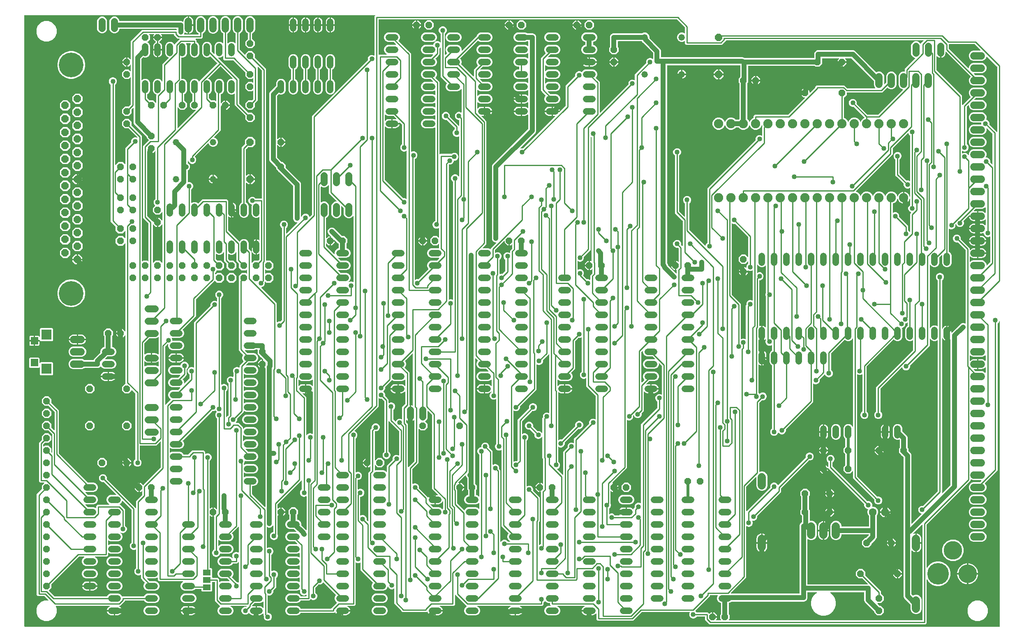
<source format=gbl>
G04 EAGLE Gerber RS-274X export*
G75*
%MOMM*%
%FSLAX34Y34*%
%LPD*%
%INBottom Copper*%
%IPPOS*%
%AMOC8*
5,1,8,0,0,1.08239X$1,22.5*%
G01*
%ADD10C,1.676400*%
%ADD11P,1.732040X8X22.500000*%
%ADD12C,1.600200*%
%ADD13P,1.429621X8X22.500000*%
%ADD14C,1.320800*%
%ADD15C,1.524000*%
%ADD16C,1.905000*%
%ADD17P,1.429621X8X112.500000*%
%ADD18C,1.320800*%
%ADD19R,1.524000X1.524000*%
%ADD20R,2.095500X2.095500*%
%ADD21P,1.429621X8X292.500000*%
%ADD22P,1.429621X8X202.500000*%
%ADD23P,1.539592X8X292.500000*%
%ADD24C,1.422400*%
%ADD25C,4.445000*%
%ADD26C,3.810000*%
%ADD27P,1.649562X8X112.500000*%
%ADD28C,5.080000*%
%ADD29P,1.649562X8X22.500000*%
%ADD30P,1.539592X8X22.500000*%
%ADD31R,1.600200X1.168400*%
%ADD32C,1.016000*%
%ADD33C,1.016000*%
%ADD34C,0.254000*%
%ADD35C,0.609600*%

G36*
X2000778Y5084D02*
X2000778Y5084D01*
X2000797Y5082D01*
X2000899Y5104D01*
X2001001Y5120D01*
X2001018Y5130D01*
X2001038Y5134D01*
X2001127Y5187D01*
X2001218Y5236D01*
X2001232Y5250D01*
X2001249Y5260D01*
X2001316Y5339D01*
X2001388Y5414D01*
X2001396Y5432D01*
X2001409Y5447D01*
X2001448Y5543D01*
X2001491Y5637D01*
X2001493Y5657D01*
X2001501Y5675D01*
X2001519Y5842D01*
X2001519Y633746D01*
X2001504Y633842D01*
X2001494Y633939D01*
X2001484Y633963D01*
X2001480Y633989D01*
X2001434Y634075D01*
X2001394Y634164D01*
X2001377Y634183D01*
X2001364Y634206D01*
X2001294Y634273D01*
X2001228Y634345D01*
X2001205Y634358D01*
X2001186Y634376D01*
X2001098Y634417D01*
X2001012Y634464D01*
X2000987Y634468D01*
X2000963Y634479D01*
X2000866Y634490D01*
X2000770Y634507D01*
X2000744Y634504D01*
X2000719Y634506D01*
X2000623Y634486D01*
X2000527Y634472D01*
X2000504Y634460D01*
X2000478Y634454D01*
X2000395Y634404D01*
X2000308Y634360D01*
X2000289Y634341D01*
X2000267Y634328D01*
X2000204Y634254D01*
X2000136Y634184D01*
X2000120Y634156D01*
X2000107Y634141D01*
X2000095Y634110D01*
X2000055Y634037D01*
X1999204Y631983D01*
X1996854Y629633D01*
X1996801Y629559D01*
X1996742Y629490D01*
X1996729Y629460D01*
X1996711Y629434D01*
X1996684Y629347D01*
X1996650Y629262D01*
X1996645Y629221D01*
X1996638Y629199D01*
X1996639Y629166D01*
X1996631Y629095D01*
X1996631Y326824D01*
X1993878Y324071D01*
X1970746Y300938D01*
X1970734Y300922D01*
X1970719Y300910D01*
X1970663Y300822D01*
X1970602Y300739D01*
X1970597Y300720D01*
X1970586Y300703D01*
X1970561Y300602D01*
X1970530Y300504D01*
X1970531Y300484D01*
X1970526Y300464D01*
X1970534Y300361D01*
X1970536Y300258D01*
X1970543Y300239D01*
X1970545Y300219D01*
X1970585Y300124D01*
X1970621Y300027D01*
X1970633Y300011D01*
X1970641Y299993D01*
X1970746Y299862D01*
X1972465Y298143D01*
X1974089Y294222D01*
X1974089Y289978D01*
X1972465Y286057D01*
X1969463Y283055D01*
X1965542Y281431D01*
X1946058Y281431D01*
X1942137Y283055D01*
X1939135Y286057D01*
X1937511Y289978D01*
X1937511Y294222D01*
X1939135Y298143D01*
X1942137Y301145D01*
X1946058Y302769D01*
X1960046Y302769D01*
X1960136Y302783D01*
X1960227Y302791D01*
X1960257Y302803D01*
X1960289Y302808D01*
X1960369Y302851D01*
X1960453Y302887D01*
X1960485Y302913D01*
X1960506Y302924D01*
X1960528Y302947D01*
X1960584Y302992D01*
X1963124Y305532D01*
X1963166Y305590D01*
X1963215Y305642D01*
X1963237Y305689D01*
X1963268Y305731D01*
X1963289Y305800D01*
X1963319Y305865D01*
X1963325Y305917D01*
X1963340Y305967D01*
X1963338Y306038D01*
X1963346Y306109D01*
X1963335Y306160D01*
X1963334Y306212D01*
X1963309Y306280D01*
X1963294Y306350D01*
X1963267Y306395D01*
X1963249Y306443D01*
X1963204Y306499D01*
X1963168Y306561D01*
X1963128Y306595D01*
X1963096Y306635D01*
X1963035Y306674D01*
X1962981Y306721D01*
X1962932Y306740D01*
X1962889Y306768D01*
X1962819Y306786D01*
X1962753Y306813D01*
X1962681Y306821D01*
X1962650Y306829D01*
X1962627Y306827D01*
X1962586Y306831D01*
X1946058Y306831D01*
X1942121Y308462D01*
X1942077Y308472D01*
X1942035Y308492D01*
X1941958Y308500D01*
X1941882Y308518D01*
X1941836Y308514D01*
X1941791Y308519D01*
X1941714Y308502D01*
X1941637Y308495D01*
X1941595Y308476D01*
X1941550Y308467D01*
X1941483Y308427D01*
X1941412Y308395D01*
X1941378Y308364D01*
X1941339Y308340D01*
X1941288Y308281D01*
X1941231Y308229D01*
X1941209Y308188D01*
X1941179Y308153D01*
X1941150Y308081D01*
X1941113Y308013D01*
X1941104Y307968D01*
X1941087Y307925D01*
X1941072Y307789D01*
X1941069Y307771D01*
X1941070Y307766D01*
X1941069Y307759D01*
X1941069Y306186D01*
X1850804Y215922D01*
X1850751Y215848D01*
X1850692Y215778D01*
X1850679Y215748D01*
X1850661Y215722D01*
X1850634Y215635D01*
X1850600Y215550D01*
X1850595Y215509D01*
X1850588Y215487D01*
X1850589Y215455D01*
X1850581Y215383D01*
X1850581Y127126D01*
X1850589Y127079D01*
X1850587Y127031D01*
X1850609Y126958D01*
X1850621Y126883D01*
X1850643Y126841D01*
X1850657Y126795D01*
X1850701Y126733D01*
X1850736Y126666D01*
X1850771Y126633D01*
X1850798Y126594D01*
X1850859Y126549D01*
X1850914Y126496D01*
X1850958Y126476D01*
X1850997Y126448D01*
X1851069Y126425D01*
X1851137Y126393D01*
X1851185Y126388D01*
X1851231Y126373D01*
X1851307Y126374D01*
X1851382Y126366D01*
X1851429Y126376D01*
X1851477Y126377D01*
X1851548Y126402D01*
X1851622Y126418D01*
X1851663Y126443D01*
X1851709Y126459D01*
X1851768Y126505D01*
X1851833Y126544D01*
X1851865Y126581D01*
X1851902Y126610D01*
X1851979Y126714D01*
X1851993Y126731D01*
X1851996Y126737D01*
X1852002Y126745D01*
X1853776Y129818D01*
X1858482Y134524D01*
X1864245Y137851D01*
X1870673Y139574D01*
X1877327Y139574D01*
X1883755Y137851D01*
X1889518Y134524D01*
X1894224Y129818D01*
X1897551Y124055D01*
X1899274Y117627D01*
X1899274Y110973D01*
X1897551Y104545D01*
X1894224Y98782D01*
X1889518Y94076D01*
X1883755Y90749D01*
X1877327Y89026D01*
X1870673Y89026D01*
X1864245Y90749D01*
X1858482Y94076D01*
X1853776Y98782D01*
X1852002Y101855D01*
X1851971Y101892D01*
X1851949Y101934D01*
X1851894Y101986D01*
X1851846Y102045D01*
X1851805Y102070D01*
X1851771Y102104D01*
X1851702Y102135D01*
X1851638Y102176D01*
X1851591Y102187D01*
X1851547Y102207D01*
X1851472Y102216D01*
X1851398Y102233D01*
X1851351Y102229D01*
X1851303Y102234D01*
X1851229Y102218D01*
X1851153Y102211D01*
X1851110Y102192D01*
X1851063Y102182D01*
X1850998Y102143D01*
X1850928Y102113D01*
X1850893Y102080D01*
X1850852Y102056D01*
X1850802Y101998D01*
X1850746Y101947D01*
X1850723Y101905D01*
X1850692Y101869D01*
X1850663Y101799D01*
X1850626Y101732D01*
X1850618Y101685D01*
X1850600Y101641D01*
X1850585Y101512D01*
X1850581Y101491D01*
X1850582Y101484D01*
X1850581Y101474D01*
X1850581Y12499D01*
X1848051Y9969D01*
X1403149Y9969D01*
X1394269Y18849D01*
X1394269Y25083D01*
X1394266Y25102D01*
X1394268Y25122D01*
X1394246Y25223D01*
X1394229Y25325D01*
X1394220Y25343D01*
X1394215Y25362D01*
X1394162Y25451D01*
X1394114Y25543D01*
X1394100Y25556D01*
X1394089Y25573D01*
X1394011Y25641D01*
X1393936Y25712D01*
X1393918Y25720D01*
X1393902Y25733D01*
X1393806Y25772D01*
X1393713Y25816D01*
X1393693Y25818D01*
X1393674Y25825D01*
X1393508Y25844D01*
X1377505Y25844D01*
X1377415Y25829D01*
X1377324Y25822D01*
X1377294Y25809D01*
X1377262Y25804D01*
X1377181Y25761D01*
X1377098Y25726D01*
X1377065Y25700D01*
X1377045Y25689D01*
X1377023Y25666D01*
X1376967Y25621D01*
X1374617Y23271D01*
X1371629Y22034D01*
X1368396Y22034D01*
X1365408Y23271D01*
X1363121Y25558D01*
X1361884Y28546D01*
X1361884Y31779D01*
X1362935Y34316D01*
X1362945Y34361D01*
X1362964Y34403D01*
X1362973Y34480D01*
X1362991Y34556D01*
X1362986Y34601D01*
X1362991Y34647D01*
X1362975Y34723D01*
X1362968Y34801D01*
X1362949Y34842D01*
X1362939Y34887D01*
X1362899Y34954D01*
X1362868Y35025D01*
X1362837Y35059D01*
X1362813Y35098D01*
X1362754Y35149D01*
X1362701Y35206D01*
X1362661Y35229D01*
X1362626Y35258D01*
X1362554Y35287D01*
X1362486Y35325D01*
X1362441Y35333D01*
X1362398Y35350D01*
X1362262Y35365D01*
X1362244Y35369D01*
X1362239Y35368D01*
X1362231Y35369D01*
X1264167Y35369D01*
X1264077Y35354D01*
X1263986Y35347D01*
X1263956Y35334D01*
X1263924Y35329D01*
X1263843Y35286D01*
X1263759Y35251D01*
X1263727Y35225D01*
X1263707Y35214D01*
X1263684Y35191D01*
X1263628Y35146D01*
X1246389Y17906D01*
X1172961Y17906D01*
X1170431Y20436D01*
X1170431Y31457D01*
X1170420Y31528D01*
X1170418Y31599D01*
X1170400Y31648D01*
X1170392Y31700D01*
X1170358Y31763D01*
X1170333Y31830D01*
X1170301Y31871D01*
X1170276Y31917D01*
X1170224Y31966D01*
X1170180Y32022D01*
X1170136Y32050D01*
X1170098Y32086D01*
X1170033Y32117D01*
X1169973Y32155D01*
X1169922Y32168D01*
X1169875Y32190D01*
X1169804Y32198D01*
X1169734Y32215D01*
X1169682Y32211D01*
X1169631Y32217D01*
X1169560Y32202D01*
X1169489Y32196D01*
X1169441Y32176D01*
X1169390Y32165D01*
X1169329Y32128D01*
X1169263Y32100D01*
X1169207Y32055D01*
X1169179Y32039D01*
X1169164Y32021D01*
X1169132Y31995D01*
X1168134Y30997D01*
X1166636Y29996D01*
X1164971Y29307D01*
X1163205Y28955D01*
X1157223Y28955D01*
X1157223Y37338D01*
X1157220Y37358D01*
X1157222Y37377D01*
X1157200Y37479D01*
X1157183Y37581D01*
X1157174Y37598D01*
X1157170Y37618D01*
X1157117Y37707D01*
X1157068Y37798D01*
X1157054Y37812D01*
X1157044Y37829D01*
X1156965Y37896D01*
X1156890Y37967D01*
X1156872Y37976D01*
X1156857Y37989D01*
X1156761Y38027D01*
X1156667Y38071D01*
X1156647Y38073D01*
X1156629Y38081D01*
X1156462Y38099D01*
X1155699Y38099D01*
X1155699Y38862D01*
X1155696Y38882D01*
X1155698Y38901D01*
X1155676Y39003D01*
X1155659Y39105D01*
X1155650Y39122D01*
X1155646Y39142D01*
X1155593Y39231D01*
X1155544Y39322D01*
X1155530Y39336D01*
X1155520Y39353D01*
X1155441Y39420D01*
X1155366Y39491D01*
X1155348Y39500D01*
X1155333Y39513D01*
X1155237Y39552D01*
X1155143Y39595D01*
X1155123Y39597D01*
X1155105Y39605D01*
X1154938Y39623D01*
X1140075Y39623D01*
X1140303Y40767D01*
X1140992Y42432D01*
X1141993Y43930D01*
X1143266Y45203D01*
X1144764Y46204D01*
X1145731Y46604D01*
X1145814Y46656D01*
X1145899Y46701D01*
X1145917Y46720D01*
X1145940Y46734D01*
X1146002Y46809D01*
X1146069Y46879D01*
X1146080Y46903D01*
X1146097Y46923D01*
X1146131Y47014D01*
X1146172Y47103D01*
X1146175Y47128D01*
X1146185Y47153D01*
X1146189Y47250D01*
X1146200Y47347D01*
X1146194Y47372D01*
X1146195Y47399D01*
X1146168Y47492D01*
X1146147Y47587D01*
X1146134Y47610D01*
X1146127Y47635D01*
X1146071Y47715D01*
X1146021Y47798D01*
X1146001Y47815D01*
X1145986Y47837D01*
X1145908Y47895D01*
X1145834Y47958D01*
X1145810Y47968D01*
X1145789Y47984D01*
X1145696Y48014D01*
X1145606Y48050D01*
X1145574Y48054D01*
X1145555Y48060D01*
X1145522Y48060D01*
X1145439Y48069D01*
X1091088Y48069D01*
X1090992Y48053D01*
X1090895Y48044D01*
X1090871Y48033D01*
X1090845Y48029D01*
X1090759Y47984D01*
X1090670Y47944D01*
X1090651Y47926D01*
X1090628Y47914D01*
X1090561Y47843D01*
X1090489Y47777D01*
X1090477Y47755D01*
X1090459Y47736D01*
X1090418Y47647D01*
X1090371Y47562D01*
X1090366Y47536D01*
X1090355Y47513D01*
X1090344Y47416D01*
X1090327Y47320D01*
X1090331Y47294D01*
X1090328Y47268D01*
X1090349Y47173D01*
X1090363Y47077D01*
X1090375Y47053D01*
X1090380Y47028D01*
X1090430Y46944D01*
X1090474Y46857D01*
X1090493Y46839D01*
X1090506Y46817D01*
X1090580Y46753D01*
X1090650Y46685D01*
X1090678Y46669D01*
X1090693Y46657D01*
X1090724Y46644D01*
X1090797Y46604D01*
X1091572Y46283D01*
X1094287Y43568D01*
X1095757Y40020D01*
X1095757Y36180D01*
X1094287Y32632D01*
X1091572Y29917D01*
X1088024Y28447D01*
X1070976Y28447D01*
X1067428Y29917D01*
X1064713Y32632D01*
X1063243Y36180D01*
X1063243Y40020D01*
X1064713Y43568D01*
X1067428Y46283D01*
X1070976Y47753D01*
X1076189Y47753D01*
X1076260Y47764D01*
X1076332Y47766D01*
X1076381Y47784D01*
X1076432Y47792D01*
X1076495Y47826D01*
X1076563Y47851D01*
X1076603Y47883D01*
X1076649Y47908D01*
X1076699Y47960D01*
X1076755Y48004D01*
X1076783Y48048D01*
X1076819Y48086D01*
X1076849Y48151D01*
X1076888Y48211D01*
X1076901Y48262D01*
X1076922Y48309D01*
X1076930Y48380D01*
X1076948Y48450D01*
X1076944Y48502D01*
X1076950Y48553D01*
X1076934Y48624D01*
X1076929Y48695D01*
X1076908Y48743D01*
X1076897Y48794D01*
X1076861Y48855D01*
X1076832Y48921D01*
X1076788Y48977D01*
X1076771Y49005D01*
X1076753Y49020D01*
X1076728Y49052D01*
X1075181Y50599D01*
X1075181Y53086D01*
X1075178Y53106D01*
X1075180Y53125D01*
X1075158Y53227D01*
X1075142Y53329D01*
X1075132Y53346D01*
X1075128Y53366D01*
X1075075Y53455D01*
X1075026Y53546D01*
X1075012Y53560D01*
X1075002Y53577D01*
X1074923Y53644D01*
X1074848Y53716D01*
X1074830Y53724D01*
X1074815Y53737D01*
X1074719Y53776D01*
X1074625Y53819D01*
X1074605Y53821D01*
X1074587Y53829D01*
X1074420Y53847D01*
X1070976Y53847D01*
X1067428Y55317D01*
X1065340Y57405D01*
X1065324Y57417D01*
X1065311Y57432D01*
X1065237Y57480D01*
X1065218Y57497D01*
X1065206Y57501D01*
X1065140Y57549D01*
X1065121Y57554D01*
X1065104Y57565D01*
X1065004Y57591D01*
X1064905Y57621D01*
X1064885Y57620D01*
X1064866Y57625D01*
X1064763Y57617D01*
X1064659Y57615D01*
X1064640Y57608D01*
X1064621Y57606D01*
X1064526Y57566D01*
X1064428Y57530D01*
X1064413Y57518D01*
X1064394Y57510D01*
X1064326Y57455D01*
X1064320Y57452D01*
X1064315Y57446D01*
X1064263Y57405D01*
X1061817Y54958D01*
X1061764Y54884D01*
X1061704Y54815D01*
X1061692Y54785D01*
X1061673Y54759D01*
X1061646Y54672D01*
X1061612Y54587D01*
X1061608Y54546D01*
X1061601Y54524D01*
X1061602Y54491D01*
X1061594Y54420D01*
X1061594Y50599D01*
X1059064Y48069D01*
X1013561Y48069D01*
X1013465Y48053D01*
X1013368Y48044D01*
X1013344Y48033D01*
X1013318Y48029D01*
X1013232Y47984D01*
X1013143Y47944D01*
X1013124Y47926D01*
X1013101Y47914D01*
X1013034Y47843D01*
X1012962Y47777D01*
X1012949Y47755D01*
X1012931Y47736D01*
X1012890Y47647D01*
X1012843Y47562D01*
X1012839Y47536D01*
X1012828Y47513D01*
X1012817Y47416D01*
X1012799Y47320D01*
X1012803Y47294D01*
X1012800Y47268D01*
X1012821Y47173D01*
X1012835Y47077D01*
X1012847Y47053D01*
X1012853Y47028D01*
X1012903Y46944D01*
X1012947Y46857D01*
X1012965Y46839D01*
X1012979Y46817D01*
X1013053Y46753D01*
X1013122Y46685D01*
X1013151Y46669D01*
X1013166Y46657D01*
X1013197Y46644D01*
X1013269Y46604D01*
X1014236Y46204D01*
X1015734Y45203D01*
X1017007Y43930D01*
X1018008Y42432D01*
X1018697Y40767D01*
X1018925Y39623D01*
X1004062Y39623D01*
X1004042Y39620D01*
X1004023Y39622D01*
X1003921Y39600D01*
X1003819Y39583D01*
X1003802Y39574D01*
X1003782Y39570D01*
X1003693Y39517D01*
X1003602Y39468D01*
X1003588Y39454D01*
X1003571Y39444D01*
X1003504Y39365D01*
X1003433Y39290D01*
X1003424Y39272D01*
X1003411Y39257D01*
X1003373Y39161D01*
X1003329Y39067D01*
X1003327Y39047D01*
X1003319Y39029D01*
X1003301Y38862D01*
X1003301Y38099D01*
X1003299Y38099D01*
X1003299Y38862D01*
X1003296Y38882D01*
X1003298Y38901D01*
X1003276Y39003D01*
X1003259Y39105D01*
X1003250Y39122D01*
X1003246Y39142D01*
X1003193Y39231D01*
X1003144Y39322D01*
X1003130Y39336D01*
X1003120Y39353D01*
X1003041Y39420D01*
X1002966Y39491D01*
X1002948Y39500D01*
X1002933Y39513D01*
X1002837Y39552D01*
X1002743Y39595D01*
X1002723Y39597D01*
X1002705Y39605D01*
X1002538Y39623D01*
X987675Y39623D01*
X987903Y40767D01*
X988592Y42432D01*
X989593Y43930D01*
X990866Y45203D01*
X992364Y46204D01*
X993331Y46604D01*
X993414Y46656D01*
X993499Y46701D01*
X993517Y46720D01*
X993540Y46734D01*
X993602Y46809D01*
X993669Y46879D01*
X993680Y46903D01*
X993697Y46923D01*
X993731Y47014D01*
X993772Y47103D01*
X993775Y47128D01*
X993785Y47153D01*
X993789Y47250D01*
X993800Y47347D01*
X993794Y47372D01*
X993795Y47399D01*
X993768Y47492D01*
X993747Y47587D01*
X993734Y47610D01*
X993727Y47635D01*
X993671Y47715D01*
X993621Y47798D01*
X993601Y47815D01*
X993586Y47837D01*
X993508Y47895D01*
X993434Y47958D01*
X993410Y47968D01*
X993389Y47984D01*
X993296Y48014D01*
X993206Y48050D01*
X993174Y48054D01*
X993155Y48060D01*
X993122Y48060D01*
X993039Y48069D01*
X925988Y48069D01*
X925892Y48053D01*
X925795Y48044D01*
X925771Y48033D01*
X925745Y48029D01*
X925659Y47984D01*
X925570Y47944D01*
X925551Y47926D01*
X925528Y47914D01*
X925461Y47843D01*
X925389Y47777D01*
X925377Y47755D01*
X925359Y47736D01*
X925318Y47647D01*
X925271Y47562D01*
X925266Y47536D01*
X925255Y47513D01*
X925244Y47416D01*
X925227Y47320D01*
X925231Y47294D01*
X925228Y47268D01*
X925249Y47173D01*
X925263Y47077D01*
X925275Y47053D01*
X925280Y47028D01*
X925330Y46944D01*
X925374Y46857D01*
X925393Y46839D01*
X925406Y46817D01*
X925480Y46753D01*
X925550Y46685D01*
X925578Y46669D01*
X925593Y46657D01*
X925624Y46644D01*
X925697Y46604D01*
X926472Y46283D01*
X929187Y43568D01*
X930657Y40020D01*
X930657Y36180D01*
X929187Y32632D01*
X926472Y29917D01*
X922924Y28447D01*
X905876Y28447D01*
X902328Y29917D01*
X899613Y32632D01*
X898143Y36180D01*
X898143Y40020D01*
X899613Y43568D01*
X902328Y46283D01*
X903103Y46604D01*
X903186Y46656D01*
X903272Y46701D01*
X903290Y46720D01*
X903312Y46734D01*
X903374Y46809D01*
X903441Y46879D01*
X903452Y46903D01*
X903469Y46923D01*
X903504Y47014D01*
X903545Y47103D01*
X903548Y47128D01*
X903557Y47153D01*
X903561Y47250D01*
X903572Y47347D01*
X903567Y47372D01*
X903568Y47399D01*
X903541Y47492D01*
X903520Y47587D01*
X903506Y47610D01*
X903499Y47635D01*
X903444Y47715D01*
X903394Y47798D01*
X903374Y47815D01*
X903359Y47837D01*
X903281Y47895D01*
X903207Y47958D01*
X903190Y47965D01*
X900333Y50822D01*
X880331Y70824D01*
X880273Y70866D01*
X880221Y70915D01*
X880173Y70937D01*
X880131Y70968D01*
X880063Y70989D01*
X879997Y71019D01*
X879946Y71025D01*
X879896Y71040D01*
X879824Y71038D01*
X879753Y71046D01*
X879702Y71035D01*
X879650Y71034D01*
X879583Y71009D01*
X879513Y70994D01*
X879468Y70967D01*
X879419Y70949D01*
X879363Y70904D01*
X879302Y70868D01*
X879268Y70828D01*
X879227Y70796D01*
X879188Y70735D01*
X879142Y70681D01*
X879122Y70632D01*
X879094Y70589D01*
X879077Y70519D01*
X879050Y70453D01*
X879042Y70381D01*
X879034Y70350D01*
X879036Y70327D01*
X879031Y70286D01*
X879031Y50599D01*
X876501Y48069D01*
X848461Y48069D01*
X848365Y48053D01*
X848268Y48044D01*
X848244Y48033D01*
X848218Y48029D01*
X848132Y47984D01*
X848043Y47944D01*
X848024Y47926D01*
X848000Y47914D01*
X847934Y47843D01*
X847862Y47777D01*
X847849Y47755D01*
X847831Y47736D01*
X847790Y47647D01*
X847743Y47562D01*
X847738Y47536D01*
X847727Y47513D01*
X847717Y47416D01*
X847699Y47320D01*
X847703Y47294D01*
X847700Y47268D01*
X847721Y47173D01*
X847735Y47077D01*
X847747Y47053D01*
X847753Y47028D01*
X847803Y46944D01*
X847847Y46857D01*
X847865Y46839D01*
X847879Y46817D01*
X847953Y46753D01*
X848022Y46685D01*
X848051Y46669D01*
X848066Y46657D01*
X848097Y46644D01*
X848169Y46604D01*
X849136Y46204D01*
X850634Y45203D01*
X851907Y43930D01*
X852908Y42432D01*
X853597Y40767D01*
X853825Y39623D01*
X838962Y39623D01*
X838942Y39620D01*
X838923Y39622D01*
X838821Y39600D01*
X838719Y39583D01*
X838702Y39574D01*
X838682Y39570D01*
X838593Y39517D01*
X838502Y39468D01*
X838488Y39454D01*
X838471Y39444D01*
X838404Y39365D01*
X838333Y39290D01*
X838324Y39272D01*
X838311Y39257D01*
X838273Y39161D01*
X838229Y39067D01*
X838227Y39047D01*
X838219Y39029D01*
X838201Y38862D01*
X838201Y38099D01*
X837438Y38099D01*
X837418Y38096D01*
X837399Y38098D01*
X837297Y38076D01*
X837195Y38059D01*
X837178Y38050D01*
X837158Y38046D01*
X837069Y37993D01*
X836978Y37944D01*
X836964Y37930D01*
X836947Y37920D01*
X836880Y37841D01*
X836809Y37766D01*
X836800Y37748D01*
X836787Y37733D01*
X836748Y37637D01*
X836705Y37543D01*
X836703Y37523D01*
X836695Y37505D01*
X836677Y37338D01*
X836677Y28955D01*
X830695Y28955D01*
X828929Y29307D01*
X827264Y29996D01*
X825766Y30997D01*
X824493Y32270D01*
X823492Y33768D01*
X822803Y35432D01*
X822782Y35537D01*
X822739Y35651D01*
X822699Y35762D01*
X822697Y35764D01*
X822696Y35767D01*
X822620Y35861D01*
X822545Y35954D01*
X822542Y35956D01*
X822540Y35958D01*
X822439Y36022D01*
X822338Y36087D01*
X822335Y36088D01*
X822332Y36090D01*
X822215Y36118D01*
X822100Y36147D01*
X822096Y36147D01*
X822093Y36148D01*
X821973Y36137D01*
X821854Y36128D01*
X821851Y36127D01*
X821848Y36127D01*
X821739Y36079D01*
X821628Y36032D01*
X821625Y36029D01*
X821623Y36028D01*
X821615Y36021D01*
X821497Y35927D01*
X820939Y35369D01*
X771324Y35369D01*
X768571Y38121D01*
X768571Y38122D01*
X757259Y49433D01*
X754506Y52186D01*
X754506Y82706D01*
X754499Y82751D01*
X754501Y82797D01*
X754479Y82872D01*
X754467Y82949D01*
X754445Y82990D01*
X754432Y83034D01*
X754388Y83098D01*
X754351Y83166D01*
X754318Y83198D01*
X754292Y83236D01*
X754229Y83282D01*
X754173Y83336D01*
X754131Y83355D01*
X754095Y83382D01*
X754021Y83407D01*
X753950Y83439D01*
X753904Y83444D01*
X753861Y83459D01*
X753783Y83458D01*
X753706Y83466D01*
X753661Y83457D01*
X753615Y83456D01*
X753483Y83418D01*
X753465Y83414D01*
X753461Y83412D01*
X753454Y83410D01*
X750917Y82359D01*
X747683Y82359D01*
X744695Y83596D01*
X742409Y85883D01*
X741621Y87784D01*
X741570Y87867D01*
X741524Y87953D01*
X741506Y87971D01*
X741492Y87993D01*
X741416Y88056D01*
X741346Y88122D01*
X741322Y88133D01*
X741302Y88150D01*
X741211Y88185D01*
X741123Y88226D01*
X741097Y88229D01*
X741073Y88238D01*
X740975Y88242D01*
X740879Y88253D01*
X740853Y88248D01*
X740827Y88249D01*
X740733Y88222D01*
X740638Y88201D01*
X740616Y88187D01*
X740591Y88180D01*
X740511Y88125D01*
X740427Y88075D01*
X740410Y88055D01*
X740389Y88040D01*
X740330Y87962D01*
X740267Y87888D01*
X740257Y87863D01*
X740242Y87843D01*
X740212Y87750D01*
X740175Y87660D01*
X740172Y87627D01*
X740166Y87609D01*
X740166Y87576D01*
X740157Y87493D01*
X740157Y86980D01*
X738687Y83432D01*
X735972Y80717D01*
X732424Y79247D01*
X715376Y79247D01*
X711828Y80717D01*
X709113Y83432D01*
X707643Y86980D01*
X707643Y90820D01*
X709113Y94368D01*
X710180Y95435D01*
X710192Y95452D01*
X710208Y95464D01*
X710264Y95551D01*
X710324Y95635D01*
X710330Y95654D01*
X710341Y95671D01*
X710366Y95771D01*
X710396Y95870D01*
X710396Y95890D01*
X710401Y95909D01*
X710393Y96012D01*
X710390Y96116D01*
X710383Y96135D01*
X710382Y96155D01*
X710341Y96250D01*
X710306Y96347D01*
X710293Y96363D01*
X710285Y96381D01*
X710180Y96512D01*
X687409Y119283D01*
X684656Y122036D01*
X684656Y136681D01*
X684649Y136726D01*
X684651Y136772D01*
X684629Y136847D01*
X684617Y136924D01*
X684595Y136965D01*
X684582Y137009D01*
X684538Y137073D01*
X684501Y137141D01*
X684468Y137173D01*
X684442Y137211D01*
X684379Y137257D01*
X684323Y137311D01*
X684281Y137330D01*
X684245Y137357D01*
X684171Y137382D01*
X684100Y137414D01*
X684054Y137419D01*
X684011Y137434D01*
X683933Y137433D01*
X683856Y137441D01*
X683811Y137432D01*
X683765Y137431D01*
X683633Y137393D01*
X683615Y137389D01*
X683611Y137387D01*
X683604Y137385D01*
X681067Y136334D01*
X677833Y136334D01*
X675296Y137385D01*
X675252Y137395D01*
X675210Y137414D01*
X675133Y137423D01*
X675057Y137441D01*
X675011Y137436D01*
X674966Y137441D01*
X674889Y137425D01*
X674812Y137418D01*
X674770Y137399D01*
X674725Y137389D01*
X674658Y137349D01*
X674587Y137318D01*
X674553Y137287D01*
X674514Y137263D01*
X674463Y137204D01*
X674406Y137151D01*
X674384Y137111D01*
X674354Y137076D01*
X674325Y137004D01*
X674288Y136936D01*
X674279Y136891D01*
X674262Y136848D01*
X674247Y136712D01*
X674244Y136694D01*
X674245Y136689D01*
X674244Y136681D01*
X674244Y50599D01*
X671714Y48069D01*
X657961Y48069D01*
X657865Y48053D01*
X657768Y48044D01*
X657744Y48033D01*
X657718Y48029D01*
X657632Y47984D01*
X657543Y47944D01*
X657524Y47926D01*
X657500Y47914D01*
X657434Y47843D01*
X657362Y47777D01*
X657349Y47755D01*
X657331Y47736D01*
X657290Y47647D01*
X657243Y47562D01*
X657238Y47536D01*
X657227Y47513D01*
X657217Y47416D01*
X657199Y47320D01*
X657203Y47294D01*
X657200Y47268D01*
X657221Y47173D01*
X657235Y47077D01*
X657247Y47053D01*
X657253Y47028D01*
X657303Y46944D01*
X657347Y46857D01*
X657365Y46839D01*
X657379Y46817D01*
X657453Y46753D01*
X657522Y46685D01*
X657551Y46669D01*
X657566Y46657D01*
X657597Y46644D01*
X657669Y46604D01*
X658636Y46204D01*
X660134Y45203D01*
X661407Y43930D01*
X662408Y42432D01*
X663097Y40767D01*
X663325Y39623D01*
X648462Y39623D01*
X648442Y39620D01*
X648423Y39622D01*
X648321Y39600D01*
X648219Y39583D01*
X648202Y39574D01*
X648182Y39570D01*
X648093Y39517D01*
X648002Y39468D01*
X647988Y39454D01*
X647971Y39444D01*
X647904Y39365D01*
X647833Y39290D01*
X647824Y39272D01*
X647811Y39257D01*
X647773Y39161D01*
X647729Y39067D01*
X647727Y39047D01*
X647719Y39029D01*
X647701Y38862D01*
X647701Y38099D01*
X646938Y38099D01*
X646918Y38096D01*
X646899Y38098D01*
X646797Y38076D01*
X646695Y38059D01*
X646678Y38050D01*
X646658Y38046D01*
X646569Y37993D01*
X646478Y37944D01*
X646464Y37930D01*
X646447Y37920D01*
X646380Y37841D01*
X646309Y37766D01*
X646300Y37748D01*
X646287Y37733D01*
X646248Y37637D01*
X646205Y37543D01*
X646203Y37523D01*
X646195Y37505D01*
X646177Y37338D01*
X646177Y28955D01*
X640195Y28955D01*
X638429Y29307D01*
X636764Y29996D01*
X635266Y30997D01*
X633993Y32270D01*
X632992Y33768D01*
X632676Y34530D01*
X632652Y34569D01*
X632636Y34612D01*
X632588Y34673D01*
X632547Y34739D01*
X632512Y34769D01*
X632483Y34804D01*
X632417Y34847D01*
X632357Y34896D01*
X632315Y34913D01*
X632276Y34937D01*
X632200Y34956D01*
X632128Y34984D01*
X632082Y34986D01*
X632037Y34998D01*
X631960Y34991D01*
X631882Y34995D01*
X631838Y34982D01*
X631792Y34978D01*
X631721Y34948D01*
X631646Y34926D01*
X631608Y34900D01*
X631566Y34882D01*
X631459Y34797D01*
X631444Y34786D01*
X631441Y34782D01*
X631435Y34777D01*
X630439Y33781D01*
X561872Y33781D01*
X561757Y33762D01*
X561641Y33745D01*
X561635Y33743D01*
X561629Y33742D01*
X561527Y33687D01*
X561422Y33634D01*
X561417Y33629D01*
X561412Y33626D01*
X561332Y33542D01*
X561249Y33458D01*
X561246Y33452D01*
X561242Y33448D01*
X561234Y33431D01*
X561168Y33311D01*
X560887Y32632D01*
X558172Y29917D01*
X554624Y28447D01*
X537576Y28447D01*
X534028Y29917D01*
X531313Y32632D01*
X529843Y36180D01*
X529843Y40020D01*
X531313Y43568D01*
X534028Y46283D01*
X537576Y47753D01*
X554624Y47753D01*
X558172Y46283D01*
X560887Y43568D01*
X561168Y42889D01*
X561230Y42789D01*
X561290Y42689D01*
X561295Y42685D01*
X561298Y42680D01*
X561389Y42605D01*
X561477Y42529D01*
X561483Y42527D01*
X561488Y42523D01*
X561596Y42481D01*
X561705Y42437D01*
X561713Y42436D01*
X561717Y42435D01*
X561735Y42434D01*
X561872Y42419D01*
X623570Y42419D01*
X623590Y42422D01*
X623609Y42420D01*
X623711Y42442D01*
X623813Y42458D01*
X623830Y42468D01*
X623850Y42472D01*
X623939Y42525D01*
X624030Y42574D01*
X624044Y42588D01*
X624061Y42598D01*
X624128Y42677D01*
X624200Y42752D01*
X624208Y42770D01*
X624221Y42785D01*
X624260Y42881D01*
X624303Y42975D01*
X624305Y42995D01*
X624313Y43013D01*
X624317Y43049D01*
X635221Y53953D01*
X635568Y54300D01*
X635580Y54317D01*
X635595Y54329D01*
X635651Y54416D01*
X635711Y54500D01*
X635717Y54519D01*
X635728Y54536D01*
X635753Y54636D01*
X635784Y54735D01*
X635783Y54755D01*
X635788Y54775D01*
X635780Y54878D01*
X635777Y54981D01*
X635771Y55000D01*
X635769Y55020D01*
X635729Y55115D01*
X635693Y55212D01*
X635681Y55228D01*
X635673Y55246D01*
X635568Y55377D01*
X632913Y58032D01*
X631443Y61580D01*
X631443Y65420D01*
X632913Y68968D01*
X633980Y70035D01*
X633992Y70052D01*
X634008Y70064D01*
X634038Y70112D01*
X634046Y70120D01*
X634053Y70134D01*
X634064Y70151D01*
X634124Y70235D01*
X634130Y70254D01*
X634141Y70271D01*
X634166Y70371D01*
X634196Y70470D01*
X634196Y70490D01*
X634201Y70509D01*
X634193Y70612D01*
X634190Y70716D01*
X634183Y70735D01*
X634182Y70755D01*
X634141Y70850D01*
X634106Y70947D01*
X634093Y70963D01*
X634085Y70981D01*
X633980Y71112D01*
X608568Y96524D01*
X608531Y96551D01*
X608500Y96585D01*
X608431Y96623D01*
X608368Y96668D01*
X608324Y96681D01*
X608284Y96704D01*
X608207Y96717D01*
X608133Y96740D01*
X608087Y96739D01*
X608042Y96747D01*
X607965Y96736D01*
X607887Y96734D01*
X607844Y96718D01*
X607799Y96712D01*
X607729Y96676D01*
X607656Y96650D01*
X607620Y96621D01*
X607579Y96600D01*
X607525Y96545D01*
X607464Y96496D01*
X607439Y96457D01*
X607407Y96424D01*
X607341Y96305D01*
X607331Y96289D01*
X607330Y96284D01*
X607326Y96277D01*
X606966Y95408D01*
X604680Y93121D01*
X601692Y91884D01*
X598369Y91884D01*
X598279Y91869D01*
X598188Y91862D01*
X598158Y91849D01*
X598126Y91844D01*
X598046Y91801D01*
X597962Y91766D01*
X597930Y91740D01*
X597909Y91729D01*
X597891Y91710D01*
X597889Y91708D01*
X597883Y91702D01*
X597831Y91661D01*
X591917Y85747D01*
X591864Y85673D01*
X591804Y85603D01*
X591792Y85573D01*
X591773Y85547D01*
X591746Y85460D01*
X591712Y85375D01*
X591708Y85334D01*
X591701Y85312D01*
X591702Y85280D01*
X591694Y85208D01*
X591694Y75755D01*
X591708Y75665D01*
X591716Y75574D01*
X591728Y75544D01*
X591733Y75512D01*
X591776Y75431D01*
X591812Y75348D01*
X591838Y75315D01*
X591849Y75295D01*
X591872Y75273D01*
X591917Y75217D01*
X594266Y72867D01*
X595504Y69879D01*
X595504Y66646D01*
X594266Y63658D01*
X591980Y61371D01*
X588992Y60134D01*
X585758Y60134D01*
X582708Y61397D01*
X582638Y61447D01*
X582619Y61453D01*
X582602Y61464D01*
X582502Y61489D01*
X582403Y61520D01*
X582383Y61519D01*
X582364Y61524D01*
X582261Y61516D01*
X582158Y61513D01*
X582139Y61506D01*
X582119Y61505D01*
X582024Y61465D01*
X581926Y61429D01*
X581911Y61416D01*
X581892Y61409D01*
X581761Y61304D01*
X579639Y59181D01*
X561872Y59181D01*
X561757Y59162D01*
X561641Y59145D01*
X561635Y59143D01*
X561629Y59142D01*
X561527Y59087D01*
X561422Y59034D01*
X561417Y59029D01*
X561412Y59026D01*
X561332Y58942D01*
X561249Y58858D01*
X561246Y58852D01*
X561242Y58848D01*
X561234Y58831D01*
X561168Y58711D01*
X560887Y58032D01*
X558172Y55317D01*
X554624Y53847D01*
X537576Y53847D01*
X534028Y55317D01*
X531313Y58032D01*
X529843Y61580D01*
X529843Y65420D01*
X531313Y68968D01*
X534028Y71683D01*
X537576Y73153D01*
X554624Y73153D01*
X558172Y71683D01*
X560887Y68968D01*
X561168Y68289D01*
X561230Y68189D01*
X561290Y68089D01*
X561295Y68085D01*
X561298Y68080D01*
X561389Y68005D01*
X561477Y67929D01*
X561483Y67927D01*
X561488Y67923D01*
X561596Y67881D01*
X561705Y67837D01*
X561713Y67836D01*
X561717Y67835D01*
X561735Y67834D01*
X561872Y67819D01*
X572770Y67819D01*
X572790Y67822D01*
X572809Y67820D01*
X572911Y67842D01*
X573013Y67858D01*
X573030Y67868D01*
X573050Y67872D01*
X573139Y67925D01*
X573230Y67974D01*
X573244Y67988D01*
X573261Y67998D01*
X573328Y68077D01*
X573400Y68152D01*
X573408Y68170D01*
X573421Y68185D01*
X573460Y68281D01*
X573503Y68375D01*
X573505Y68395D01*
X573513Y68413D01*
X573531Y68580D01*
X573531Y70006D01*
X573524Y70051D01*
X573526Y70097D01*
X573504Y70172D01*
X573492Y70249D01*
X573470Y70290D01*
X573457Y70334D01*
X573413Y70398D01*
X573376Y70466D01*
X573343Y70498D01*
X573317Y70536D01*
X573254Y70582D01*
X573198Y70636D01*
X573156Y70655D01*
X573120Y70682D01*
X573046Y70707D01*
X572975Y70739D01*
X572929Y70744D01*
X572886Y70759D01*
X572808Y70758D01*
X572731Y70766D01*
X572686Y70757D01*
X572640Y70756D01*
X572508Y70718D01*
X572490Y70714D01*
X572486Y70712D01*
X572479Y70710D01*
X569942Y69659D01*
X566708Y69659D01*
X563720Y70896D01*
X561434Y73183D01*
X560196Y76171D01*
X560196Y79493D01*
X560182Y79583D01*
X560174Y79674D01*
X560162Y79704D01*
X560157Y79736D01*
X560114Y79817D01*
X560078Y79901D01*
X560052Y79933D01*
X560041Y79953D01*
X560018Y79976D01*
X559973Y80032D01*
X559268Y80737D01*
X559252Y80748D01*
X559240Y80764D01*
X559152Y80820D01*
X559068Y80880D01*
X559049Y80886D01*
X559033Y80897D01*
X558932Y80922D01*
X558833Y80953D01*
X558813Y80952D01*
X558794Y80957D01*
X558691Y80949D01*
X558588Y80946D01*
X558569Y80939D01*
X558549Y80938D01*
X558454Y80897D01*
X558357Y80862D01*
X558341Y80849D01*
X558323Y80841D01*
X558192Y80737D01*
X558172Y80717D01*
X554624Y79247D01*
X537576Y79247D01*
X534028Y80717D01*
X531313Y83432D01*
X529843Y86980D01*
X529843Y90820D01*
X531313Y94368D01*
X534028Y97083D01*
X537576Y98553D01*
X554624Y98553D01*
X558191Y97075D01*
X558236Y97065D01*
X558278Y97045D01*
X558355Y97037D01*
X558431Y97019D01*
X558476Y97023D01*
X558522Y97018D01*
X558598Y97035D01*
X558676Y97042D01*
X558717Y97061D01*
X558762Y97070D01*
X558829Y97110D01*
X558900Y97142D01*
X558934Y97173D01*
X558973Y97197D01*
X559024Y97256D01*
X559081Y97308D01*
X559104Y97349D01*
X559133Y97384D01*
X559162Y97456D01*
X559200Y97524D01*
X559208Y97569D01*
X559225Y97612D01*
X559240Y97748D01*
X559244Y97766D01*
X559243Y97771D01*
X559244Y97778D01*
X559244Y105422D01*
X559236Y105467D01*
X559238Y105513D01*
X559217Y105588D01*
X559204Y105664D01*
X559183Y105705D01*
X559170Y105749D01*
X559125Y105813D01*
X559089Y105882D01*
X559056Y105913D01*
X559030Y105951D01*
X558967Y105997D01*
X558911Y106051D01*
X558869Y106070D01*
X558832Y106098D01*
X558758Y106122D01*
X558688Y106155D01*
X558642Y106160D01*
X558598Y106174D01*
X558520Y106173D01*
X558443Y106182D01*
X558398Y106172D01*
X558352Y106172D01*
X558221Y106133D01*
X558203Y106130D01*
X558198Y106127D01*
X558191Y106125D01*
X554624Y104647D01*
X537576Y104647D01*
X534028Y106117D01*
X531313Y108832D01*
X529843Y112380D01*
X529843Y116220D01*
X531313Y119768D01*
X534028Y122483D01*
X537576Y123953D01*
X554624Y123953D01*
X558191Y122475D01*
X558236Y122465D01*
X558278Y122445D01*
X558355Y122437D01*
X558431Y122419D01*
X558476Y122423D01*
X558522Y122418D01*
X558598Y122435D01*
X558676Y122442D01*
X558717Y122461D01*
X558762Y122470D01*
X558829Y122510D01*
X558900Y122542D01*
X558934Y122573D01*
X558973Y122597D01*
X559024Y122656D01*
X559081Y122708D01*
X559104Y122749D01*
X559133Y122784D01*
X559162Y122856D01*
X559200Y122924D01*
X559208Y122969D01*
X559225Y123012D01*
X559240Y123148D01*
X559244Y123166D01*
X559243Y123171D01*
X559244Y123178D01*
X559244Y130822D01*
X559236Y130867D01*
X559238Y130913D01*
X559217Y130988D01*
X559204Y131064D01*
X559183Y131105D01*
X559170Y131149D01*
X559125Y131213D01*
X559089Y131282D01*
X559056Y131313D01*
X559030Y131351D01*
X558967Y131397D01*
X558911Y131451D01*
X558869Y131470D01*
X558832Y131498D01*
X558758Y131522D01*
X558688Y131555D01*
X558642Y131560D01*
X558598Y131574D01*
X558520Y131573D01*
X558443Y131582D01*
X558398Y131572D01*
X558352Y131572D01*
X558221Y131533D01*
X558203Y131530D01*
X558198Y131527D01*
X558191Y131525D01*
X554624Y130047D01*
X537576Y130047D01*
X534028Y131517D01*
X531313Y134232D01*
X529843Y137780D01*
X529843Y141620D01*
X531313Y145168D01*
X534028Y147883D01*
X537576Y149353D01*
X554624Y149353D01*
X558191Y147875D01*
X558236Y147865D01*
X558278Y147845D01*
X558355Y147837D01*
X558431Y147819D01*
X558476Y147823D01*
X558522Y147818D01*
X558598Y147835D01*
X558676Y147842D01*
X558717Y147861D01*
X558762Y147870D01*
X558829Y147910D01*
X558900Y147942D01*
X558934Y147973D01*
X558973Y147997D01*
X559024Y148056D01*
X559081Y148108D01*
X559104Y148149D01*
X559133Y148184D01*
X559162Y148256D01*
X559200Y148324D01*
X559208Y148369D01*
X559225Y148412D01*
X559240Y148548D01*
X559244Y148566D01*
X559243Y148571D01*
X559244Y148578D01*
X559244Y156222D01*
X559236Y156267D01*
X559238Y156313D01*
X559217Y156388D01*
X559204Y156464D01*
X559183Y156505D01*
X559170Y156549D01*
X559125Y156613D01*
X559089Y156682D01*
X559056Y156713D01*
X559030Y156751D01*
X558967Y156797D01*
X558911Y156851D01*
X558869Y156870D01*
X558832Y156898D01*
X558758Y156922D01*
X558688Y156955D01*
X558642Y156960D01*
X558598Y156974D01*
X558520Y156973D01*
X558443Y156982D01*
X558398Y156972D01*
X558352Y156972D01*
X558221Y156933D01*
X558203Y156930D01*
X558198Y156927D01*
X558191Y156925D01*
X554624Y155447D01*
X537576Y155447D01*
X534028Y156917D01*
X531313Y159632D01*
X529843Y163180D01*
X529843Y167020D01*
X531313Y170568D01*
X534028Y173283D01*
X537576Y174753D01*
X553902Y174753D01*
X553973Y174764D01*
X554044Y174766D01*
X554093Y174784D01*
X554145Y174792D01*
X554208Y174826D01*
X554275Y174851D01*
X554316Y174883D01*
X554362Y174908D01*
X554411Y174959D01*
X554467Y175004D01*
X554496Y175048D01*
X554531Y175086D01*
X554562Y175151D01*
X554600Y175211D01*
X554613Y175262D01*
X554635Y175309D01*
X554643Y175380D01*
X554660Y175450D01*
X554656Y175502D01*
X554662Y175553D01*
X554647Y175624D01*
X554641Y175695D01*
X554621Y175743D01*
X554610Y175794D01*
X554573Y175855D01*
X554545Y175921D01*
X554500Y175977D01*
X554484Y176005D01*
X554466Y176020D01*
X554440Y176052D01*
X549868Y180624D01*
X549794Y180677D01*
X549725Y180737D01*
X549695Y180749D01*
X549668Y180768D01*
X549581Y180795D01*
X549497Y180829D01*
X549456Y180833D01*
X549433Y180840D01*
X549401Y180839D01*
X549330Y180847D01*
X537576Y180847D01*
X534028Y182317D01*
X531313Y185032D01*
X529843Y188580D01*
X529843Y192420D01*
X531313Y195968D01*
X534028Y198683D01*
X537576Y200153D01*
X551689Y200153D01*
X551759Y200164D01*
X551831Y200166D01*
X551880Y200184D01*
X551931Y200192D01*
X551995Y200226D01*
X552062Y200251D01*
X552103Y200283D01*
X552149Y200308D01*
X552198Y200359D01*
X552254Y200404D01*
X552282Y200448D01*
X552318Y200486D01*
X552348Y200551D01*
X552387Y200611D01*
X552400Y200662D01*
X552422Y200709D01*
X552430Y200780D01*
X552447Y200850D01*
X552443Y200902D01*
X552449Y200953D01*
X552434Y201024D01*
X552428Y201095D01*
X552408Y201143D01*
X552397Y201194D01*
X552360Y201255D01*
X552332Y201321D01*
X552287Y201377D01*
X552270Y201405D01*
X552253Y201420D01*
X552227Y201452D01*
X547655Y206024D01*
X547581Y206077D01*
X547512Y206137D01*
X547481Y206149D01*
X547455Y206168D01*
X547368Y206195D01*
X547283Y206229D01*
X547242Y206233D01*
X547220Y206240D01*
X547188Y206239D01*
X547117Y206247D01*
X537576Y206247D01*
X534028Y207717D01*
X531313Y210432D01*
X529843Y213980D01*
X529843Y217820D01*
X531313Y221368D01*
X534028Y224083D01*
X537501Y225522D01*
X537601Y225583D01*
X537701Y225643D01*
X537705Y225648D01*
X537710Y225651D01*
X537785Y225741D01*
X537861Y225830D01*
X537863Y225836D01*
X537867Y225841D01*
X537909Y225949D01*
X537953Y226058D01*
X537954Y226066D01*
X537955Y226071D01*
X537956Y226089D01*
X537971Y226225D01*
X537971Y235462D01*
X537957Y235552D01*
X537949Y235643D01*
X537937Y235673D01*
X537932Y235705D01*
X537889Y235786D01*
X537853Y235870D01*
X537827Y235902D01*
X537816Y235923D01*
X537793Y235945D01*
X537748Y236001D01*
X536447Y237302D01*
X536447Y245298D01*
X542102Y250953D01*
X550098Y250953D01*
X555753Y245298D01*
X555753Y237302D01*
X554452Y236001D01*
X554399Y235927D01*
X554339Y235857D01*
X554327Y235827D01*
X554308Y235801D01*
X554281Y235714D01*
X554247Y235629D01*
X554243Y235588D01*
X554236Y235566D01*
X554237Y235534D01*
X554229Y235462D01*
X554229Y226225D01*
X554248Y226110D01*
X554265Y225994D01*
X554267Y225989D01*
X554268Y225982D01*
X554323Y225880D01*
X554376Y225775D01*
X554381Y225771D01*
X554384Y225765D01*
X554468Y225685D01*
X554552Y225603D01*
X554558Y225599D01*
X554562Y225596D01*
X554579Y225588D01*
X554699Y225522D01*
X558172Y224083D01*
X560887Y221368D01*
X562357Y217820D01*
X562357Y214629D01*
X562371Y214539D01*
X562379Y214448D01*
X562391Y214419D01*
X562396Y214387D01*
X562439Y214306D01*
X562475Y214222D01*
X562501Y214190D01*
X562512Y214169D01*
X562535Y214147D01*
X562580Y214091D01*
X572232Y204439D01*
X572290Y204397D01*
X572342Y204348D01*
X572389Y204326D01*
X572431Y204295D01*
X572500Y204274D01*
X572565Y204244D01*
X572617Y204238D01*
X572667Y204223D01*
X572738Y204225D01*
X572809Y204217D01*
X572860Y204228D01*
X572912Y204229D01*
X572980Y204254D01*
X573050Y204269D01*
X573094Y204296D01*
X573143Y204314D01*
X573199Y204359D01*
X573261Y204396D01*
X573295Y204435D01*
X573335Y204468D01*
X573374Y204528D01*
X573421Y204582D01*
X573440Y204631D01*
X573468Y204675D01*
X573486Y204744D01*
X573513Y204811D01*
X573521Y204882D01*
X573529Y204913D01*
X573527Y204936D01*
X573531Y204977D01*
X573531Y273206D01*
X573524Y273251D01*
X573526Y273297D01*
X573504Y273372D01*
X573492Y273449D01*
X573470Y273490D01*
X573457Y273534D01*
X573413Y273598D01*
X573376Y273666D01*
X573343Y273698D01*
X573317Y273736D01*
X573254Y273782D01*
X573198Y273836D01*
X573156Y273855D01*
X573120Y273882D01*
X573046Y273907D01*
X572975Y273939D01*
X572929Y273944D01*
X572886Y273959D01*
X572808Y273958D01*
X572731Y273966D01*
X572686Y273957D01*
X572640Y273956D01*
X572508Y273918D01*
X572490Y273914D01*
X572486Y273912D01*
X572479Y273910D01*
X569942Y272859D01*
X566708Y272859D01*
X563720Y274096D01*
X561434Y276383D01*
X560196Y279371D01*
X560196Y282604D01*
X561434Y285592D01*
X563783Y287942D01*
X563836Y288016D01*
X563896Y288085D01*
X563908Y288115D01*
X563927Y288141D01*
X563954Y288228D01*
X563988Y288313D01*
X563992Y288354D01*
X563999Y288376D01*
X563998Y288409D01*
X564006Y288480D01*
X564006Y305236D01*
X563995Y305307D01*
X563993Y305378D01*
X563975Y305427D01*
X563967Y305479D01*
X563933Y305542D01*
X563908Y305609D01*
X563876Y305650D01*
X563851Y305696D01*
X563799Y305745D01*
X563755Y305801D01*
X563711Y305830D01*
X563673Y305865D01*
X563608Y305896D01*
X563548Y305934D01*
X563497Y305947D01*
X563450Y305969D01*
X563379Y305977D01*
X563309Y305994D01*
X563257Y305990D01*
X563206Y305996D01*
X563135Y305981D01*
X563064Y305975D01*
X563016Y305955D01*
X562965Y305944D01*
X562904Y305907D01*
X562838Y305879D01*
X562782Y305834D01*
X562754Y305818D01*
X562739Y305800D01*
X562707Y305774D01*
X560366Y303433D01*
X514129Y257197D01*
X514076Y257123D01*
X514017Y257053D01*
X514004Y257023D01*
X513986Y256997D01*
X513959Y256910D01*
X513925Y256825D01*
X513920Y256784D01*
X513913Y256762D01*
X513914Y256730D01*
X513906Y256658D01*
X513906Y249277D01*
X513918Y249206D01*
X513920Y249134D01*
X513938Y249085D01*
X513946Y249034D01*
X513980Y248971D01*
X514004Y248903D01*
X514037Y248863D01*
X514061Y248816D01*
X514113Y248767D01*
X514158Y248711D01*
X514202Y248683D01*
X514239Y248647D01*
X514304Y248617D01*
X514365Y248578D01*
X514415Y248565D01*
X514462Y248543D01*
X514534Y248536D01*
X514603Y248518D01*
X514655Y248522D01*
X514707Y248516D01*
X514777Y248532D01*
X514848Y248537D01*
X514896Y248558D01*
X514947Y248569D01*
X515009Y248605D01*
X515075Y248634D01*
X515131Y248678D01*
X515158Y248695D01*
X515174Y248713D01*
X515206Y248738D01*
X516912Y250445D01*
X519177Y250445D01*
X519177Y242062D01*
X519180Y242042D01*
X519178Y242023D01*
X519200Y241921D01*
X519217Y241819D01*
X519226Y241802D01*
X519230Y241782D01*
X519283Y241693D01*
X519332Y241602D01*
X519346Y241588D01*
X519356Y241571D01*
X519435Y241504D01*
X519510Y241433D01*
X519528Y241424D01*
X519543Y241411D01*
X519639Y241373D01*
X519733Y241329D01*
X519753Y241327D01*
X519771Y241319D01*
X519938Y241301D01*
X520701Y241301D01*
X520701Y241299D01*
X519938Y241299D01*
X519918Y241296D01*
X519899Y241298D01*
X519797Y241276D01*
X519695Y241259D01*
X519678Y241250D01*
X519658Y241246D01*
X519569Y241193D01*
X519478Y241144D01*
X519464Y241130D01*
X519447Y241120D01*
X519380Y241041D01*
X519309Y240966D01*
X519300Y240948D01*
X519287Y240933D01*
X519248Y240837D01*
X519205Y240743D01*
X519203Y240723D01*
X519195Y240705D01*
X519177Y240538D01*
X519177Y232155D01*
X516912Y232155D01*
X515206Y233862D01*
X515148Y233904D01*
X515096Y233953D01*
X515048Y233975D01*
X515006Y234005D01*
X514938Y234026D01*
X514872Y234057D01*
X514821Y234062D01*
X514771Y234078D01*
X514699Y234076D01*
X514628Y234084D01*
X514577Y234073D01*
X514525Y234071D01*
X514458Y234047D01*
X514388Y234031D01*
X514343Y234005D01*
X514294Y233987D01*
X514238Y233942D01*
X514177Y233905D01*
X514143Y233866D01*
X514102Y233833D01*
X514063Y233773D01*
X514017Y233718D01*
X513997Y233670D01*
X513969Y233626D01*
X513952Y233557D01*
X513925Y233490D01*
X513917Y233419D01*
X513909Y233388D01*
X513911Y233364D01*
X513906Y233323D01*
X513906Y195389D01*
X513909Y195371D01*
X513907Y195354D01*
X513917Y195309D01*
X513917Y195259D01*
X513941Y195179D01*
X513946Y195146D01*
X513955Y195129D01*
X513959Y195114D01*
X513960Y195113D01*
X513964Y195098D01*
X514541Y193704D01*
X514541Y190471D01*
X513304Y187483D01*
X511017Y185196D01*
X508029Y183959D01*
X504796Y183959D01*
X501808Y185196D01*
X499521Y187483D01*
X498284Y190471D01*
X498284Y193704D01*
X499521Y196692D01*
X501808Y198979D01*
X504799Y200218D01*
X504899Y200279D01*
X504998Y200339D01*
X505002Y200344D01*
X505008Y200347D01*
X505083Y200438D01*
X505158Y200526D01*
X505161Y200532D01*
X505165Y200537D01*
X505206Y200645D01*
X505250Y200754D01*
X505251Y200762D01*
X505253Y200766D01*
X505254Y200785D01*
X505269Y200921D01*
X505269Y212653D01*
X505253Y212749D01*
X505244Y212846D01*
X505233Y212870D01*
X505229Y212896D01*
X505184Y212982D01*
X505144Y213071D01*
X505126Y213090D01*
X505114Y213113D01*
X505043Y213180D01*
X504977Y213252D01*
X504955Y213265D01*
X504936Y213283D01*
X504847Y213324D01*
X504762Y213371D01*
X504736Y213375D01*
X504713Y213386D01*
X504616Y213397D01*
X504520Y213414D01*
X504494Y213411D01*
X504468Y213413D01*
X504373Y213393D01*
X504276Y213379D01*
X504253Y213367D01*
X504228Y213361D01*
X504144Y213311D01*
X504057Y213267D01*
X504039Y213248D01*
X504017Y213235D01*
X503953Y213161D01*
X503885Y213091D01*
X503869Y213063D01*
X503857Y213048D01*
X503844Y213017D01*
X503804Y212944D01*
X503779Y212883D01*
X501492Y210596D01*
X498504Y209359D01*
X495271Y209359D01*
X492734Y210410D01*
X492689Y210420D01*
X492647Y210439D01*
X492570Y210448D01*
X492494Y210466D01*
X492449Y210461D01*
X492403Y210466D01*
X492327Y210450D01*
X492249Y210443D01*
X492208Y210424D01*
X492163Y210414D01*
X492096Y210374D01*
X492025Y210343D01*
X491991Y210312D01*
X491952Y210288D01*
X491901Y210229D01*
X491844Y210176D01*
X491821Y210136D01*
X491792Y210101D01*
X491763Y210029D01*
X491725Y209961D01*
X491717Y209916D01*
X491700Y209873D01*
X491685Y209737D01*
X491681Y209719D01*
X491682Y209714D01*
X491681Y209706D01*
X491681Y168119D01*
X491689Y168074D01*
X491687Y168028D01*
X491708Y167953D01*
X491721Y167876D01*
X491742Y167835D01*
X491755Y167791D01*
X491800Y167727D01*
X491836Y167659D01*
X491869Y167627D01*
X491895Y167589D01*
X491958Y167543D01*
X492014Y167489D01*
X492056Y167470D01*
X492093Y167443D01*
X492167Y167418D01*
X492237Y167386D01*
X492283Y167381D01*
X492327Y167366D01*
X492405Y167367D01*
X492482Y167359D01*
X492527Y167368D01*
X492573Y167369D01*
X492704Y167407D01*
X492722Y167411D01*
X492727Y167413D01*
X492734Y167415D01*
X495271Y168466D01*
X498504Y168466D01*
X501492Y167229D01*
X503779Y164942D01*
X505016Y161954D01*
X505016Y158721D01*
X503779Y155733D01*
X501429Y153383D01*
X501376Y153309D01*
X501317Y153240D01*
X501304Y153210D01*
X501286Y153184D01*
X501259Y153097D01*
X501225Y153012D01*
X501220Y152971D01*
X501213Y152949D01*
X501214Y152916D01*
X501206Y152845D01*
X501206Y120494D01*
X501214Y120449D01*
X501212Y120403D01*
X501233Y120328D01*
X501246Y120251D01*
X501267Y120210D01*
X501280Y120166D01*
X501325Y120102D01*
X501361Y120034D01*
X501394Y120002D01*
X501420Y119964D01*
X501483Y119918D01*
X501539Y119864D01*
X501581Y119845D01*
X501618Y119818D01*
X501692Y119793D01*
X501762Y119761D01*
X501808Y119756D01*
X501852Y119741D01*
X501930Y119742D01*
X502007Y119734D01*
X502052Y119743D01*
X502098Y119744D01*
X502229Y119782D01*
X502247Y119786D01*
X502252Y119788D01*
X502259Y119790D01*
X504796Y120841D01*
X508029Y120841D01*
X511017Y119604D01*
X513304Y117317D01*
X514541Y114329D01*
X514541Y111096D01*
X513304Y108108D01*
X510954Y105758D01*
X510901Y105684D01*
X510842Y105615D01*
X510829Y105585D01*
X510811Y105559D01*
X510784Y105472D01*
X510750Y105387D01*
X510745Y105346D01*
X510738Y105324D01*
X510739Y105291D01*
X510731Y105220D01*
X510731Y85524D01*
X507978Y82771D01*
X505239Y80032D01*
X505186Y79958D01*
X505127Y79888D01*
X505115Y79858D01*
X505096Y79832D01*
X505069Y79745D01*
X505035Y79660D01*
X505030Y79619D01*
X505023Y79597D01*
X505024Y79565D01*
X505016Y79493D01*
X505016Y76171D01*
X503779Y73183D01*
X501492Y70896D01*
X498504Y69659D01*
X495271Y69659D01*
X494321Y70052D01*
X494277Y70062D01*
X494235Y70082D01*
X494158Y70090D01*
X494082Y70108D01*
X494036Y70104D01*
X493991Y70109D01*
X493914Y70092D01*
X493837Y70085D01*
X493795Y70066D01*
X493750Y70057D01*
X493683Y70017D01*
X493612Y69985D01*
X493578Y69954D01*
X493539Y69930D01*
X493488Y69871D01*
X493431Y69819D01*
X493409Y69779D01*
X493379Y69744D01*
X493350Y69671D01*
X493313Y69603D01*
X493304Y69558D01*
X493287Y69515D01*
X493272Y69380D01*
X493269Y69361D01*
X493270Y69356D01*
X493269Y69349D01*
X493269Y34290D01*
X493272Y34270D01*
X493270Y34251D01*
X493292Y34149D01*
X493308Y34047D01*
X493318Y34030D01*
X493322Y34010D01*
X493375Y33921D01*
X493424Y33830D01*
X493438Y33816D01*
X493448Y33799D01*
X493527Y33732D01*
X493602Y33660D01*
X493620Y33652D01*
X493635Y33639D01*
X493731Y33600D01*
X493825Y33557D01*
X493845Y33555D01*
X493863Y33547D01*
X494030Y33529D01*
X495329Y33529D01*
X498317Y32291D01*
X500604Y30005D01*
X501841Y27017D01*
X501841Y23783D01*
X500604Y20795D01*
X498317Y18509D01*
X495329Y17271D01*
X492096Y17271D01*
X489108Y18509D01*
X486821Y20795D01*
X485584Y23783D01*
X485584Y27106D01*
X485569Y27196D01*
X485562Y27287D01*
X485549Y27317D01*
X485544Y27349D01*
X485501Y27429D01*
X485466Y27513D01*
X485440Y27545D01*
X485429Y27566D01*
X485406Y27588D01*
X485361Y27644D01*
X484631Y28374D01*
X484631Y31457D01*
X484620Y31528D01*
X484618Y31599D01*
X484600Y31648D01*
X484592Y31700D01*
X484558Y31763D01*
X484533Y31830D01*
X484501Y31871D01*
X484476Y31917D01*
X484424Y31966D01*
X484380Y32022D01*
X484336Y32050D01*
X484298Y32086D01*
X484233Y32117D01*
X484173Y32155D01*
X484122Y32168D01*
X484075Y32190D01*
X484004Y32198D01*
X483934Y32215D01*
X483882Y32211D01*
X483831Y32217D01*
X483760Y32202D01*
X483689Y32196D01*
X483641Y32176D01*
X483590Y32165D01*
X483529Y32128D01*
X483463Y32100D01*
X483407Y32055D01*
X483379Y32039D01*
X483364Y32021D01*
X483332Y31995D01*
X482334Y30997D01*
X480836Y29996D01*
X479171Y29307D01*
X477405Y28955D01*
X471423Y28955D01*
X471423Y37338D01*
X471420Y37358D01*
X471422Y37377D01*
X471400Y37479D01*
X471383Y37581D01*
X471374Y37598D01*
X471370Y37618D01*
X471317Y37707D01*
X471268Y37798D01*
X471254Y37812D01*
X471244Y37829D01*
X471165Y37896D01*
X471090Y37967D01*
X471072Y37976D01*
X471057Y37989D01*
X470961Y38027D01*
X470867Y38071D01*
X470847Y38073D01*
X470829Y38081D01*
X470662Y38099D01*
X469138Y38099D01*
X469118Y38096D01*
X469099Y38098D01*
X468997Y38076D01*
X468895Y38059D01*
X468878Y38050D01*
X468858Y38046D01*
X468769Y37993D01*
X468678Y37944D01*
X468664Y37930D01*
X468647Y37920D01*
X468580Y37841D01*
X468509Y37766D01*
X468500Y37748D01*
X468487Y37733D01*
X468448Y37637D01*
X468405Y37543D01*
X468403Y37523D01*
X468395Y37505D01*
X468377Y37338D01*
X468377Y28955D01*
X462395Y28955D01*
X460629Y29307D01*
X458964Y29996D01*
X457466Y30997D01*
X456193Y32270D01*
X455566Y33209D01*
X455501Y33278D01*
X455443Y33351D01*
X455418Y33367D01*
X455398Y33388D01*
X455315Y33433D01*
X455236Y33484D01*
X455207Y33491D01*
X455182Y33505D01*
X455089Y33521D01*
X454997Y33544D01*
X454968Y33542D01*
X454939Y33547D01*
X454846Y33532D01*
X454752Y33525D01*
X454725Y33514D01*
X454696Y33509D01*
X454612Y33466D01*
X454526Y33429D01*
X454497Y33406D01*
X454478Y33396D01*
X454455Y33372D01*
X454395Y33324D01*
X452280Y31209D01*
X449292Y29971D01*
X446058Y29971D01*
X443070Y31209D01*
X440784Y33495D01*
X439546Y36483D01*
X439546Y39717D01*
X440784Y42705D01*
X443070Y44991D01*
X446058Y46229D01*
X449381Y46229D01*
X449471Y46243D01*
X449562Y46251D01*
X449592Y46263D01*
X449624Y46268D01*
X449704Y46311D01*
X449788Y46347D01*
X449820Y46373D01*
X449841Y46384D01*
X449863Y46407D01*
X449919Y46452D01*
X450237Y46769D01*
X450278Y46827D01*
X450328Y46879D01*
X450350Y46927D01*
X450380Y46969D01*
X450401Y47037D01*
X450431Y47103D01*
X450437Y47154D01*
X450453Y47204D01*
X450451Y47276D01*
X450459Y47347D01*
X450448Y47398D01*
X450446Y47450D01*
X450422Y47517D01*
X450406Y47587D01*
X450380Y47632D01*
X450362Y47681D01*
X450317Y47737D01*
X450280Y47798D01*
X450241Y47832D01*
X450208Y47873D01*
X450148Y47912D01*
X450093Y47958D01*
X450045Y47978D01*
X450001Y48006D01*
X449932Y48023D01*
X449865Y48050D01*
X449794Y48058D01*
X449763Y48066D01*
X449739Y48064D01*
X449698Y48069D01*
X417988Y48069D01*
X417892Y48053D01*
X417795Y48044D01*
X417771Y48033D01*
X417745Y48029D01*
X417659Y47984D01*
X417570Y47944D01*
X417551Y47926D01*
X417528Y47914D01*
X417461Y47843D01*
X417389Y47777D01*
X417377Y47755D01*
X417359Y47736D01*
X417318Y47647D01*
X417271Y47562D01*
X417266Y47536D01*
X417255Y47513D01*
X417244Y47416D01*
X417227Y47320D01*
X417231Y47294D01*
X417228Y47268D01*
X417249Y47173D01*
X417263Y47077D01*
X417275Y47053D01*
X417280Y47028D01*
X417330Y46944D01*
X417374Y46857D01*
X417393Y46839D01*
X417406Y46817D01*
X417480Y46753D01*
X417550Y46685D01*
X417578Y46669D01*
X417593Y46657D01*
X417624Y46644D01*
X417697Y46604D01*
X418472Y46283D01*
X421187Y43568D01*
X422657Y40020D01*
X422657Y36180D01*
X421187Y32632D01*
X418472Y29917D01*
X414924Y28447D01*
X397876Y28447D01*
X394328Y29917D01*
X391613Y32632D01*
X390143Y36180D01*
X390143Y40020D01*
X391613Y43568D01*
X394328Y46283D01*
X395103Y46604D01*
X395186Y46656D01*
X395272Y46701D01*
X395290Y46720D01*
X395312Y46734D01*
X395374Y46809D01*
X395441Y46879D01*
X395452Y46903D01*
X395469Y46923D01*
X395504Y47014D01*
X395545Y47103D01*
X395548Y47128D01*
X395557Y47153D01*
X395561Y47250D01*
X395572Y47347D01*
X395567Y47372D01*
X395568Y47399D01*
X395541Y47492D01*
X395520Y47587D01*
X395506Y47610D01*
X395499Y47635D01*
X395444Y47715D01*
X395394Y47798D01*
X395374Y47815D01*
X395359Y47837D01*
X395281Y47895D01*
X395207Y47958D01*
X395190Y47965D01*
X384619Y58536D01*
X384619Y96520D01*
X384616Y96540D01*
X384618Y96559D01*
X384596Y96661D01*
X384579Y96763D01*
X384570Y96780D01*
X384565Y96800D01*
X384512Y96889D01*
X384464Y96980D01*
X384450Y96994D01*
X384439Y97011D01*
X384361Y97078D01*
X384286Y97150D01*
X384268Y97158D01*
X384252Y97171D01*
X384156Y97210D01*
X384063Y97253D01*
X384043Y97255D01*
X384024Y97263D01*
X383858Y97281D01*
X380111Y97281D01*
X380091Y97278D01*
X380072Y97280D01*
X379970Y97258D01*
X379868Y97242D01*
X379851Y97232D01*
X379831Y97228D01*
X379742Y97175D01*
X379651Y97126D01*
X379637Y97112D01*
X379620Y97102D01*
X379553Y97023D01*
X379481Y96948D01*
X379473Y96930D01*
X379460Y96915D01*
X379421Y96819D01*
X379378Y96725D01*
X379376Y96705D01*
X379368Y96687D01*
X379350Y96520D01*
X379350Y94493D01*
X379346Y94490D01*
X379290Y94403D01*
X379229Y94319D01*
X379223Y94300D01*
X379213Y94283D01*
X379187Y94183D01*
X379157Y94084D01*
X379157Y94064D01*
X379153Y94044D01*
X379161Y93941D01*
X379163Y93838D01*
X379170Y93819D01*
X379172Y93799D01*
X379212Y93704D01*
X379248Y93607D01*
X379260Y93591D01*
X379268Y93573D01*
X379350Y93471D01*
X379350Y79255D01*
X377564Y77469D01*
X359036Y77469D01*
X357250Y79255D01*
X357250Y82233D01*
X357247Y82252D01*
X357249Y82272D01*
X357227Y82373D01*
X357211Y82475D01*
X357201Y82493D01*
X357197Y82512D01*
X357144Y82601D01*
X357095Y82693D01*
X357081Y82706D01*
X357071Y82723D01*
X356992Y82791D01*
X356917Y82862D01*
X356899Y82870D01*
X356884Y82883D01*
X356788Y82922D01*
X356694Y82966D01*
X356674Y82968D01*
X356656Y82975D01*
X356489Y82994D01*
X344864Y82994D01*
X344774Y82979D01*
X344683Y82972D01*
X344653Y82959D01*
X344621Y82954D01*
X344541Y82911D01*
X344457Y82876D01*
X344425Y82850D01*
X344404Y82839D01*
X344382Y82816D01*
X344326Y82771D01*
X342272Y80717D01*
X338724Y79247D01*
X321676Y79247D01*
X318128Y80717D01*
X315413Y83432D01*
X313943Y86980D01*
X313943Y90820D01*
X315413Y94368D01*
X318128Y97083D01*
X318903Y97404D01*
X318986Y97456D01*
X319072Y97501D01*
X319090Y97520D01*
X319112Y97534D01*
X319174Y97609D01*
X319241Y97679D01*
X319252Y97703D01*
X319269Y97723D01*
X319304Y97814D01*
X319345Y97903D01*
X319348Y97928D01*
X319357Y97953D01*
X319361Y98050D01*
X319372Y98147D01*
X319367Y98172D01*
X319368Y98199D01*
X319341Y98292D01*
X319320Y98387D01*
X319306Y98410D01*
X319299Y98435D01*
X319244Y98515D01*
X319194Y98598D01*
X319174Y98615D01*
X319159Y98637D01*
X319081Y98695D01*
X319007Y98758D01*
X318983Y98768D01*
X318962Y98784D01*
X318869Y98814D01*
X318779Y98850D01*
X318746Y98854D01*
X318728Y98860D01*
X318695Y98860D01*
X318612Y98869D01*
X269674Y98869D01*
X267144Y101399D01*
X267144Y105422D01*
X267136Y105467D01*
X267138Y105513D01*
X267117Y105588D01*
X267104Y105664D01*
X267083Y105705D01*
X267070Y105749D01*
X267025Y105813D01*
X266989Y105882D01*
X266956Y105913D01*
X266930Y105951D01*
X266867Y105997D01*
X266811Y106051D01*
X266769Y106070D01*
X266732Y106098D01*
X266658Y106122D01*
X266588Y106155D01*
X266542Y106160D01*
X266498Y106174D01*
X266420Y106173D01*
X266343Y106182D01*
X266298Y106172D01*
X266252Y106172D01*
X266121Y106133D01*
X266103Y106130D01*
X266098Y106127D01*
X266091Y106125D01*
X262524Y104647D01*
X246198Y104647D01*
X246127Y104636D01*
X246056Y104634D01*
X246007Y104616D01*
X245955Y104608D01*
X245892Y104574D01*
X245825Y104549D01*
X245784Y104517D01*
X245738Y104492D01*
X245689Y104440D01*
X245633Y104396D01*
X245604Y104352D01*
X245569Y104314D01*
X245538Y104249D01*
X245500Y104189D01*
X245487Y104138D01*
X245465Y104091D01*
X245457Y104020D01*
X245440Y103950D01*
X245444Y103898D01*
X245438Y103847D01*
X245453Y103776D01*
X245459Y103705D01*
X245479Y103657D01*
X245490Y103606D01*
X245527Y103545D01*
X245555Y103479D01*
X245600Y103423D01*
X245616Y103395D01*
X245634Y103380D01*
X245660Y103348D01*
X250232Y98776D01*
X250306Y98723D01*
X250375Y98663D01*
X250405Y98651D01*
X250432Y98632D01*
X250519Y98605D01*
X250603Y98571D01*
X250644Y98567D01*
X250667Y98560D01*
X250699Y98561D01*
X250770Y98553D01*
X262524Y98553D01*
X266072Y97083D01*
X268787Y94368D01*
X270257Y90820D01*
X270257Y86980D01*
X268787Y83432D01*
X266072Y80717D01*
X262524Y79247D01*
X245476Y79247D01*
X241928Y80717D01*
X239213Y83432D01*
X237743Y86980D01*
X237743Y90820D01*
X239213Y94368D01*
X240280Y95435D01*
X240292Y95452D01*
X240308Y95464D01*
X240364Y95551D01*
X240424Y95635D01*
X240430Y95654D01*
X240441Y95671D01*
X240466Y95771D01*
X240496Y95870D01*
X240496Y95890D01*
X240501Y95909D01*
X240493Y96012D01*
X240490Y96116D01*
X240483Y96135D01*
X240482Y96155D01*
X240441Y96250D01*
X240406Y96347D01*
X240393Y96363D01*
X240385Y96381D01*
X240280Y96512D01*
X234972Y101821D01*
X232219Y104574D01*
X232219Y111281D01*
X232211Y111326D01*
X232213Y111372D01*
X232192Y111447D01*
X232179Y111524D01*
X232158Y111565D01*
X232145Y111609D01*
X232100Y111673D01*
X232064Y111741D01*
X232031Y111773D01*
X232005Y111811D01*
X231942Y111857D01*
X231886Y111911D01*
X231844Y111930D01*
X231807Y111957D01*
X231733Y111982D01*
X231663Y112014D01*
X231617Y112019D01*
X231573Y112034D01*
X231495Y112033D01*
X231418Y112041D01*
X231373Y112032D01*
X231327Y112031D01*
X231196Y111993D01*
X231178Y111989D01*
X231173Y111987D01*
X231166Y111985D01*
X228629Y110934D01*
X225396Y110934D01*
X222408Y112171D01*
X220121Y114458D01*
X218884Y117446D01*
X218884Y120679D01*
X220121Y123667D01*
X222471Y126017D01*
X222524Y126091D01*
X222583Y126160D01*
X222596Y126190D01*
X222614Y126216D01*
X222641Y126303D01*
X222675Y126388D01*
X222680Y126429D01*
X222687Y126451D01*
X222686Y126484D01*
X222694Y126555D01*
X222694Y163669D01*
X222686Y163714D01*
X222688Y163760D01*
X222667Y163835D01*
X222654Y163911D01*
X222633Y163952D01*
X222620Y163996D01*
X222575Y164060D01*
X222539Y164129D01*
X222506Y164160D01*
X222480Y164198D01*
X222417Y164245D01*
X222361Y164298D01*
X222319Y164318D01*
X222282Y164345D01*
X222208Y164369D01*
X222138Y164402D01*
X222092Y164407D01*
X222048Y164421D01*
X221970Y164420D01*
X221893Y164429D01*
X221848Y164419D01*
X221802Y164419D01*
X221671Y164381D01*
X221653Y164377D01*
X221648Y164374D01*
X221641Y164372D01*
X219104Y163321D01*
X215871Y163321D01*
X212883Y164559D01*
X210596Y166845D01*
X209359Y169833D01*
X209359Y173067D01*
X210596Y176055D01*
X212946Y178404D01*
X212999Y178478D01*
X213058Y178547D01*
X213071Y178578D01*
X213089Y178604D01*
X213116Y178691D01*
X213150Y178776D01*
X213155Y178817D01*
X213162Y178839D01*
X213161Y178871D01*
X213169Y178942D01*
X213169Y245546D01*
X213154Y245636D01*
X213147Y245727D01*
X213134Y245757D01*
X213129Y245789D01*
X213086Y245869D01*
X213051Y245953D01*
X213025Y245985D01*
X213014Y246006D01*
X212991Y246028D01*
X212946Y246084D01*
X194919Y264111D01*
X194882Y264138D01*
X194851Y264172D01*
X194782Y264209D01*
X194719Y264255D01*
X194675Y264268D01*
X194635Y264290D01*
X194558Y264304D01*
X194484Y264327D01*
X194438Y264326D01*
X194393Y264334D01*
X194316Y264323D01*
X194238Y264321D01*
X194195Y264305D01*
X194150Y264298D01*
X194080Y264263D01*
X194007Y264236D01*
X193971Y264207D01*
X193930Y264187D01*
X193876Y264131D01*
X193815Y264082D01*
X193790Y264044D01*
X193758Y264011D01*
X193692Y263891D01*
X193682Y263875D01*
X193681Y263871D01*
X193677Y263864D01*
X192587Y261232D01*
X189872Y258517D01*
X189097Y258196D01*
X189014Y258144D01*
X188928Y258099D01*
X188910Y258080D01*
X188888Y258066D01*
X188826Y257991D01*
X188759Y257921D01*
X188748Y257897D01*
X188731Y257877D01*
X188696Y257786D01*
X188655Y257697D01*
X188652Y257672D01*
X188643Y257647D01*
X188639Y257550D01*
X188628Y257453D01*
X188633Y257428D01*
X188632Y257401D01*
X188659Y257308D01*
X188680Y257213D01*
X188694Y257190D01*
X188701Y257165D01*
X188756Y257085D01*
X188806Y257002D01*
X188826Y256985D01*
X188841Y256963D01*
X188919Y256905D01*
X188993Y256842D01*
X189010Y256835D01*
X199581Y246264D01*
X199581Y213867D01*
X199596Y213777D01*
X199603Y213686D01*
X199616Y213657D01*
X199621Y213625D01*
X199664Y213544D01*
X199699Y213460D01*
X199725Y213428D01*
X199736Y213407D01*
X199759Y213385D01*
X199804Y213329D01*
X202154Y210980D01*
X203391Y207992D01*
X203391Y204758D01*
X202154Y201770D01*
X199867Y199484D01*
X196879Y198246D01*
X193646Y198246D01*
X191485Y199141D01*
X191390Y199163D01*
X191297Y199192D01*
X191271Y199191D01*
X191245Y199197D01*
X191149Y199188D01*
X191051Y199186D01*
X191027Y199177D01*
X191001Y199174D01*
X190912Y199135D01*
X190820Y199101D01*
X190800Y199085D01*
X190776Y199074D01*
X190704Y199008D01*
X190628Y198948D01*
X190614Y198926D01*
X190595Y198908D01*
X190548Y198823D01*
X190495Y198741D01*
X190489Y198715D01*
X190476Y198692D01*
X190459Y198596D01*
X190435Y198502D01*
X190437Y198476D01*
X190432Y198450D01*
X190447Y198354D01*
X190454Y198257D01*
X190464Y198233D01*
X190468Y198207D01*
X190512Y198120D01*
X190551Y198031D01*
X190571Y198005D01*
X190580Y197988D01*
X190603Y197965D01*
X190655Y197900D01*
X192587Y195968D01*
X194057Y192420D01*
X194057Y188580D01*
X192587Y185032D01*
X189872Y182317D01*
X186324Y180847D01*
X169276Y180847D01*
X165709Y182325D01*
X165664Y182335D01*
X165622Y182355D01*
X165545Y182363D01*
X165469Y182381D01*
X165424Y182377D01*
X165378Y182382D01*
X165302Y182365D01*
X165224Y182358D01*
X165183Y182339D01*
X165138Y182330D01*
X165071Y182290D01*
X165000Y182258D01*
X164966Y182227D01*
X164927Y182203D01*
X164876Y182144D01*
X164819Y182092D01*
X164796Y182051D01*
X164767Y182016D01*
X164738Y181944D01*
X164700Y181876D01*
X164692Y181831D01*
X164675Y181788D01*
X164660Y181652D01*
X164656Y181634D01*
X164657Y181629D01*
X164656Y181622D01*
X164656Y173978D01*
X164664Y173933D01*
X164662Y173887D01*
X164683Y173812D01*
X164696Y173736D01*
X164717Y173695D01*
X164730Y173651D01*
X164775Y173587D01*
X164811Y173518D01*
X164844Y173487D01*
X164870Y173449D01*
X164933Y173403D01*
X164989Y173349D01*
X165031Y173330D01*
X165068Y173302D01*
X165142Y173278D01*
X165212Y173245D01*
X165258Y173240D01*
X165302Y173226D01*
X165380Y173227D01*
X165457Y173218D01*
X165502Y173228D01*
X165548Y173228D01*
X165679Y173267D01*
X165697Y173270D01*
X165702Y173273D01*
X165709Y173275D01*
X169276Y174753D01*
X186324Y174753D01*
X189872Y173283D01*
X192587Y170568D01*
X194057Y167020D01*
X194057Y163180D01*
X192587Y159632D01*
X189872Y156917D01*
X186324Y155447D01*
X169276Y155447D01*
X165709Y156925D01*
X165664Y156935D01*
X165622Y156955D01*
X165545Y156963D01*
X165469Y156981D01*
X165424Y156977D01*
X165378Y156982D01*
X165302Y156965D01*
X165224Y156958D01*
X165183Y156939D01*
X165138Y156930D01*
X165071Y156890D01*
X165000Y156858D01*
X164966Y156827D01*
X164927Y156803D01*
X164876Y156744D01*
X164819Y156692D01*
X164796Y156651D01*
X164767Y156616D01*
X164738Y156544D01*
X164700Y156476D01*
X164692Y156431D01*
X164675Y156388D01*
X164660Y156252D01*
X164656Y156234D01*
X164657Y156229D01*
X164656Y156222D01*
X164656Y152199D01*
X162126Y149669D01*
X138588Y149669D01*
X138492Y149653D01*
X138395Y149644D01*
X138371Y149633D01*
X138345Y149629D01*
X138259Y149584D01*
X138170Y149544D01*
X138151Y149526D01*
X138128Y149514D01*
X138061Y149443D01*
X137989Y149377D01*
X137977Y149355D01*
X137959Y149336D01*
X137918Y149247D01*
X137871Y149162D01*
X137866Y149136D01*
X137855Y149113D01*
X137844Y149016D01*
X137827Y148920D01*
X137831Y148894D01*
X137828Y148868D01*
X137849Y148773D01*
X137863Y148677D01*
X137875Y148653D01*
X137880Y148628D01*
X137930Y148544D01*
X137974Y148457D01*
X137993Y148439D01*
X138006Y148417D01*
X138080Y148353D01*
X138150Y148285D01*
X138178Y148269D01*
X138193Y148257D01*
X138224Y148244D01*
X138297Y148204D01*
X139072Y147883D01*
X141787Y145168D01*
X143257Y141620D01*
X143257Y137780D01*
X141787Y134232D01*
X139072Y131517D01*
X135524Y130047D01*
X118476Y130047D01*
X114928Y131517D01*
X112213Y134232D01*
X110743Y137780D01*
X110743Y141620D01*
X112213Y145168D01*
X114928Y147883D01*
X115703Y148204D01*
X115786Y148256D01*
X115872Y148301D01*
X115890Y148320D01*
X115912Y148334D01*
X115974Y148409D01*
X116041Y148479D01*
X116052Y148503D01*
X116069Y148523D01*
X116104Y148614D01*
X116145Y148703D01*
X116148Y148728D01*
X116157Y148753D01*
X116161Y148850D01*
X116172Y148947D01*
X116167Y148972D01*
X116168Y148999D01*
X116141Y149092D01*
X116120Y149187D01*
X116106Y149210D01*
X116099Y149235D01*
X116044Y149315D01*
X115994Y149398D01*
X115974Y149415D01*
X115959Y149437D01*
X115881Y149495D01*
X115807Y149558D01*
X115783Y149568D01*
X115762Y149584D01*
X115669Y149614D01*
X115579Y149650D01*
X115546Y149654D01*
X115528Y149660D01*
X115495Y149660D01*
X115412Y149669D01*
X105292Y149669D01*
X105202Y149654D01*
X105111Y149647D01*
X105081Y149634D01*
X105049Y149629D01*
X104968Y149586D01*
X104884Y149551D01*
X104852Y149525D01*
X104832Y149514D01*
X104809Y149491D01*
X104753Y149446D01*
X47976Y92668D01*
X47923Y92594D01*
X47863Y92525D01*
X47851Y92495D01*
X47832Y92468D01*
X47805Y92381D01*
X47771Y92297D01*
X47767Y92256D01*
X47760Y92233D01*
X47761Y92201D01*
X47753Y92130D01*
X47753Y84902D01*
X42961Y80110D01*
X42950Y80094D01*
X42934Y80082D01*
X42878Y79994D01*
X42818Y79911D01*
X42812Y79892D01*
X42801Y79875D01*
X42776Y79774D01*
X42745Y79676D01*
X42746Y79656D01*
X42741Y79636D01*
X42749Y79533D01*
X42752Y79430D01*
X42759Y79411D01*
X42760Y79391D01*
X42801Y79296D01*
X42836Y79199D01*
X42849Y79183D01*
X42857Y79165D01*
X42961Y79034D01*
X53953Y68042D01*
X54027Y67989D01*
X54097Y67929D01*
X54127Y67917D01*
X54153Y67898D01*
X54240Y67871D01*
X54325Y67837D01*
X54366Y67833D01*
X54388Y67826D01*
X54420Y67827D01*
X54492Y67819D01*
X162028Y67819D01*
X162143Y67838D01*
X162259Y67855D01*
X162265Y67857D01*
X162271Y67858D01*
X162373Y67913D01*
X162478Y67966D01*
X162483Y67971D01*
X162488Y67974D01*
X162568Y68058D01*
X162651Y68142D01*
X162654Y68148D01*
X162658Y68152D01*
X162666Y68169D01*
X162732Y68289D01*
X163013Y68968D01*
X165728Y71683D01*
X169276Y73153D01*
X186324Y73153D01*
X189872Y71683D01*
X192587Y68968D01*
X192868Y68289D01*
X192930Y68189D01*
X192990Y68089D01*
X192995Y68085D01*
X192998Y68080D01*
X193089Y68005D01*
X193177Y67929D01*
X193183Y67927D01*
X193188Y67923D01*
X193296Y67881D01*
X193405Y67837D01*
X193413Y67836D01*
X193417Y67835D01*
X193435Y67834D01*
X193572Y67819D01*
X238228Y67819D01*
X238343Y67838D01*
X238459Y67855D01*
X238465Y67857D01*
X238471Y67858D01*
X238573Y67913D01*
X238678Y67966D01*
X238683Y67971D01*
X238688Y67974D01*
X238768Y68058D01*
X238851Y68142D01*
X238854Y68148D01*
X238858Y68152D01*
X238866Y68169D01*
X238932Y68289D01*
X239213Y68968D01*
X241928Y71683D01*
X245476Y73153D01*
X262524Y73153D01*
X266072Y71683D01*
X268787Y68968D01*
X270257Y65420D01*
X270257Y61580D01*
X268787Y58032D01*
X266072Y55317D01*
X262524Y53847D01*
X245476Y53847D01*
X241928Y55317D01*
X239213Y58032D01*
X238932Y58711D01*
X238870Y58811D01*
X238810Y58911D01*
X238805Y58915D01*
X238802Y58920D01*
X238711Y58995D01*
X238623Y59071D01*
X238617Y59073D01*
X238612Y59077D01*
X238504Y59119D01*
X238395Y59163D01*
X238387Y59164D01*
X238383Y59165D01*
X238365Y59166D01*
X238228Y59181D01*
X200342Y59181D01*
X200323Y59178D01*
X200303Y59180D01*
X200202Y59158D01*
X200100Y59142D01*
X200082Y59132D01*
X200063Y59128D01*
X199974Y59075D01*
X199882Y59026D01*
X199869Y59012D01*
X199852Y59002D01*
X199784Y58923D01*
X199713Y58848D01*
X199705Y58830D01*
X199692Y58815D01*
X199653Y58719D01*
X199609Y58625D01*
X199607Y58605D01*
X199600Y58587D01*
X199596Y58551D01*
X189114Y48069D01*
X188061Y48069D01*
X187965Y48053D01*
X187868Y48044D01*
X187844Y48033D01*
X187818Y48029D01*
X187732Y47984D01*
X187643Y47944D01*
X187624Y47926D01*
X187601Y47914D01*
X187534Y47843D01*
X187462Y47777D01*
X187449Y47755D01*
X187431Y47736D01*
X187390Y47647D01*
X187343Y47562D01*
X187339Y47536D01*
X187328Y47513D01*
X187317Y47416D01*
X187299Y47320D01*
X187303Y47294D01*
X187300Y47268D01*
X187321Y47173D01*
X187335Y47077D01*
X187347Y47053D01*
X187353Y47028D01*
X187403Y46944D01*
X187447Y46857D01*
X187465Y46839D01*
X187479Y46817D01*
X187553Y46753D01*
X187622Y46685D01*
X187651Y46669D01*
X187666Y46657D01*
X187697Y46644D01*
X187769Y46604D01*
X188736Y46204D01*
X190234Y45203D01*
X191507Y43930D01*
X192508Y42432D01*
X193197Y40767D01*
X193425Y39623D01*
X178562Y39623D01*
X178542Y39620D01*
X178523Y39622D01*
X178421Y39600D01*
X178319Y39583D01*
X178302Y39574D01*
X178282Y39570D01*
X178193Y39517D01*
X178102Y39468D01*
X178088Y39454D01*
X178071Y39444D01*
X178004Y39365D01*
X177933Y39290D01*
X177924Y39272D01*
X177911Y39257D01*
X177873Y39161D01*
X177829Y39067D01*
X177827Y39047D01*
X177819Y39029D01*
X177801Y38862D01*
X177801Y38099D01*
X177799Y38099D01*
X177799Y38862D01*
X177796Y38882D01*
X177798Y38901D01*
X177776Y39003D01*
X177759Y39105D01*
X177750Y39122D01*
X177746Y39142D01*
X177693Y39231D01*
X177644Y39322D01*
X177630Y39336D01*
X177620Y39353D01*
X177541Y39420D01*
X177466Y39491D01*
X177448Y39500D01*
X177433Y39513D01*
X177337Y39552D01*
X177243Y39595D01*
X177223Y39597D01*
X177205Y39605D01*
X177038Y39623D01*
X162175Y39623D01*
X162403Y40767D01*
X163092Y42432D01*
X164093Y43930D01*
X165366Y45203D01*
X166864Y46204D01*
X167831Y46604D01*
X167914Y46656D01*
X167999Y46701D01*
X168017Y46720D01*
X168040Y46734D01*
X168102Y46809D01*
X168169Y46879D01*
X168180Y46903D01*
X168197Y46923D01*
X168231Y47014D01*
X168272Y47103D01*
X168275Y47128D01*
X168285Y47153D01*
X168289Y47250D01*
X168300Y47347D01*
X168294Y47372D01*
X168295Y47399D01*
X168268Y47492D01*
X168247Y47587D01*
X168234Y47610D01*
X168227Y47635D01*
X168171Y47715D01*
X168121Y47798D01*
X168101Y47815D01*
X168086Y47837D01*
X168008Y47895D01*
X167934Y47958D01*
X167910Y47968D01*
X167889Y47984D01*
X167796Y48014D01*
X167706Y48050D01*
X167674Y48054D01*
X167655Y48060D01*
X167622Y48060D01*
X167539Y48069D01*
X57792Y48069D01*
X57747Y48061D01*
X57701Y48063D01*
X57626Y48042D01*
X57550Y48029D01*
X57509Y48008D01*
X57465Y47995D01*
X57401Y47950D01*
X57332Y47914D01*
X57301Y47881D01*
X57263Y47855D01*
X57216Y47792D01*
X57163Y47736D01*
X57144Y47694D01*
X57116Y47657D01*
X57092Y47583D01*
X57059Y47513D01*
X57054Y47467D01*
X57040Y47423D01*
X57041Y47345D01*
X57032Y47268D01*
X57042Y47223D01*
X57042Y47177D01*
X57080Y47046D01*
X57084Y47028D01*
X57087Y47023D01*
X57089Y47016D01*
X59056Y42268D01*
X59056Y33932D01*
X55865Y26229D01*
X49971Y20335D01*
X42268Y17144D01*
X33932Y17144D01*
X26229Y20335D01*
X20335Y26229D01*
X17144Y33932D01*
X17144Y42268D01*
X20335Y49971D01*
X26229Y55865D01*
X33932Y59056D01*
X40949Y59056D01*
X41020Y59067D01*
X41091Y59069D01*
X41140Y59087D01*
X41192Y59095D01*
X41255Y59129D01*
X41322Y59154D01*
X41363Y59186D01*
X41409Y59211D01*
X41458Y59263D01*
X41514Y59307D01*
X41543Y59351D01*
X41578Y59389D01*
X41609Y59454D01*
X41647Y59514D01*
X41660Y59565D01*
X41682Y59612D01*
X41690Y59683D01*
X41707Y59753D01*
X41703Y59805D01*
X41709Y59856D01*
X41694Y59927D01*
X41688Y59998D01*
X41668Y60046D01*
X41657Y60097D01*
X41620Y60158D01*
X41592Y60224D01*
X41547Y60280D01*
X41531Y60308D01*
X41513Y60323D01*
X41487Y60355D01*
X33359Y68483D01*
X33285Y68536D01*
X33216Y68596D01*
X33186Y68608D01*
X33159Y68627D01*
X33072Y68654D01*
X32988Y68688D01*
X32947Y68692D01*
X32924Y68699D01*
X32892Y68698D01*
X32821Y68706D01*
X20436Y68706D01*
X17906Y71236D01*
X17906Y278014D01*
X28224Y288332D01*
X28277Y288406D01*
X28337Y288475D01*
X28349Y288505D01*
X28368Y288532D01*
X28395Y288619D01*
X28429Y288703D01*
X28433Y288744D01*
X28440Y288767D01*
X28439Y288799D01*
X28447Y288870D01*
X28447Y296098D01*
X33118Y300769D01*
X33160Y300827D01*
X33209Y300879D01*
X33231Y300927D01*
X33262Y300969D01*
X33283Y301037D01*
X33313Y301103D01*
X33319Y301154D01*
X33334Y301204D01*
X33332Y301276D01*
X33340Y301347D01*
X33329Y301398D01*
X33328Y301450D01*
X33303Y301517D01*
X33288Y301587D01*
X33261Y301632D01*
X33243Y301681D01*
X33198Y301737D01*
X33162Y301798D01*
X33122Y301832D01*
X33090Y301873D01*
X33029Y301912D01*
X32975Y301958D01*
X32926Y301978D01*
X32883Y302006D01*
X32813Y302023D01*
X32747Y302050D01*
X32675Y302058D01*
X32644Y302066D01*
X32621Y302064D01*
X32580Y302069D01*
X25199Y302069D01*
X22669Y304599D01*
X22669Y384376D01*
X28224Y389932D01*
X28277Y390006D01*
X28337Y390075D01*
X28349Y390105D01*
X28368Y390132D01*
X28395Y390219D01*
X28429Y390303D01*
X28433Y390344D01*
X28440Y390367D01*
X28439Y390399D01*
X28447Y390470D01*
X28447Y397698D01*
X34102Y403353D01*
X42098Y403353D01*
X47753Y397698D01*
X47753Y389702D01*
X42098Y384047D01*
X34870Y384047D01*
X34780Y384033D01*
X34689Y384025D01*
X34659Y384013D01*
X34627Y384008D01*
X34547Y383965D01*
X34463Y383929D01*
X34431Y383903D01*
X34410Y383892D01*
X34388Y383869D01*
X34332Y383824D01*
X31529Y381022D01*
X31476Y380948D01*
X31417Y380878D01*
X31405Y380848D01*
X31386Y380822D01*
X31359Y380735D01*
X31325Y380650D01*
X31320Y380609D01*
X31313Y380587D01*
X31314Y380555D01*
X31306Y380483D01*
X31306Y376995D01*
X31318Y376924D01*
X31320Y376853D01*
X31338Y376804D01*
X31346Y376752D01*
X31380Y376689D01*
X31404Y376622D01*
X31437Y376581D01*
X31461Y376535D01*
X31513Y376486D01*
X31558Y376430D01*
X31602Y376401D01*
X31639Y376366D01*
X31704Y376335D01*
X31765Y376297D01*
X31815Y376284D01*
X31862Y376262D01*
X31934Y376254D01*
X32003Y376237D01*
X32055Y376241D01*
X32107Y376235D01*
X32177Y376250D01*
X32248Y376256D01*
X32296Y376276D01*
X32347Y376287D01*
X32409Y376324D01*
X32475Y376352D01*
X32531Y376397D01*
X32558Y376413D01*
X32574Y376431D01*
X32606Y376457D01*
X34102Y377953D01*
X42098Y377953D01*
X47753Y372298D01*
X47753Y365070D01*
X47767Y364980D01*
X47775Y364889D01*
X47787Y364859D01*
X47792Y364827D01*
X47835Y364747D01*
X47871Y364663D01*
X47897Y364631D01*
X47908Y364610D01*
X47931Y364588D01*
X47976Y364532D01*
X48357Y364151D01*
X48415Y364109D01*
X48467Y364060D01*
X48514Y364038D01*
X48556Y364007D01*
X48625Y363986D01*
X48690Y363956D01*
X48742Y363950D01*
X48792Y363935D01*
X48863Y363937D01*
X48934Y363929D01*
X48985Y363940D01*
X49037Y363941D01*
X49105Y363966D01*
X49175Y363981D01*
X49220Y364008D01*
X49268Y364026D01*
X49324Y364071D01*
X49386Y364107D01*
X49420Y364147D01*
X49460Y364179D01*
X49499Y364240D01*
X49546Y364294D01*
X49565Y364343D01*
X49593Y364386D01*
X49611Y364456D01*
X49638Y364522D01*
X49646Y364594D01*
X49654Y364625D01*
X49652Y364648D01*
X49656Y364689D01*
X49656Y401121D01*
X49642Y401211D01*
X49634Y401302D01*
X49622Y401332D01*
X49617Y401364D01*
X49574Y401444D01*
X49538Y401528D01*
X49512Y401560D01*
X49501Y401581D01*
X49478Y401603D01*
X49433Y401659D01*
X41868Y409224D01*
X41794Y409277D01*
X41725Y409337D01*
X41695Y409349D01*
X41668Y409368D01*
X41581Y409395D01*
X41497Y409429D01*
X41456Y409433D01*
X41433Y409440D01*
X41401Y409439D01*
X41330Y409447D01*
X34102Y409447D01*
X28447Y415102D01*
X28447Y423098D01*
X34102Y428753D01*
X42098Y428753D01*
X47753Y423098D01*
X47753Y415870D01*
X47767Y415780D01*
X47775Y415689D01*
X47787Y415659D01*
X47792Y415627D01*
X47835Y415547D01*
X47871Y415463D01*
X47897Y415431D01*
X47908Y415410D01*
X47931Y415388D01*
X47976Y415332D01*
X53119Y410188D01*
X53177Y410147D01*
X53229Y410097D01*
X53277Y410075D01*
X53319Y410045D01*
X53387Y410024D01*
X53453Y409994D01*
X53504Y409988D01*
X53554Y409972D01*
X53626Y409974D01*
X53697Y409966D01*
X53748Y409977D01*
X53800Y409979D01*
X53867Y410003D01*
X53937Y410019D01*
X53982Y410045D01*
X54031Y410063D01*
X54087Y410108D01*
X54148Y410145D01*
X54182Y410184D01*
X54223Y410217D01*
X54262Y410277D01*
X54308Y410332D01*
X54328Y410380D01*
X54356Y410424D01*
X54373Y410493D01*
X54400Y410560D01*
X54408Y410631D01*
X54416Y410662D01*
X54414Y410686D01*
X54419Y410727D01*
X54419Y447158D01*
X54404Y447248D01*
X54397Y447339D01*
X54384Y447369D01*
X54379Y447401D01*
X54336Y447482D01*
X54301Y447566D01*
X54275Y447598D01*
X54264Y447618D01*
X54241Y447641D01*
X54196Y447697D01*
X41868Y460024D01*
X41794Y460077D01*
X41725Y460137D01*
X41695Y460149D01*
X41668Y460168D01*
X41581Y460195D01*
X41497Y460229D01*
X41456Y460233D01*
X41433Y460240D01*
X41401Y460239D01*
X41330Y460247D01*
X34102Y460247D01*
X28447Y465902D01*
X28447Y473898D01*
X34102Y479553D01*
X42098Y479553D01*
X47753Y473898D01*
X47753Y466670D01*
X47767Y466580D01*
X47775Y466489D01*
X47787Y466459D01*
X47792Y466427D01*
X47835Y466347D01*
X47871Y466263D01*
X47897Y466231D01*
X47908Y466210D01*
X47931Y466188D01*
X47976Y466132D01*
X63056Y451051D01*
X63056Y362467D01*
X63071Y362377D01*
X63078Y362286D01*
X63091Y362256D01*
X63096Y362224D01*
X63139Y362143D01*
X63174Y362059D01*
X63200Y362027D01*
X63211Y362007D01*
X63234Y361984D01*
X63279Y361928D01*
X123232Y301976D01*
X123306Y301923D01*
X123375Y301863D01*
X123405Y301851D01*
X123432Y301832D01*
X123519Y301805D01*
X123603Y301771D01*
X123644Y301767D01*
X123667Y301760D01*
X123699Y301761D01*
X123770Y301753D01*
X135524Y301753D01*
X139072Y300283D01*
X141787Y297568D01*
X143257Y294020D01*
X143257Y290180D01*
X141787Y286632D01*
X139072Y283917D01*
X135524Y282447D01*
X119198Y282447D01*
X119127Y282436D01*
X119056Y282434D01*
X119007Y282416D01*
X118955Y282408D01*
X118892Y282374D01*
X118825Y282349D01*
X118784Y282317D01*
X118738Y282292D01*
X118689Y282240D01*
X118633Y282196D01*
X118604Y282152D01*
X118569Y282114D01*
X118538Y282049D01*
X118500Y281989D01*
X118487Y281938D01*
X118465Y281891D01*
X118457Y281820D01*
X118440Y281750D01*
X118444Y281698D01*
X118438Y281647D01*
X118453Y281576D01*
X118459Y281505D01*
X118479Y281457D01*
X118490Y281406D01*
X118527Y281345D01*
X118555Y281279D01*
X118600Y281223D01*
X118616Y281195D01*
X118634Y281180D01*
X118660Y281148D01*
X123232Y276576D01*
X123306Y276523D01*
X123375Y276463D01*
X123405Y276451D01*
X123432Y276432D01*
X123519Y276405D01*
X123603Y276371D01*
X123644Y276367D01*
X123667Y276360D01*
X123699Y276361D01*
X123770Y276353D01*
X135524Y276353D01*
X139072Y274883D01*
X141787Y272168D01*
X143257Y268620D01*
X143257Y264780D01*
X141787Y261232D01*
X139072Y258517D01*
X135524Y257047D01*
X119198Y257047D01*
X119127Y257036D01*
X119056Y257034D01*
X119007Y257016D01*
X118955Y257008D01*
X118892Y256974D01*
X118825Y256949D01*
X118784Y256917D01*
X118738Y256892D01*
X118689Y256840D01*
X118633Y256796D01*
X118604Y256752D01*
X118569Y256714D01*
X118538Y256649D01*
X118500Y256589D01*
X118487Y256538D01*
X118465Y256491D01*
X118457Y256420D01*
X118440Y256350D01*
X118444Y256298D01*
X118438Y256247D01*
X118453Y256176D01*
X118459Y256105D01*
X118479Y256057D01*
X118490Y256006D01*
X118527Y255945D01*
X118555Y255879D01*
X118600Y255823D01*
X118616Y255795D01*
X118634Y255780D01*
X118660Y255748D01*
X123232Y251176D01*
X123306Y251123D01*
X123375Y251063D01*
X123405Y251051D01*
X123432Y251032D01*
X123519Y251005D01*
X123603Y250971D01*
X123644Y250967D01*
X123667Y250960D01*
X123699Y250961D01*
X123770Y250953D01*
X135524Y250953D01*
X139091Y249475D01*
X139136Y249465D01*
X139178Y249445D01*
X139255Y249437D01*
X139331Y249419D01*
X139376Y249423D01*
X139422Y249418D01*
X139498Y249435D01*
X139576Y249442D01*
X139617Y249461D01*
X139662Y249470D01*
X139729Y249510D01*
X139800Y249542D01*
X139834Y249573D01*
X139873Y249597D01*
X139924Y249656D01*
X139981Y249708D01*
X140004Y249749D01*
X140033Y249784D01*
X140062Y249856D01*
X140100Y249924D01*
X140108Y249969D01*
X140125Y250012D01*
X140140Y250148D01*
X140144Y250166D01*
X140143Y250171D01*
X140144Y250178D01*
X140144Y254201D01*
X142674Y256731D01*
X166212Y256731D01*
X166308Y256747D01*
X166405Y256756D01*
X166429Y256767D01*
X166455Y256771D01*
X166541Y256816D01*
X166630Y256856D01*
X166649Y256874D01*
X166672Y256886D01*
X166739Y256957D01*
X166811Y257023D01*
X166823Y257045D01*
X166841Y257064D01*
X166882Y257153D01*
X166929Y257238D01*
X166934Y257264D01*
X166945Y257287D01*
X166956Y257384D01*
X166973Y257480D01*
X166969Y257506D01*
X166972Y257532D01*
X166951Y257627D01*
X166937Y257723D01*
X166925Y257747D01*
X166920Y257772D01*
X166870Y257856D01*
X166826Y257943D01*
X166807Y257961D01*
X166794Y257983D01*
X166720Y258047D01*
X166650Y258115D01*
X166622Y258131D01*
X166607Y258143D01*
X166576Y258156D01*
X166503Y258196D01*
X165728Y258517D01*
X163013Y261232D01*
X161543Y264780D01*
X161543Y268620D01*
X163013Y272168D01*
X165728Y274883D01*
X169276Y276353D01*
X180839Y276353D01*
X180910Y276364D01*
X180982Y276366D01*
X181031Y276384D01*
X181082Y276392D01*
X181145Y276426D01*
X181213Y276451D01*
X181253Y276483D01*
X181299Y276508D01*
X181349Y276560D01*
X181405Y276604D01*
X181433Y276648D01*
X181469Y276686D01*
X181499Y276751D01*
X181538Y276811D01*
X181551Y276862D01*
X181572Y276909D01*
X181580Y276980D01*
X181598Y277050D01*
X181594Y277102D01*
X181600Y277153D01*
X181584Y277224D01*
X181579Y277295D01*
X181558Y277343D01*
X181547Y277394D01*
X181510Y277455D01*
X181482Y277521D01*
X181438Y277577D01*
X181421Y277605D01*
X181403Y277620D01*
X181378Y277652D01*
X156232Y302798D01*
X156158Y302851D01*
X156088Y302911D01*
X156058Y302923D01*
X156032Y302942D01*
X155945Y302969D01*
X155860Y303003D01*
X155819Y303007D01*
X155797Y303014D01*
X155765Y303013D01*
X155693Y303021D01*
X152371Y303021D01*
X149383Y304259D01*
X147096Y306545D01*
X145859Y309533D01*
X145859Y312767D01*
X147096Y315755D01*
X149383Y318041D01*
X152371Y319279D01*
X155604Y319279D01*
X158592Y318041D01*
X160879Y315755D01*
X162116Y312767D01*
X162116Y309444D01*
X162131Y309354D01*
X162138Y309263D01*
X162151Y309233D01*
X162156Y309201D01*
X162199Y309121D01*
X162234Y309037D01*
X162260Y309005D01*
X162271Y308984D01*
X162294Y308962D01*
X162339Y308906D01*
X219053Y252192D01*
X221394Y249851D01*
X221452Y249809D01*
X221504Y249760D01*
X221552Y249738D01*
X221594Y249707D01*
X221662Y249686D01*
X221728Y249656D01*
X221779Y249650D01*
X221829Y249635D01*
X221901Y249637D01*
X221972Y249629D01*
X222023Y249640D01*
X222075Y249641D01*
X222142Y249666D01*
X222212Y249681D01*
X222257Y249708D01*
X222306Y249726D01*
X222362Y249771D01*
X222423Y249807D01*
X222457Y249847D01*
X222498Y249879D01*
X222537Y249940D01*
X222583Y249994D01*
X222603Y250043D01*
X222631Y250086D01*
X222648Y250156D01*
X222675Y250222D01*
X222683Y250294D01*
X222691Y250325D01*
X222689Y250348D01*
X222694Y250389D01*
X222694Y263726D01*
X235171Y276203D01*
X235224Y276277D01*
X235283Y276347D01*
X235296Y276377D01*
X235314Y276403D01*
X235341Y276490D01*
X235375Y276575D01*
X235380Y276616D01*
X235387Y276638D01*
X235386Y276670D01*
X235394Y276742D01*
X235394Y284123D01*
X235382Y284194D01*
X235380Y284266D01*
X235362Y284315D01*
X235354Y284366D01*
X235320Y284429D01*
X235296Y284497D01*
X235263Y284537D01*
X235239Y284584D01*
X235187Y284633D01*
X235142Y284689D01*
X235098Y284717D01*
X235061Y284753D01*
X234996Y284783D01*
X234935Y284822D01*
X234885Y284835D01*
X234838Y284857D01*
X234766Y284864D01*
X234697Y284882D01*
X234645Y284878D01*
X234593Y284884D01*
X234523Y284868D01*
X234452Y284863D01*
X234404Y284842D01*
X234353Y284831D01*
X234291Y284795D01*
X234225Y284766D01*
X234169Y284722D01*
X234142Y284705D01*
X234126Y284687D01*
X234094Y284662D01*
X232388Y282955D01*
X230123Y282955D01*
X230123Y291338D01*
X230122Y291347D01*
X230122Y291350D01*
X230120Y291359D01*
X230122Y291377D01*
X230100Y291479D01*
X230083Y291581D01*
X230074Y291598D01*
X230070Y291618D01*
X230017Y291707D01*
X229968Y291798D01*
X229954Y291812D01*
X229944Y291829D01*
X229865Y291896D01*
X229790Y291967D01*
X229772Y291976D01*
X229757Y291989D01*
X229661Y292027D01*
X229567Y292071D01*
X229547Y292073D01*
X229529Y292081D01*
X229362Y292099D01*
X228599Y292099D01*
X228599Y292101D01*
X229362Y292101D01*
X229382Y292104D01*
X229401Y292102D01*
X229503Y292124D01*
X229605Y292141D01*
X229622Y292150D01*
X229642Y292154D01*
X229731Y292207D01*
X229822Y292256D01*
X229836Y292270D01*
X229853Y292280D01*
X229920Y292359D01*
X229991Y292434D01*
X230000Y292452D01*
X230013Y292467D01*
X230052Y292563D01*
X230095Y292657D01*
X230097Y292677D01*
X230105Y292695D01*
X230123Y292862D01*
X230123Y301245D01*
X232388Y301245D01*
X236237Y297396D01*
X236253Y297384D01*
X236265Y297369D01*
X236352Y297313D01*
X236436Y297252D01*
X236455Y297246D01*
X236472Y297236D01*
X236573Y297210D01*
X236672Y297180D01*
X236691Y297180D01*
X236711Y297176D01*
X236814Y297184D01*
X236917Y297186D01*
X236936Y297193D01*
X236956Y297195D01*
X237051Y297235D01*
X237148Y297271D01*
X237164Y297283D01*
X237182Y297291D01*
X237313Y297396D01*
X238147Y298229D01*
X273271Y333353D01*
X273324Y333427D01*
X273383Y333497D01*
X273396Y333527D01*
X273414Y333553D01*
X273441Y333640D01*
X273475Y333725D01*
X273480Y333766D01*
X273487Y333788D01*
X273486Y333820D01*
X273494Y333892D01*
X273494Y386198D01*
X273482Y386269D01*
X273480Y386341D01*
X273462Y386390D01*
X273454Y386441D01*
X273420Y386504D01*
X273396Y386572D01*
X273363Y386612D01*
X273339Y386658D01*
X273287Y386708D01*
X273242Y386764D01*
X273198Y386792D01*
X273161Y386828D01*
X273096Y386858D01*
X273035Y386897D01*
X272985Y386910D01*
X272938Y386931D01*
X272866Y386939D01*
X272797Y386957D01*
X272745Y386953D01*
X272693Y386959D01*
X272623Y386943D01*
X272552Y386938D01*
X272504Y386917D01*
X272453Y386906D01*
X272391Y386869D01*
X272325Y386841D01*
X272269Y386797D01*
X272242Y386780D01*
X272226Y386762D01*
X272194Y386737D01*
X266479Y381022D01*
X263726Y378269D01*
X230505Y378269D01*
X230485Y378266D01*
X230466Y378268D01*
X230364Y378246D01*
X230262Y378229D01*
X230245Y378220D01*
X230225Y378215D01*
X230136Y378162D01*
X230045Y378114D01*
X230031Y378100D01*
X230014Y378089D01*
X229947Y378011D01*
X229875Y377936D01*
X229867Y377918D01*
X229854Y377902D01*
X229815Y377806D01*
X229772Y377713D01*
X229770Y377693D01*
X229762Y377674D01*
X229744Y377508D01*
X229744Y350392D01*
X229758Y350302D01*
X229766Y350211D01*
X229778Y350182D01*
X229783Y350150D01*
X229826Y350069D01*
X229862Y349985D01*
X229888Y349953D01*
X229899Y349932D01*
X229922Y349910D01*
X229967Y349854D01*
X232316Y347505D01*
X233554Y344517D01*
X233554Y341283D01*
X232316Y338295D01*
X230030Y336009D01*
X227042Y334771D01*
X223808Y334771D01*
X220820Y336009D01*
X218534Y338295D01*
X217296Y341283D01*
X217296Y344517D01*
X218534Y347505D01*
X220883Y349854D01*
X220936Y349928D01*
X220996Y349997D01*
X221008Y350028D01*
X221027Y350054D01*
X221054Y350141D01*
X221088Y350226D01*
X221092Y350267D01*
X221099Y350289D01*
X221098Y350321D01*
X221106Y350392D01*
X221106Y485258D01*
X221092Y485348D01*
X221084Y485439D01*
X221072Y485469D01*
X221067Y485501D01*
X221024Y485582D01*
X220988Y485666D01*
X220962Y485698D01*
X220951Y485718D01*
X220928Y485741D01*
X220883Y485797D01*
X214152Y492528D01*
X214094Y492569D01*
X214042Y492619D01*
X213995Y492641D01*
X213953Y492671D01*
X213884Y492692D01*
X213819Y492722D01*
X213767Y492728D01*
X213717Y492744D01*
X213646Y492742D01*
X213575Y492750D01*
X213524Y492739D01*
X213472Y492737D01*
X213404Y492713D01*
X213334Y492697D01*
X213289Y492671D01*
X213241Y492653D01*
X213185Y492608D01*
X213123Y492571D01*
X213089Y492532D01*
X213049Y492499D01*
X213010Y492439D01*
X212963Y492384D01*
X212944Y492336D01*
X212916Y492292D01*
X212898Y492223D01*
X212871Y492156D01*
X212863Y492085D01*
X212855Y492054D01*
X212857Y492030D01*
X212853Y491989D01*
X212853Y491302D01*
X207198Y485647D01*
X199202Y485647D01*
X193547Y491302D01*
X193547Y499298D01*
X199202Y504953D01*
X199889Y504953D01*
X199960Y504964D01*
X200032Y504966D01*
X200081Y504984D01*
X200132Y504992D01*
X200196Y505026D01*
X200263Y505051D01*
X200303Y505083D01*
X200349Y505108D01*
X200399Y505160D01*
X200455Y505204D01*
X200483Y505248D01*
X200519Y505286D01*
X200549Y505351D01*
X200588Y505411D01*
X200601Y505462D01*
X200622Y505509D01*
X200630Y505580D01*
X200648Y505650D01*
X200644Y505702D01*
X200650Y505753D01*
X200634Y505824D01*
X200629Y505895D01*
X200608Y505943D01*
X200597Y505994D01*
X200560Y506055D01*
X200532Y506121D01*
X200488Y506177D01*
X200471Y506205D01*
X200469Y506207D01*
X200469Y604798D01*
X200457Y604869D01*
X200455Y604941D01*
X200437Y604990D01*
X200429Y605041D01*
X200395Y605104D01*
X200371Y605172D01*
X200338Y605212D01*
X200314Y605259D01*
X200262Y605308D01*
X200217Y605364D01*
X200173Y605392D01*
X200136Y605428D01*
X200071Y605458D01*
X200010Y605497D01*
X199960Y605510D01*
X199913Y605532D01*
X199841Y605539D01*
X199772Y605557D01*
X199720Y605553D01*
X199668Y605559D01*
X199598Y605543D01*
X199527Y605538D01*
X199479Y605517D01*
X199428Y605506D01*
X199366Y605470D01*
X199300Y605441D01*
X199244Y605397D01*
X199217Y605380D01*
X199201Y605362D01*
X199169Y605337D01*
X194288Y600455D01*
X192023Y600455D01*
X192023Y608838D01*
X192020Y608858D01*
X192022Y608877D01*
X192000Y608979D01*
X191983Y609081D01*
X191974Y609098D01*
X191970Y609118D01*
X191917Y609207D01*
X191868Y609298D01*
X191854Y609312D01*
X191844Y609329D01*
X191765Y609396D01*
X191690Y609467D01*
X191672Y609476D01*
X191657Y609489D01*
X191561Y609527D01*
X191467Y609571D01*
X191447Y609573D01*
X191429Y609581D01*
X191262Y609599D01*
X190499Y609599D01*
X190499Y609601D01*
X191262Y609601D01*
X191282Y609604D01*
X191301Y609602D01*
X191403Y609624D01*
X191505Y609641D01*
X191522Y609650D01*
X191542Y609654D01*
X191631Y609707D01*
X191722Y609756D01*
X191736Y609770D01*
X191753Y609780D01*
X191820Y609859D01*
X191891Y609934D01*
X191900Y609952D01*
X191913Y609967D01*
X191952Y610063D01*
X191995Y610157D01*
X191997Y610177D01*
X192005Y610195D01*
X192023Y610362D01*
X192023Y618745D01*
X194288Y618745D01*
X199169Y613863D01*
X199227Y613821D01*
X199279Y613772D01*
X199327Y613750D01*
X199369Y613720D01*
X199437Y613699D01*
X199503Y613668D01*
X199554Y613663D01*
X199604Y613647D01*
X199676Y613649D01*
X199747Y613641D01*
X199798Y613652D01*
X199850Y613654D01*
X199917Y613678D01*
X199987Y613694D01*
X200032Y613720D01*
X200081Y613738D01*
X200137Y613783D01*
X200198Y613820D01*
X200232Y613859D01*
X200273Y613892D01*
X200312Y613952D01*
X200358Y614007D01*
X200378Y614055D01*
X200406Y614099D01*
X200423Y614168D01*
X200450Y614235D01*
X200458Y614306D01*
X200466Y614337D01*
X200464Y614361D01*
X200469Y614402D01*
X200469Y793862D01*
X200457Y793932D01*
X200455Y794004D01*
X200437Y794053D01*
X200429Y794104D01*
X200395Y794168D01*
X200371Y794235D01*
X200338Y794276D01*
X200314Y794322D01*
X200262Y794371D01*
X200217Y794427D01*
X200173Y794455D01*
X200136Y794491D01*
X200071Y794521D01*
X200010Y794560D01*
X199960Y794573D01*
X199913Y794595D01*
X199841Y794603D01*
X199772Y794620D01*
X199720Y794616D01*
X199668Y794622D01*
X199598Y794607D01*
X199527Y794601D01*
X199479Y794581D01*
X199428Y794570D01*
X199366Y794533D01*
X199300Y794505D01*
X199244Y794460D01*
X199217Y794443D01*
X199201Y794426D01*
X199169Y794400D01*
X194709Y789939D01*
X186291Y789939D01*
X180339Y795891D01*
X180339Y804309D01*
X186291Y810261D01*
X194709Y810261D01*
X199169Y805800D01*
X199227Y805758D01*
X199279Y805709D01*
X199327Y805687D01*
X199369Y805657D01*
X199437Y805636D01*
X199503Y805605D01*
X199554Y805600D01*
X199604Y805584D01*
X199676Y805586D01*
X199747Y805578D01*
X199798Y805589D01*
X199850Y805591D01*
X199917Y805615D01*
X199987Y805630D01*
X200032Y805657D01*
X200081Y805675D01*
X200137Y805720D01*
X200198Y805757D01*
X200232Y805796D01*
X200273Y805829D01*
X200312Y805889D01*
X200358Y805944D01*
X200378Y805992D01*
X200406Y806036D01*
X200423Y806105D01*
X200450Y806172D01*
X200458Y806243D01*
X200466Y806274D01*
X200464Y806298D01*
X200469Y806338D01*
X200469Y819262D01*
X200457Y819332D01*
X200455Y819404D01*
X200437Y819453D01*
X200429Y819504D01*
X200395Y819568D01*
X200371Y819635D01*
X200338Y819676D01*
X200314Y819722D01*
X200262Y819771D01*
X200217Y819827D01*
X200173Y819855D01*
X200136Y819891D01*
X200071Y819921D01*
X200010Y819960D01*
X199960Y819973D01*
X199913Y819995D01*
X199841Y820003D01*
X199772Y820020D01*
X199720Y820016D01*
X199668Y820022D01*
X199598Y820007D01*
X199527Y820001D01*
X199479Y819981D01*
X199428Y819970D01*
X199366Y819933D01*
X199300Y819905D01*
X199244Y819860D01*
X199217Y819843D01*
X199201Y819826D01*
X199169Y819800D01*
X194709Y815339D01*
X186291Y815339D01*
X180339Y821291D01*
X180339Y829238D01*
X180325Y829328D01*
X180317Y829419D01*
X180305Y829449D01*
X180300Y829481D01*
X180257Y829561D01*
X180221Y829645D01*
X180195Y829677D01*
X180184Y829698D01*
X180161Y829720D01*
X180116Y829776D01*
X170306Y839586D01*
X170306Y1121220D01*
X170292Y1121310D01*
X170284Y1121401D01*
X170272Y1121431D01*
X170267Y1121463D01*
X170224Y1121544D01*
X170188Y1121627D01*
X170162Y1121660D01*
X170151Y1121680D01*
X170128Y1121702D01*
X170083Y1121758D01*
X167734Y1124108D01*
X166496Y1127096D01*
X166496Y1130329D01*
X167734Y1133317D01*
X170020Y1135604D01*
X173008Y1136841D01*
X176242Y1136841D01*
X179230Y1135604D01*
X181516Y1133317D01*
X182754Y1130329D01*
X182754Y1127096D01*
X181516Y1124108D01*
X179167Y1121758D01*
X179114Y1121684D01*
X179054Y1121615D01*
X179042Y1121585D01*
X179023Y1121559D01*
X178996Y1121472D01*
X178962Y1121387D01*
X178958Y1121346D01*
X178951Y1121324D01*
X178952Y1121291D01*
X178944Y1121220D01*
X178944Y957151D01*
X178955Y957080D01*
X178957Y957009D01*
X178975Y956960D01*
X178983Y956908D01*
X179017Y956845D01*
X179042Y956778D01*
X179074Y956737D01*
X179099Y956691D01*
X179151Y956641D01*
X179195Y956585D01*
X179239Y956557D01*
X179277Y956521D01*
X179342Y956491D01*
X179402Y956452D01*
X179453Y956440D01*
X179500Y956418D01*
X179571Y956410D01*
X179641Y956392D01*
X179693Y956396D01*
X179744Y956391D01*
X179815Y956406D01*
X179886Y956412D01*
X179934Y956432D01*
X179985Y956443D01*
X180046Y956480D01*
X180112Y956508D01*
X180168Y956553D01*
X180196Y956569D01*
X180211Y956587D01*
X180243Y956613D01*
X186291Y962661D01*
X194709Y962661D01*
X199169Y958200D01*
X199227Y958158D01*
X199279Y958109D01*
X199327Y958087D01*
X199369Y958057D01*
X199437Y958036D01*
X199503Y958005D01*
X199554Y958000D01*
X199604Y957984D01*
X199676Y957986D01*
X199747Y957978D01*
X199798Y957989D01*
X199850Y957991D01*
X199917Y958015D01*
X199987Y958030D01*
X200032Y958057D01*
X200081Y958075D01*
X200137Y958120D01*
X200198Y958157D01*
X200232Y958196D01*
X200273Y958229D01*
X200312Y958289D01*
X200358Y958344D01*
X200378Y958392D01*
X200406Y958436D01*
X200423Y958505D01*
X200450Y958572D01*
X200458Y958643D01*
X200466Y958674D01*
X200464Y958698D01*
X200469Y958738D01*
X200469Y990801D01*
X203222Y993554D01*
X212311Y1002643D01*
X212364Y1002717D01*
X212423Y1002787D01*
X212435Y1002817D01*
X212454Y1002843D01*
X212481Y1002930D01*
X212515Y1003015D01*
X212520Y1003056D01*
X212527Y1003078D01*
X212526Y1003110D01*
X212534Y1003182D01*
X212534Y1006504D01*
X213771Y1009492D01*
X216058Y1011779D01*
X219046Y1013016D01*
X222279Y1013016D01*
X224201Y1012220D01*
X224296Y1012198D01*
X224389Y1012169D01*
X224415Y1012170D01*
X224440Y1012164D01*
X224537Y1012173D01*
X224635Y1012176D01*
X224659Y1012185D01*
X224685Y1012187D01*
X224774Y1012227D01*
X224866Y1012260D01*
X224886Y1012277D01*
X224910Y1012287D01*
X224982Y1012353D01*
X225058Y1012414D01*
X225072Y1012436D01*
X225091Y1012454D01*
X225138Y1012539D01*
X225191Y1012621D01*
X225197Y1012646D01*
X225210Y1012669D01*
X225227Y1012765D01*
X225251Y1012859D01*
X225249Y1012885D01*
X225253Y1012911D01*
X225239Y1013008D01*
X225232Y1013105D01*
X225221Y1013129D01*
X225218Y1013155D01*
X225173Y1013242D01*
X225135Y1013331D01*
X225115Y1013356D01*
X225106Y1013374D01*
X225082Y1013397D01*
X225031Y1013462D01*
X206968Y1031524D01*
X206894Y1031577D01*
X206825Y1031637D01*
X206795Y1031649D01*
X206768Y1031668D01*
X206681Y1031695D01*
X206597Y1031729D01*
X206556Y1031733D01*
X206533Y1031740D01*
X206501Y1031739D01*
X206430Y1031747D01*
X199202Y1031747D01*
X193547Y1037402D01*
X193547Y1045398D01*
X199202Y1051053D01*
X207198Y1051053D01*
X212853Y1045398D01*
X212853Y1038170D01*
X212867Y1038080D01*
X212875Y1037989D01*
X212887Y1037959D01*
X212892Y1037927D01*
X212935Y1037847D01*
X212971Y1037763D01*
X212997Y1037731D01*
X213008Y1037710D01*
X213031Y1037688D01*
X213076Y1037632D01*
X234506Y1016201D01*
X234506Y758713D01*
X234509Y758696D01*
X234507Y758679D01*
X234518Y758629D01*
X234520Y758571D01*
X234538Y758522D01*
X234546Y758471D01*
X234557Y758450D01*
X234560Y758438D01*
X234582Y758401D01*
X234604Y758340D01*
X234637Y758299D01*
X234661Y758253D01*
X234682Y758233D01*
X234686Y758227D01*
X234713Y758204D01*
X234758Y758148D01*
X234802Y758120D01*
X234839Y758084D01*
X234870Y758070D01*
X234873Y758067D01*
X234891Y758060D01*
X234904Y758054D01*
X234965Y758015D01*
X235015Y758002D01*
X235062Y757980D01*
X235099Y757976D01*
X235101Y757975D01*
X235138Y757971D01*
X235203Y757955D01*
X235252Y757959D01*
X235267Y757957D01*
X235272Y757957D01*
X235273Y757957D01*
X235307Y757953D01*
X235377Y757968D01*
X235448Y757974D01*
X235494Y757993D01*
X235515Y757997D01*
X235521Y758000D01*
X235547Y758005D01*
X235609Y758042D01*
X235675Y758070D01*
X235715Y758103D01*
X235732Y758112D01*
X235742Y758122D01*
X235758Y758132D01*
X235774Y758149D01*
X235806Y758175D01*
X237091Y759461D01*
X245509Y759461D01*
X246794Y758175D01*
X246852Y758133D01*
X246904Y758084D01*
X246924Y758075D01*
X246933Y758067D01*
X246959Y758057D01*
X246994Y758032D01*
X247062Y758011D01*
X247128Y757980D01*
X247157Y757977D01*
X247161Y757975D01*
X247185Y757973D01*
X247229Y757959D01*
X247292Y757961D01*
X247328Y757957D01*
X247333Y757957D01*
X247335Y757957D01*
X247372Y757953D01*
X247423Y757964D01*
X247475Y757966D01*
X247542Y757990D01*
X247562Y757995D01*
X247575Y757997D01*
X247577Y757998D01*
X247612Y758005D01*
X247657Y758032D01*
X247706Y758050D01*
X247762Y758095D01*
X247771Y758101D01*
X247793Y758112D01*
X247796Y758115D01*
X247823Y758132D01*
X247857Y758171D01*
X247898Y758204D01*
X247936Y758262D01*
X247962Y758290D01*
X247966Y758298D01*
X247983Y758319D01*
X248003Y758367D01*
X248031Y758411D01*
X248046Y758472D01*
X248066Y758513D01*
X248067Y758526D01*
X248075Y758547D01*
X248083Y758618D01*
X248091Y758649D01*
X248089Y758673D01*
X248094Y758713D01*
X248094Y836096D01*
X248079Y836186D01*
X248072Y836277D01*
X248059Y836307D01*
X248054Y836339D01*
X248011Y836419D01*
X247976Y836503D01*
X247950Y836535D01*
X247939Y836556D01*
X247916Y836578D01*
X247871Y836634D01*
X236981Y847524D01*
X236981Y995564D01*
X247871Y1006453D01*
X248345Y1006927D01*
X248357Y1006944D01*
X248372Y1006956D01*
X248428Y1007043D01*
X248488Y1007127D01*
X248494Y1007146D01*
X248505Y1007163D01*
X248530Y1007263D01*
X248561Y1007362D01*
X248560Y1007382D01*
X248565Y1007402D01*
X248557Y1007505D01*
X248554Y1007608D01*
X248548Y1007627D01*
X248546Y1007647D01*
X248506Y1007742D01*
X248470Y1007839D01*
X248458Y1007855D01*
X248450Y1007873D01*
X248345Y1008004D01*
X244347Y1012002D01*
X244347Y1013842D01*
X244333Y1013932D01*
X244325Y1014023D01*
X244313Y1014052D01*
X244308Y1014084D01*
X244265Y1014165D01*
X244229Y1014249D01*
X244203Y1014281D01*
X244192Y1014302D01*
X244169Y1014324D01*
X244124Y1014380D01*
X218534Y1039970D01*
X217296Y1042958D01*
X217296Y1072951D01*
X217285Y1073022D01*
X217283Y1073093D01*
X217265Y1073142D01*
X217257Y1073194D01*
X217223Y1073257D01*
X217198Y1073324D01*
X217166Y1073365D01*
X217141Y1073411D01*
X217090Y1073460D01*
X217045Y1073516D01*
X217001Y1073545D01*
X216963Y1073580D01*
X216898Y1073611D01*
X216838Y1073649D01*
X216787Y1073662D01*
X216740Y1073684D01*
X216669Y1073692D01*
X216599Y1073709D01*
X216547Y1073705D01*
X216496Y1073711D01*
X216425Y1073696D01*
X216354Y1073690D01*
X216306Y1073670D01*
X216255Y1073659D01*
X216194Y1073622D01*
X216128Y1073594D01*
X216072Y1073549D01*
X216044Y1073533D01*
X216029Y1073515D01*
X215997Y1073489D01*
X213076Y1070568D01*
X213028Y1070501D01*
X213024Y1070498D01*
X213023Y1070494D01*
X212963Y1070425D01*
X212951Y1070395D01*
X212932Y1070368D01*
X212905Y1070281D01*
X212871Y1070197D01*
X212867Y1070156D01*
X212860Y1070133D01*
X212861Y1070101D01*
X212853Y1070030D01*
X212853Y1062802D01*
X207198Y1057147D01*
X199202Y1057147D01*
X193547Y1062802D01*
X193547Y1070798D01*
X199202Y1076453D01*
X206430Y1076453D01*
X206520Y1076467D01*
X206611Y1076475D01*
X206641Y1076487D01*
X206673Y1076492D01*
X206753Y1076535D01*
X206837Y1076571D01*
X206869Y1076597D01*
X206890Y1076608D01*
X206912Y1076631D01*
X206968Y1076676D01*
X211358Y1081066D01*
X211411Y1081140D01*
X211471Y1081209D01*
X211483Y1081239D01*
X211502Y1081266D01*
X211529Y1081353D01*
X211563Y1081437D01*
X211567Y1081478D01*
X211574Y1081501D01*
X211573Y1081533D01*
X211581Y1081604D01*
X211581Y1135892D01*
X211570Y1135963D01*
X211568Y1136035D01*
X211550Y1136084D01*
X211542Y1136135D01*
X211508Y1136199D01*
X211483Y1136266D01*
X211451Y1136307D01*
X211426Y1136353D01*
X211374Y1136402D01*
X211330Y1136458D01*
X211286Y1136486D01*
X211248Y1136522D01*
X211183Y1136552D01*
X211123Y1136591D01*
X211072Y1136604D01*
X211025Y1136626D01*
X210954Y1136633D01*
X210884Y1136651D01*
X210832Y1136647D01*
X210781Y1136653D01*
X210710Y1136637D01*
X210639Y1136632D01*
X210591Y1136612D01*
X210540Y1136600D01*
X210479Y1136564D01*
X210413Y1136536D01*
X210357Y1136491D01*
X210329Y1136474D01*
X210314Y1136456D01*
X210282Y1136431D01*
X207198Y1133347D01*
X199202Y1133347D01*
X193547Y1139002D01*
X193547Y1146998D01*
X199202Y1152653D01*
X207198Y1152653D01*
X210282Y1149569D01*
X210340Y1149527D01*
X210392Y1149478D01*
X210439Y1149456D01*
X210481Y1149426D01*
X210550Y1149405D01*
X210615Y1149374D01*
X210667Y1149369D01*
X210717Y1149353D01*
X210788Y1149355D01*
X210859Y1149347D01*
X210910Y1149358D01*
X210962Y1149360D01*
X211030Y1149384D01*
X211100Y1149400D01*
X211145Y1149426D01*
X211193Y1149444D01*
X211249Y1149489D01*
X211311Y1149526D01*
X211345Y1149565D01*
X211385Y1149598D01*
X211424Y1149658D01*
X211471Y1149713D01*
X211490Y1149761D01*
X211518Y1149805D01*
X211536Y1149874D01*
X211563Y1149941D01*
X211571Y1150012D01*
X211579Y1150043D01*
X211577Y1150067D01*
X211581Y1150108D01*
X211581Y1162011D01*
X211570Y1162082D01*
X211568Y1162153D01*
X211550Y1162202D01*
X211542Y1162254D01*
X211508Y1162317D01*
X211483Y1162384D01*
X211451Y1162425D01*
X211426Y1162471D01*
X211374Y1162520D01*
X211330Y1162576D01*
X211286Y1162605D01*
X211248Y1162640D01*
X211183Y1162671D01*
X211123Y1162709D01*
X211072Y1162722D01*
X211025Y1162744D01*
X210954Y1162752D01*
X210884Y1162769D01*
X210832Y1162765D01*
X210781Y1162771D01*
X210710Y1162756D01*
X210639Y1162750D01*
X210591Y1162730D01*
X210540Y1162719D01*
X210479Y1162682D01*
X210413Y1162654D01*
X210357Y1162609D01*
X210329Y1162593D01*
X210314Y1162575D01*
X210282Y1162549D01*
X206988Y1159255D01*
X204723Y1159255D01*
X204723Y1167638D01*
X204720Y1167658D01*
X204722Y1167677D01*
X204700Y1167779D01*
X204683Y1167881D01*
X204674Y1167898D01*
X204670Y1167918D01*
X204617Y1168007D01*
X204568Y1168098D01*
X204554Y1168112D01*
X204544Y1168129D01*
X204465Y1168196D01*
X204390Y1168267D01*
X204372Y1168276D01*
X204357Y1168289D01*
X204261Y1168327D01*
X204167Y1168371D01*
X204147Y1168373D01*
X204129Y1168381D01*
X203962Y1168399D01*
X203199Y1168399D01*
X203199Y1168401D01*
X203962Y1168401D01*
X203982Y1168404D01*
X204001Y1168402D01*
X204103Y1168424D01*
X204205Y1168441D01*
X204222Y1168450D01*
X204242Y1168454D01*
X204331Y1168507D01*
X204422Y1168556D01*
X204436Y1168570D01*
X204453Y1168580D01*
X204520Y1168659D01*
X204591Y1168734D01*
X204600Y1168752D01*
X204613Y1168767D01*
X204652Y1168863D01*
X204695Y1168957D01*
X204697Y1168977D01*
X204705Y1168995D01*
X204723Y1169162D01*
X204723Y1177545D01*
X206988Y1177545D01*
X210282Y1174251D01*
X210340Y1174209D01*
X210392Y1174160D01*
X210439Y1174138D01*
X210481Y1174107D01*
X210550Y1174086D01*
X210615Y1174056D01*
X210667Y1174050D01*
X210717Y1174035D01*
X210788Y1174037D01*
X210859Y1174029D01*
X210910Y1174040D01*
X210962Y1174041D01*
X211030Y1174066D01*
X211100Y1174081D01*
X211145Y1174108D01*
X211193Y1174126D01*
X211249Y1174171D01*
X211311Y1174207D01*
X211345Y1174247D01*
X211385Y1174279D01*
X211424Y1174340D01*
X211471Y1174394D01*
X211490Y1174443D01*
X211518Y1174486D01*
X211536Y1174556D01*
X211563Y1174622D01*
X211571Y1174694D01*
X211579Y1174725D01*
X211577Y1174748D01*
X211581Y1174789D01*
X211581Y1211464D01*
X234749Y1234631D01*
X305435Y1234631D01*
X305455Y1234634D01*
X305474Y1234632D01*
X305576Y1234654D01*
X305678Y1234671D01*
X305695Y1234680D01*
X305715Y1234685D01*
X305804Y1234738D01*
X305895Y1234786D01*
X305909Y1234800D01*
X305926Y1234811D01*
X305993Y1234889D01*
X306065Y1234964D01*
X306073Y1234982D01*
X306086Y1234998D01*
X306125Y1235094D01*
X306168Y1235187D01*
X306170Y1235207D01*
X306178Y1235226D01*
X306196Y1235392D01*
X306196Y1235710D01*
X306193Y1235730D01*
X306195Y1235749D01*
X306173Y1235851D01*
X306157Y1235953D01*
X306147Y1235970D01*
X306143Y1235990D01*
X306090Y1236079D01*
X306041Y1236170D01*
X306027Y1236184D01*
X306017Y1236201D01*
X305938Y1236268D01*
X305863Y1236340D01*
X305845Y1236348D01*
X305830Y1236361D01*
X305734Y1236400D01*
X305640Y1236443D01*
X305620Y1236445D01*
X305602Y1236453D01*
X305435Y1236471D01*
X188722Y1236471D01*
X188702Y1236468D01*
X188683Y1236470D01*
X188581Y1236448D01*
X188479Y1236432D01*
X188462Y1236422D01*
X188442Y1236418D01*
X188353Y1236365D01*
X188262Y1236316D01*
X188248Y1236302D01*
X188231Y1236292D01*
X188164Y1236213D01*
X188092Y1236138D01*
X188084Y1236120D01*
X188071Y1236105D01*
X188032Y1236009D01*
X187989Y1235915D01*
X187987Y1235895D01*
X187979Y1235877D01*
X187961Y1235710D01*
X187961Y1235467D01*
X186414Y1231732D01*
X183556Y1228874D01*
X179821Y1227327D01*
X175779Y1227327D01*
X172044Y1228874D01*
X169186Y1231732D01*
X167639Y1235467D01*
X167639Y1253733D01*
X169186Y1257468D01*
X172044Y1260326D01*
X175779Y1261873D01*
X179821Y1261873D01*
X183556Y1260326D01*
X186414Y1257468D01*
X187961Y1253733D01*
X187961Y1253490D01*
X187964Y1253470D01*
X187962Y1253451D01*
X187984Y1253349D01*
X188000Y1253247D01*
X188010Y1253230D01*
X188014Y1253210D01*
X188067Y1253121D01*
X188116Y1253030D01*
X188130Y1253016D01*
X188140Y1252999D01*
X188219Y1252932D01*
X188294Y1252860D01*
X188312Y1252852D01*
X188327Y1252839D01*
X188423Y1252800D01*
X188517Y1252757D01*
X188537Y1252755D01*
X188555Y1252747D01*
X188722Y1252729D01*
X315942Y1252729D01*
X318987Y1251468D01*
X319031Y1251457D01*
X319073Y1251438D01*
X319150Y1251429D01*
X319226Y1251411D01*
X319272Y1251416D01*
X319317Y1251411D01*
X319394Y1251427D01*
X319471Y1251434D01*
X319513Y1251453D01*
X319558Y1251463D01*
X319625Y1251503D01*
X319696Y1251534D01*
X319730Y1251566D01*
X319769Y1251589D01*
X319820Y1251648D01*
X319877Y1251701D01*
X319899Y1251741D01*
X319929Y1251776D01*
X319958Y1251848D01*
X319995Y1251916D01*
X320004Y1251962D01*
X320021Y1252004D01*
X320036Y1252140D01*
X320039Y1252158D01*
X320038Y1252163D01*
X320039Y1252171D01*
X320039Y1253020D01*
X320289Y1254599D01*
X320784Y1256120D01*
X321510Y1257545D01*
X322450Y1258839D01*
X323581Y1259970D01*
X324875Y1260910D01*
X326300Y1261636D01*
X327821Y1262131D01*
X328677Y1262266D01*
X328677Y1245362D01*
X328680Y1245342D01*
X328678Y1245323D01*
X328700Y1245221D01*
X328717Y1245119D01*
X328726Y1245102D01*
X328730Y1245082D01*
X328783Y1244993D01*
X328832Y1244902D01*
X328846Y1244888D01*
X328856Y1244871D01*
X328935Y1244804D01*
X329010Y1244733D01*
X329028Y1244724D01*
X329043Y1244711D01*
X329139Y1244673D01*
X329233Y1244629D01*
X329253Y1244627D01*
X329271Y1244619D01*
X329438Y1244601D01*
X330201Y1244601D01*
X330201Y1244599D01*
X329438Y1244599D01*
X329418Y1244596D01*
X329399Y1244598D01*
X329297Y1244576D01*
X329195Y1244559D01*
X329178Y1244550D01*
X329158Y1244546D01*
X329069Y1244493D01*
X328978Y1244444D01*
X328964Y1244430D01*
X328947Y1244420D01*
X328880Y1244341D01*
X328809Y1244266D01*
X328800Y1244248D01*
X328787Y1244233D01*
X328748Y1244137D01*
X328705Y1244043D01*
X328703Y1244023D01*
X328695Y1244005D01*
X328677Y1243838D01*
X328677Y1226934D01*
X327821Y1227069D01*
X326300Y1227564D01*
X324875Y1228290D01*
X323662Y1229170D01*
X323652Y1229176D01*
X323643Y1229184D01*
X323543Y1229231D01*
X323443Y1229281D01*
X323431Y1229283D01*
X323420Y1229288D01*
X323310Y1229300D01*
X323199Y1229316D01*
X323187Y1229314D01*
X323176Y1229315D01*
X323067Y1229291D01*
X322957Y1229271D01*
X322947Y1229265D01*
X322935Y1229263D01*
X322839Y1229205D01*
X322742Y1229151D01*
X322734Y1229143D01*
X322724Y1229136D01*
X322652Y1229052D01*
X322577Y1228970D01*
X322572Y1228959D01*
X322564Y1228949D01*
X322536Y1228880D01*
X322512Y1228835D01*
X321403Y1226159D01*
X321392Y1226114D01*
X321373Y1226072D01*
X321365Y1225995D01*
X321347Y1225919D01*
X321351Y1225874D01*
X321346Y1225828D01*
X321363Y1225752D01*
X321370Y1225674D01*
X321389Y1225633D01*
X321398Y1225588D01*
X321438Y1225521D01*
X321470Y1225450D01*
X321501Y1225416D01*
X321524Y1225377D01*
X321584Y1225326D01*
X321636Y1225269D01*
X321677Y1225246D01*
X321711Y1225217D01*
X321784Y1225188D01*
X321852Y1225150D01*
X321897Y1225142D01*
X321940Y1225125D01*
X322075Y1225110D01*
X322094Y1225106D01*
X322099Y1225107D01*
X322106Y1225106D01*
X350520Y1225106D01*
X350540Y1225109D01*
X350559Y1225107D01*
X350661Y1225129D01*
X350763Y1225146D01*
X350780Y1225155D01*
X350800Y1225160D01*
X350889Y1225213D01*
X350980Y1225261D01*
X350994Y1225275D01*
X351011Y1225286D01*
X351078Y1225364D01*
X351150Y1225439D01*
X351158Y1225457D01*
X351171Y1225473D01*
X351210Y1225569D01*
X351253Y1225662D01*
X351255Y1225682D01*
X351263Y1225701D01*
X351281Y1225867D01*
X351281Y1226712D01*
X351262Y1226827D01*
X351245Y1226943D01*
X351243Y1226949D01*
X351242Y1226955D01*
X351188Y1227057D01*
X351134Y1227163D01*
X351129Y1227167D01*
X351126Y1227173D01*
X351042Y1227253D01*
X350958Y1227335D01*
X350952Y1227339D01*
X350948Y1227342D01*
X350931Y1227350D01*
X350811Y1227416D01*
X349557Y1227935D01*
X346555Y1230937D01*
X344931Y1234858D01*
X344931Y1254342D01*
X346555Y1258263D01*
X349557Y1261265D01*
X353478Y1262889D01*
X357722Y1262889D01*
X361643Y1261265D01*
X364645Y1258263D01*
X366269Y1254342D01*
X366269Y1234858D01*
X364645Y1230937D01*
X361643Y1227935D01*
X360389Y1227416D01*
X360289Y1227354D01*
X360189Y1227294D01*
X360185Y1227290D01*
X360180Y1227286D01*
X360105Y1227196D01*
X360029Y1227107D01*
X360027Y1227102D01*
X360023Y1227097D01*
X359981Y1226987D01*
X359937Y1226879D01*
X359936Y1226872D01*
X359935Y1226867D01*
X359934Y1226849D01*
X359919Y1226712D01*
X359919Y1218999D01*
X357389Y1216469D01*
X345639Y1216469D01*
X345568Y1216457D01*
X345497Y1216455D01*
X345448Y1216437D01*
X345396Y1216429D01*
X345333Y1216395D01*
X345266Y1216371D01*
X345225Y1216338D01*
X345179Y1216314D01*
X345130Y1216262D01*
X345074Y1216217D01*
X345045Y1216173D01*
X345010Y1216136D01*
X344979Y1216071D01*
X344941Y1216010D01*
X344928Y1215960D01*
X344906Y1215913D01*
X344898Y1215841D01*
X344881Y1215772D01*
X344885Y1215720D01*
X344879Y1215668D01*
X344894Y1215598D01*
X344900Y1215527D01*
X344920Y1215479D01*
X344931Y1215428D01*
X344968Y1215366D01*
X344996Y1215300D01*
X345041Y1215244D01*
X345057Y1215217D01*
X345075Y1215201D01*
X345101Y1215169D01*
X347219Y1213051D01*
X347219Y1209572D01*
X347238Y1209457D01*
X347255Y1209341D01*
X347257Y1209335D01*
X347258Y1209329D01*
X347313Y1209227D01*
X347366Y1209122D01*
X347371Y1209117D01*
X347374Y1209112D01*
X347458Y1209032D01*
X347542Y1208949D01*
X347548Y1208946D01*
X347552Y1208942D01*
X347569Y1208934D01*
X347689Y1208868D01*
X348368Y1208587D01*
X351083Y1205872D01*
X352553Y1202324D01*
X352553Y1185276D01*
X351083Y1181728D01*
X348368Y1179013D01*
X344820Y1177543D01*
X340980Y1177543D01*
X337432Y1179013D01*
X334717Y1181728D01*
X333247Y1185276D01*
X333247Y1202324D01*
X334725Y1205891D01*
X334735Y1205936D01*
X334755Y1205978D01*
X334763Y1206055D01*
X334781Y1206131D01*
X334777Y1206176D01*
X334782Y1206222D01*
X334765Y1206298D01*
X334758Y1206376D01*
X334739Y1206417D01*
X334730Y1206462D01*
X334690Y1206529D01*
X334658Y1206600D01*
X334627Y1206634D01*
X334603Y1206673D01*
X334544Y1206724D01*
X334492Y1206781D01*
X334451Y1206804D01*
X334416Y1206833D01*
X334344Y1206862D01*
X334276Y1206900D01*
X334231Y1206908D01*
X334188Y1206925D01*
X334052Y1206940D01*
X334034Y1206944D01*
X334029Y1206943D01*
X334022Y1206944D01*
X326378Y1206944D01*
X326333Y1206936D01*
X326287Y1206938D01*
X326212Y1206917D01*
X326136Y1206904D01*
X326095Y1206883D01*
X326051Y1206870D01*
X325987Y1206825D01*
X325918Y1206789D01*
X325887Y1206756D01*
X325849Y1206730D01*
X325803Y1206667D01*
X325749Y1206611D01*
X325730Y1206569D01*
X325702Y1206532D01*
X325678Y1206458D01*
X325645Y1206388D01*
X325640Y1206342D01*
X325626Y1206298D01*
X325627Y1206220D01*
X325618Y1206143D01*
X325628Y1206098D01*
X325628Y1206052D01*
X325667Y1205921D01*
X325670Y1205903D01*
X325673Y1205898D01*
X325675Y1205891D01*
X327153Y1202324D01*
X327153Y1185276D01*
X325683Y1181728D01*
X322968Y1179013D01*
X319420Y1177543D01*
X316230Y1177543D01*
X316210Y1177540D01*
X316191Y1177542D01*
X316089Y1177520D01*
X315987Y1177504D01*
X315970Y1177494D01*
X315950Y1177490D01*
X315861Y1177437D01*
X315770Y1177388D01*
X315756Y1177374D01*
X315739Y1177364D01*
X315672Y1177285D01*
X315600Y1177210D01*
X315592Y1177192D01*
X315579Y1177177D01*
X315540Y1177081D01*
X315497Y1176987D01*
X315495Y1176967D01*
X315487Y1176949D01*
X315469Y1176782D01*
X315469Y1134618D01*
X315472Y1134598D01*
X315470Y1134579D01*
X315492Y1134477D01*
X315508Y1134375D01*
X315518Y1134358D01*
X315522Y1134338D01*
X315575Y1134249D01*
X315624Y1134158D01*
X315638Y1134144D01*
X315648Y1134127D01*
X315727Y1134060D01*
X315802Y1133988D01*
X315820Y1133980D01*
X315835Y1133967D01*
X315931Y1133928D01*
X316025Y1133885D01*
X316045Y1133883D01*
X316063Y1133875D01*
X316230Y1133857D01*
X319420Y1133857D01*
X322968Y1132387D01*
X325683Y1129672D01*
X327153Y1126124D01*
X327153Y1109076D01*
X325683Y1105528D01*
X322968Y1102813D01*
X322289Y1102532D01*
X322189Y1102470D01*
X322089Y1102410D01*
X322085Y1102405D01*
X322080Y1102402D01*
X322005Y1102311D01*
X321929Y1102223D01*
X321927Y1102217D01*
X321923Y1102212D01*
X321881Y1102103D01*
X321837Y1101995D01*
X321836Y1101987D01*
X321835Y1101983D01*
X321834Y1101965D01*
X321819Y1101828D01*
X321819Y1089148D01*
X321833Y1089058D01*
X321841Y1088967D01*
X321853Y1088937D01*
X321858Y1088905D01*
X321901Y1088824D01*
X321937Y1088740D01*
X321963Y1088708D01*
X321974Y1088687D01*
X321997Y1088665D01*
X322042Y1088609D01*
X327153Y1083498D01*
X327153Y1075502D01*
X321498Y1069847D01*
X313502Y1069847D01*
X308831Y1074518D01*
X308773Y1074560D01*
X308721Y1074609D01*
X308673Y1074631D01*
X308631Y1074662D01*
X308563Y1074683D01*
X308497Y1074713D01*
X308446Y1074719D01*
X308396Y1074734D01*
X308324Y1074732D01*
X308253Y1074740D01*
X308202Y1074729D01*
X308150Y1074728D01*
X308083Y1074703D01*
X308013Y1074688D01*
X307968Y1074661D01*
X307919Y1074643D01*
X307863Y1074598D01*
X307802Y1074562D01*
X307768Y1074522D01*
X307727Y1074490D01*
X307688Y1074429D01*
X307642Y1074375D01*
X307622Y1074326D01*
X307594Y1074283D01*
X307577Y1074213D01*
X307550Y1074147D01*
X307542Y1074075D01*
X307534Y1074044D01*
X307536Y1074021D01*
X307531Y1073980D01*
X307531Y1033027D01*
X307543Y1032956D01*
X307545Y1032884D01*
X307563Y1032835D01*
X307571Y1032784D01*
X307604Y1032721D01*
X307629Y1032653D01*
X307662Y1032612D01*
X307686Y1032567D01*
X307738Y1032517D01*
X307783Y1032461D01*
X307827Y1032433D01*
X307864Y1032397D01*
X307929Y1032367D01*
X307990Y1032328D01*
X308040Y1032315D01*
X308087Y1032294D01*
X308159Y1032286D01*
X308228Y1032268D01*
X308280Y1032272D01*
X308332Y1032266D01*
X308402Y1032282D01*
X308473Y1032287D01*
X308521Y1032308D01*
X308572Y1032319D01*
X308634Y1032356D01*
X308700Y1032384D01*
X308756Y1032428D01*
X308783Y1032445D01*
X308799Y1032463D01*
X308831Y1032488D01*
X344890Y1068548D01*
X344932Y1068606D01*
X344981Y1068658D01*
X345003Y1068705D01*
X345034Y1068747D01*
X345055Y1068816D01*
X345085Y1068881D01*
X345091Y1068933D01*
X345106Y1068983D01*
X345104Y1069054D01*
X345112Y1069125D01*
X345101Y1069176D01*
X345100Y1069228D01*
X345075Y1069296D01*
X345060Y1069366D01*
X345033Y1069410D01*
X345015Y1069459D01*
X344970Y1069515D01*
X344934Y1069577D01*
X344894Y1069611D01*
X344862Y1069651D01*
X344801Y1069690D01*
X344747Y1069737D01*
X344698Y1069756D01*
X344655Y1069784D01*
X344585Y1069802D01*
X344519Y1069829D01*
X344447Y1069837D01*
X344416Y1069845D01*
X344393Y1069843D01*
X344352Y1069847D01*
X338902Y1069847D01*
X333247Y1075502D01*
X333247Y1083498D01*
X338358Y1088609D01*
X338411Y1088683D01*
X338471Y1088753D01*
X338483Y1088783D01*
X338502Y1088809D01*
X338529Y1088896D01*
X338563Y1088981D01*
X338567Y1089022D01*
X338574Y1089044D01*
X338573Y1089076D01*
X338581Y1089148D01*
X338581Y1101828D01*
X338562Y1101943D01*
X338545Y1102059D01*
X338543Y1102065D01*
X338542Y1102071D01*
X338487Y1102173D01*
X338434Y1102278D01*
X338429Y1102283D01*
X338426Y1102288D01*
X338342Y1102368D01*
X338258Y1102451D01*
X338252Y1102454D01*
X338248Y1102458D01*
X338231Y1102466D01*
X338111Y1102532D01*
X337432Y1102813D01*
X334717Y1105528D01*
X333247Y1109076D01*
X333247Y1126124D01*
X334717Y1129672D01*
X337432Y1132387D01*
X340980Y1133857D01*
X344820Y1133857D01*
X348368Y1132387D01*
X351083Y1129672D01*
X351404Y1128897D01*
X351456Y1128814D01*
X351501Y1128728D01*
X351520Y1128710D01*
X351534Y1128688D01*
X351609Y1128626D01*
X351679Y1128559D01*
X351703Y1128548D01*
X351723Y1128531D01*
X351814Y1128496D01*
X351903Y1128455D01*
X351928Y1128452D01*
X351953Y1128443D01*
X352050Y1128439D01*
X352147Y1128428D01*
X352172Y1128433D01*
X352199Y1128432D01*
X352292Y1128459D01*
X352387Y1128480D01*
X352410Y1128494D01*
X352435Y1128501D01*
X352515Y1128556D01*
X352598Y1128606D01*
X352615Y1128626D01*
X352637Y1128641D01*
X352695Y1128719D01*
X352758Y1128793D01*
X352765Y1128810D01*
X389435Y1165480D01*
X389447Y1165497D01*
X389463Y1165509D01*
X389494Y1165558D01*
X389495Y1165559D01*
X389495Y1165560D01*
X389519Y1165596D01*
X389579Y1165680D01*
X389585Y1165699D01*
X389596Y1165716D01*
X389621Y1165817D01*
X389651Y1165915D01*
X389651Y1165935D01*
X389656Y1165955D01*
X389648Y1166058D01*
X389645Y1166161D01*
X389638Y1166180D01*
X389636Y1166200D01*
X389596Y1166295D01*
X389560Y1166392D01*
X389548Y1166408D01*
X389540Y1166426D01*
X389435Y1166557D01*
X375912Y1180080D01*
X375896Y1180092D01*
X375883Y1180108D01*
X375796Y1180164D01*
X375712Y1180224D01*
X375693Y1180230D01*
X375676Y1180241D01*
X375576Y1180266D01*
X375477Y1180296D01*
X375457Y1180296D01*
X375438Y1180301D01*
X375335Y1180293D01*
X375231Y1180290D01*
X375212Y1180283D01*
X375193Y1180282D01*
X375098Y1180241D01*
X375000Y1180206D01*
X374985Y1180193D01*
X374966Y1180185D01*
X374835Y1180080D01*
X373768Y1179013D01*
X370220Y1177543D01*
X366380Y1177543D01*
X362832Y1179013D01*
X360117Y1181728D01*
X358647Y1185276D01*
X358647Y1202324D01*
X360117Y1205872D01*
X362832Y1208587D01*
X366380Y1210057D01*
X370220Y1210057D01*
X373768Y1208587D01*
X376483Y1205872D01*
X377953Y1202324D01*
X377953Y1190570D01*
X377967Y1190480D01*
X377975Y1190389D01*
X377987Y1190359D01*
X377992Y1190327D01*
X378035Y1190247D01*
X378071Y1190163D01*
X378097Y1190131D01*
X378108Y1190110D01*
X378131Y1190088D01*
X378176Y1190032D01*
X382748Y1185460D01*
X382806Y1185418D01*
X382858Y1185369D01*
X382905Y1185347D01*
X382947Y1185316D01*
X383016Y1185295D01*
X383081Y1185265D01*
X383133Y1185259D01*
X383183Y1185244D01*
X383254Y1185246D01*
X383325Y1185238D01*
X383376Y1185249D01*
X383428Y1185250D01*
X383496Y1185275D01*
X383566Y1185290D01*
X383611Y1185317D01*
X383659Y1185335D01*
X383715Y1185380D01*
X383777Y1185416D01*
X383811Y1185456D01*
X383851Y1185488D01*
X383890Y1185549D01*
X383937Y1185603D01*
X383956Y1185652D01*
X383984Y1185695D01*
X384002Y1185765D01*
X384029Y1185831D01*
X384037Y1185903D01*
X384045Y1185934D01*
X384043Y1185957D01*
X384047Y1185998D01*
X384047Y1202324D01*
X385517Y1205872D01*
X388232Y1208587D01*
X391780Y1210057D01*
X395620Y1210057D01*
X399168Y1208587D01*
X400782Y1206973D01*
X400840Y1206931D01*
X400892Y1206882D01*
X400939Y1206860D01*
X400981Y1206830D01*
X401050Y1206809D01*
X401115Y1206778D01*
X401167Y1206773D01*
X401217Y1206757D01*
X401288Y1206759D01*
X401359Y1206751D01*
X401410Y1206762D01*
X401462Y1206764D01*
X401530Y1206788D01*
X401600Y1206804D01*
X401645Y1206830D01*
X401693Y1206848D01*
X401749Y1206893D01*
X401811Y1206930D01*
X401845Y1206969D01*
X401885Y1207002D01*
X401924Y1207062D01*
X401971Y1207117D01*
X401990Y1207165D01*
X402018Y1207209D01*
X402036Y1207278D01*
X402063Y1207345D01*
X402071Y1207416D01*
X402079Y1207447D01*
X402077Y1207471D01*
X402081Y1207512D01*
X402081Y1226712D01*
X402062Y1226827D01*
X402045Y1226943D01*
X402043Y1226949D01*
X402042Y1226955D01*
X401988Y1227057D01*
X401934Y1227163D01*
X401929Y1227167D01*
X401926Y1227173D01*
X401842Y1227253D01*
X401758Y1227335D01*
X401752Y1227339D01*
X401748Y1227342D01*
X401731Y1227350D01*
X401611Y1227416D01*
X400357Y1227935D01*
X397355Y1230937D01*
X395731Y1234858D01*
X395731Y1254342D01*
X397355Y1258263D01*
X400357Y1261265D01*
X404278Y1262889D01*
X408522Y1262889D01*
X412443Y1261265D01*
X415445Y1258263D01*
X417069Y1254342D01*
X417069Y1234858D01*
X415445Y1230937D01*
X412443Y1227935D01*
X411189Y1227416D01*
X411089Y1227354D01*
X410989Y1227294D01*
X410985Y1227290D01*
X410980Y1227286D01*
X410905Y1227196D01*
X410829Y1227107D01*
X410827Y1227102D01*
X410823Y1227097D01*
X410781Y1226987D01*
X410737Y1226879D01*
X410736Y1226872D01*
X410735Y1226867D01*
X410734Y1226849D01*
X410719Y1226712D01*
X410719Y1207512D01*
X410730Y1207441D01*
X410732Y1207369D01*
X410750Y1207320D01*
X410758Y1207269D01*
X410792Y1207205D01*
X410817Y1207138D01*
X410849Y1207097D01*
X410874Y1207051D01*
X410926Y1207002D01*
X410970Y1206946D01*
X411014Y1206918D01*
X411052Y1206882D01*
X411117Y1206852D01*
X411177Y1206813D01*
X411228Y1206800D01*
X411275Y1206778D01*
X411346Y1206771D01*
X411416Y1206753D01*
X411468Y1206757D01*
X411519Y1206751D01*
X411590Y1206767D01*
X411661Y1206772D01*
X411709Y1206792D01*
X411760Y1206804D01*
X411821Y1206840D01*
X411887Y1206868D01*
X411943Y1206913D01*
X411971Y1206930D01*
X411986Y1206948D01*
X412018Y1206973D01*
X413632Y1208587D01*
X417180Y1210057D01*
X421020Y1210057D01*
X424568Y1208587D01*
X426182Y1206973D01*
X426240Y1206931D01*
X426292Y1206882D01*
X426339Y1206860D01*
X426381Y1206830D01*
X426450Y1206809D01*
X426515Y1206778D01*
X426567Y1206773D01*
X426617Y1206757D01*
X426688Y1206759D01*
X426759Y1206751D01*
X426810Y1206762D01*
X426862Y1206764D01*
X426930Y1206788D01*
X427000Y1206804D01*
X427045Y1206830D01*
X427093Y1206848D01*
X427149Y1206893D01*
X427211Y1206930D01*
X427245Y1206969D01*
X427285Y1207002D01*
X427324Y1207062D01*
X427371Y1207117D01*
X427390Y1207165D01*
X427418Y1207209D01*
X427436Y1207278D01*
X427463Y1207345D01*
X427471Y1207416D01*
X427479Y1207447D01*
X427477Y1207471D01*
X427481Y1207512D01*
X427481Y1226712D01*
X427462Y1226827D01*
X427445Y1226943D01*
X427443Y1226949D01*
X427442Y1226955D01*
X427388Y1227057D01*
X427334Y1227163D01*
X427329Y1227167D01*
X427326Y1227173D01*
X427242Y1227253D01*
X427158Y1227335D01*
X427152Y1227339D01*
X427148Y1227342D01*
X427131Y1227350D01*
X427011Y1227416D01*
X425757Y1227935D01*
X422755Y1230937D01*
X421131Y1234858D01*
X421131Y1254342D01*
X422755Y1258263D01*
X425757Y1261265D01*
X429678Y1262889D01*
X433922Y1262889D01*
X437843Y1261265D01*
X440845Y1258263D01*
X442469Y1254342D01*
X442469Y1234858D01*
X440845Y1230937D01*
X437843Y1227935D01*
X436589Y1227416D01*
X436489Y1227354D01*
X436389Y1227294D01*
X436385Y1227290D01*
X436380Y1227286D01*
X436305Y1227196D01*
X436229Y1227107D01*
X436227Y1227102D01*
X436223Y1227097D01*
X436181Y1226987D01*
X436137Y1226879D01*
X436136Y1226872D01*
X436135Y1226867D01*
X436134Y1226849D01*
X436119Y1226712D01*
X436119Y1194317D01*
X436133Y1194227D01*
X436141Y1194136D01*
X436153Y1194106D01*
X436158Y1194074D01*
X436201Y1193993D01*
X436237Y1193909D01*
X436263Y1193877D01*
X436274Y1193857D01*
X436297Y1193834D01*
X436342Y1193778D01*
X446248Y1183872D01*
X446306Y1183831D01*
X446358Y1183781D01*
X446405Y1183759D01*
X446447Y1183729D01*
X446516Y1183708D01*
X446581Y1183678D01*
X446633Y1183672D01*
X446683Y1183656D01*
X446754Y1183658D01*
X446825Y1183650D01*
X446876Y1183661D01*
X446928Y1183663D01*
X446996Y1183687D01*
X447066Y1183703D01*
X447111Y1183729D01*
X447159Y1183747D01*
X447215Y1183792D01*
X447277Y1183829D01*
X447311Y1183868D01*
X447351Y1183901D01*
X447390Y1183961D01*
X447437Y1184016D01*
X447456Y1184064D01*
X447484Y1184108D01*
X447502Y1184177D01*
X447529Y1184244D01*
X447537Y1184315D01*
X447545Y1184346D01*
X447543Y1184370D01*
X447547Y1184411D01*
X447547Y1185098D01*
X453202Y1190753D01*
X461198Y1190753D01*
X466853Y1185098D01*
X466853Y1177870D01*
X466867Y1177780D01*
X466875Y1177689D01*
X466887Y1177659D01*
X466892Y1177627D01*
X466935Y1177547D01*
X466971Y1177463D01*
X466997Y1177431D01*
X467008Y1177410D01*
X467031Y1177388D01*
X467076Y1177332D01*
X490094Y1154314D01*
X490094Y760222D01*
X490096Y760210D01*
X490095Y760201D01*
X490096Y760195D01*
X490095Y760183D01*
X490117Y760081D01*
X490133Y759979D01*
X490143Y759962D01*
X490147Y759942D01*
X490200Y759853D01*
X490249Y759762D01*
X490263Y759748D01*
X490273Y759731D01*
X490352Y759664D01*
X490427Y759592D01*
X490445Y759584D01*
X490460Y759571D01*
X490556Y759532D01*
X490650Y759489D01*
X490670Y759487D01*
X490688Y759479D01*
X490855Y759461D01*
X499509Y759461D01*
X505461Y753509D01*
X505461Y745091D01*
X499509Y739139D01*
X491091Y739139D01*
X489806Y740425D01*
X489748Y740467D01*
X489696Y740516D01*
X489648Y740538D01*
X489606Y740568D01*
X489538Y740589D01*
X489472Y740620D01*
X489421Y740625D01*
X489371Y740641D01*
X489299Y740639D01*
X489228Y740647D01*
X489177Y740636D01*
X489125Y740634D01*
X489058Y740610D01*
X488988Y740595D01*
X488943Y740568D01*
X488894Y740550D01*
X488838Y740505D01*
X488777Y740468D01*
X488743Y740429D01*
X488702Y740396D01*
X488663Y740336D01*
X488617Y740281D01*
X488597Y740233D01*
X488569Y740189D01*
X488552Y740120D01*
X488525Y740053D01*
X488517Y739982D01*
X488509Y739951D01*
X488511Y739927D01*
X488506Y739887D01*
X488506Y733313D01*
X488518Y733243D01*
X488520Y733171D01*
X488538Y733122D01*
X488546Y733071D01*
X488580Y733007D01*
X488604Y732940D01*
X488637Y732899D01*
X488661Y732853D01*
X488713Y732804D01*
X488758Y732748D01*
X488802Y732720D01*
X488839Y732684D01*
X488904Y732654D01*
X488965Y732615D01*
X489015Y732602D01*
X489062Y732580D01*
X489134Y732572D01*
X489203Y732555D01*
X489255Y732559D01*
X489307Y732553D01*
X489377Y732568D01*
X489448Y732574D01*
X489496Y732594D01*
X489547Y732605D01*
X489609Y732642D01*
X489675Y732670D01*
X489731Y732715D01*
X489758Y732732D01*
X489774Y732749D01*
X489806Y732775D01*
X491091Y734061D01*
X499509Y734061D01*
X505461Y728109D01*
X505461Y719691D01*
X499509Y713739D01*
X491091Y713739D01*
X489326Y715504D01*
X489310Y715516D01*
X489297Y715532D01*
X489210Y715588D01*
X489126Y715648D01*
X489107Y715654D01*
X489091Y715665D01*
X488990Y715690D01*
X488891Y715720D01*
X488871Y715720D01*
X488852Y715725D01*
X488749Y715717D01*
X488645Y715714D01*
X488627Y715707D01*
X488607Y715706D01*
X488512Y715665D01*
X488414Y715630D01*
X488399Y715617D01*
X488381Y715609D01*
X488250Y715504D01*
X487777Y715032D01*
X487724Y714958D01*
X487664Y714888D01*
X487652Y714858D01*
X487633Y714832D01*
X487606Y714745D01*
X487572Y714660D01*
X487568Y714619D01*
X487561Y714597D01*
X487562Y714565D01*
X487554Y714493D01*
X487554Y711171D01*
X486316Y708183D01*
X484030Y705896D01*
X480915Y704606D01*
X480876Y704582D01*
X480833Y704566D01*
X480787Y704529D01*
X480759Y704515D01*
X480747Y704502D01*
X480706Y704477D01*
X480677Y704441D01*
X480641Y704413D01*
X480599Y704347D01*
X480591Y704337D01*
X480590Y704336D01*
X480589Y704336D01*
X480549Y704287D01*
X480533Y704244D01*
X480508Y704206D01*
X480489Y704130D01*
X480461Y704057D01*
X480459Y704012D01*
X480448Y703967D01*
X480454Y703890D01*
X480450Y703812D01*
X480463Y703768D01*
X480467Y703722D01*
X480497Y703650D01*
X480519Y703576D01*
X480545Y703538D01*
X480563Y703496D01*
X480649Y703389D01*
X480659Y703373D01*
X480663Y703370D01*
X480668Y703365D01*
X512319Y671714D01*
X512319Y633256D01*
X512326Y633211D01*
X512324Y633165D01*
X512346Y633090D01*
X512358Y633014D01*
X512380Y632973D01*
X512393Y632929D01*
X512437Y632865D01*
X512474Y632796D01*
X512507Y632765D01*
X512533Y632727D01*
X512596Y632680D01*
X512652Y632627D01*
X512694Y632607D01*
X512730Y632580D01*
X512804Y632556D01*
X512875Y632523D01*
X512921Y632518D01*
X512964Y632504D01*
X513042Y632505D01*
X513119Y632496D01*
X513164Y632506D01*
X513210Y632506D01*
X513342Y632544D01*
X513360Y632548D01*
X513364Y632551D01*
X513371Y632553D01*
X515908Y633604D01*
X519231Y633604D01*
X519321Y633618D01*
X519412Y633626D01*
X519442Y633638D01*
X519474Y633643D01*
X519554Y633686D01*
X519638Y633722D01*
X519670Y633748D01*
X519691Y633759D01*
X519713Y633782D01*
X519769Y633827D01*
X522508Y636566D01*
X522561Y636640D01*
X522621Y636709D01*
X522633Y636739D01*
X522652Y636766D01*
X522679Y636853D01*
X522713Y636937D01*
X522717Y636978D01*
X522724Y637001D01*
X522723Y637033D01*
X522731Y637104D01*
X522731Y825945D01*
X522717Y826035D01*
X522709Y826126D01*
X522697Y826156D01*
X522692Y826188D01*
X522649Y826269D01*
X522613Y826353D01*
X522587Y826385D01*
X522576Y826405D01*
X522553Y826427D01*
X522508Y826483D01*
X520159Y828833D01*
X518921Y831821D01*
X518921Y835054D01*
X520159Y838042D01*
X522445Y840329D01*
X525433Y841566D01*
X528667Y841566D01*
X531655Y840329D01*
X533941Y838042D01*
X535179Y835054D01*
X535179Y831821D01*
X533941Y828833D01*
X531592Y826483D01*
X531539Y826409D01*
X531479Y826340D01*
X531467Y826310D01*
X531448Y826284D01*
X531421Y826197D01*
X531387Y826112D01*
X531383Y826071D01*
X531376Y826049D01*
X531377Y826016D01*
X531369Y825945D01*
X531369Y815539D01*
X531380Y815468D01*
X531382Y815397D01*
X531400Y815348D01*
X531408Y815296D01*
X531442Y815233D01*
X531467Y815166D01*
X531499Y815125D01*
X531524Y815079D01*
X531575Y815030D01*
X531620Y814974D01*
X531664Y814945D01*
X531702Y814910D01*
X531767Y814879D01*
X531827Y814841D01*
X531878Y814828D01*
X531925Y814806D01*
X531996Y814798D01*
X532066Y814781D01*
X532118Y814785D01*
X532169Y814779D01*
X532240Y814794D01*
X532311Y814800D01*
X532359Y814820D01*
X532410Y814831D01*
X532471Y814868D01*
X532537Y814896D01*
X532593Y814941D01*
X532621Y814957D01*
X532636Y814975D01*
X532668Y815001D01*
X554377Y836709D01*
X554418Y836767D01*
X554468Y836819D01*
X554490Y836867D01*
X554520Y836909D01*
X554541Y836977D01*
X554571Y837043D01*
X554577Y837094D01*
X554593Y837144D01*
X554591Y837216D01*
X554599Y837287D01*
X554588Y837338D01*
X554586Y837390D01*
X554562Y837457D01*
X554546Y837527D01*
X554520Y837572D01*
X554502Y837621D01*
X554457Y837677D01*
X554420Y837738D01*
X554381Y837772D01*
X554348Y837813D01*
X554288Y837852D01*
X554233Y837898D01*
X554185Y837918D01*
X554141Y837946D01*
X554072Y837963D01*
X554005Y837990D01*
X553934Y837998D01*
X553903Y838006D01*
X553879Y838004D01*
X553838Y838009D01*
X552421Y838009D01*
X549433Y839246D01*
X547146Y841533D01*
X545909Y844521D01*
X545909Y912305D01*
X545894Y912395D01*
X545887Y912486D01*
X545874Y912516D01*
X545869Y912548D01*
X545826Y912629D01*
X545791Y912712D01*
X545765Y912745D01*
X545754Y912765D01*
X545731Y912787D01*
X545686Y912843D01*
X517560Y940969D01*
X517528Y940992D01*
X517503Y941021D01*
X517362Y941112D01*
X517206Y941190D01*
X516353Y942173D01*
X516338Y942186D01*
X516316Y942213D01*
X515396Y943133D01*
X515330Y943294D01*
X515309Y943327D01*
X515297Y943363D01*
X515201Y943501D01*
X515087Y943633D01*
X514730Y944706D01*
X514720Y944724D01*
X514716Y944743D01*
X514680Y944804D01*
X514651Y944872D01*
X514626Y944903D01*
X514615Y944923D01*
X514599Y944939D01*
X514590Y944954D01*
X514575Y944967D01*
X514546Y945003D01*
X511047Y948502D01*
X511047Y950342D01*
X511033Y950432D01*
X511025Y950523D01*
X511013Y950552D01*
X511008Y950584D01*
X510965Y950665D01*
X510929Y950749D01*
X510903Y950781D01*
X510892Y950802D01*
X510869Y950824D01*
X510824Y950880D01*
X497934Y963770D01*
X496696Y966758D01*
X496696Y1103342D01*
X497934Y1106330D01*
X510824Y1119220D01*
X510877Y1119294D01*
X510937Y1119363D01*
X510949Y1119394D01*
X510968Y1119420D01*
X510995Y1119507D01*
X511029Y1119592D01*
X511033Y1119633D01*
X511040Y1119655D01*
X511039Y1119687D01*
X511047Y1119758D01*
X511047Y1126124D01*
X512517Y1129672D01*
X515232Y1132387D01*
X518780Y1133857D01*
X522620Y1133857D01*
X526168Y1132387D01*
X528883Y1129672D01*
X530353Y1126124D01*
X530353Y1109076D01*
X528883Y1105528D01*
X526168Y1102813D01*
X522620Y1101343D01*
X518780Y1101343D01*
X517241Y1101981D01*
X517128Y1102007D01*
X517014Y1102036D01*
X517008Y1102035D01*
X517002Y1102037D01*
X516885Y1102026D01*
X516769Y1102017D01*
X516763Y1102014D01*
X516757Y1102014D01*
X516649Y1101966D01*
X516542Y1101920D01*
X516537Y1101916D01*
X516532Y1101914D01*
X516518Y1101901D01*
X516411Y1101816D01*
X513177Y1098581D01*
X513124Y1098507D01*
X513064Y1098438D01*
X513052Y1098407D01*
X513033Y1098381D01*
X513006Y1098294D01*
X512972Y1098209D01*
X512968Y1098168D01*
X512961Y1098146D01*
X512962Y1098114D01*
X512954Y1098043D01*
X512954Y1010324D01*
X512965Y1010253D01*
X512967Y1010182D01*
X512985Y1010133D01*
X512993Y1010081D01*
X513027Y1010018D01*
X513052Y1009951D01*
X513084Y1009910D01*
X513109Y1009864D01*
X513161Y1009815D01*
X513205Y1009759D01*
X513249Y1009730D01*
X513287Y1009695D01*
X513352Y1009664D01*
X513412Y1009626D01*
X513463Y1009613D01*
X513510Y1009591D01*
X513581Y1009583D01*
X513651Y1009566D01*
X513703Y1009570D01*
X513754Y1009564D01*
X513825Y1009579D01*
X513896Y1009585D01*
X513944Y1009605D01*
X513995Y1009616D01*
X514056Y1009653D01*
X514122Y1009681D01*
X514178Y1009726D01*
X514206Y1009742D01*
X514221Y1009760D01*
X514253Y1009786D01*
X516912Y1012445D01*
X519177Y1012445D01*
X519177Y1004062D01*
X519180Y1004042D01*
X519178Y1004023D01*
X519200Y1003921D01*
X519217Y1003819D01*
X519226Y1003802D01*
X519230Y1003782D01*
X519283Y1003693D01*
X519332Y1003602D01*
X519346Y1003588D01*
X519356Y1003571D01*
X519435Y1003504D01*
X519510Y1003433D01*
X519528Y1003424D01*
X519543Y1003411D01*
X519639Y1003373D01*
X519733Y1003329D01*
X519753Y1003327D01*
X519771Y1003319D01*
X519938Y1003301D01*
X520701Y1003301D01*
X520701Y1003299D01*
X519938Y1003299D01*
X519918Y1003296D01*
X519899Y1003298D01*
X519797Y1003276D01*
X519695Y1003259D01*
X519678Y1003250D01*
X519658Y1003246D01*
X519569Y1003193D01*
X519478Y1003144D01*
X519464Y1003130D01*
X519447Y1003120D01*
X519380Y1003041D01*
X519309Y1002966D01*
X519300Y1002948D01*
X519287Y1002933D01*
X519248Y1002837D01*
X519205Y1002743D01*
X519203Y1002723D01*
X519195Y1002705D01*
X519177Y1002538D01*
X519177Y994155D01*
X516912Y994155D01*
X514253Y996814D01*
X514195Y996856D01*
X514143Y996905D01*
X514096Y996927D01*
X514054Y996958D01*
X513985Y996979D01*
X513920Y997009D01*
X513868Y997015D01*
X513818Y997030D01*
X513747Y997028D01*
X513676Y997036D01*
X513625Y997025D01*
X513573Y997024D01*
X513505Y996999D01*
X513435Y996984D01*
X513390Y996957D01*
X513342Y996939D01*
X513286Y996894D01*
X513224Y996858D01*
X513190Y996818D01*
X513150Y996786D01*
X513111Y996725D01*
X513064Y996671D01*
X513045Y996622D01*
X513017Y996579D01*
X512999Y996509D01*
X512972Y996443D01*
X512964Y996371D01*
X512956Y996340D01*
X512958Y996317D01*
X512954Y996276D01*
X512954Y972057D01*
X512968Y971967D01*
X512976Y971876D01*
X512988Y971847D01*
X512993Y971815D01*
X513036Y971734D01*
X513072Y971650D01*
X513098Y971618D01*
X513109Y971597D01*
X513132Y971575D01*
X513177Y971519D01*
X522320Y962376D01*
X522394Y962323D01*
X522463Y962263D01*
X522494Y962251D01*
X522520Y962232D01*
X522607Y962205D01*
X522692Y962171D01*
X522733Y962167D01*
X522755Y962160D01*
X522787Y962161D01*
X522858Y962153D01*
X524698Y962153D01*
X530353Y956498D01*
X530353Y951483D01*
X530367Y951393D01*
X530375Y951302D01*
X530387Y951273D01*
X530392Y951241D01*
X530435Y951160D01*
X530471Y951076D01*
X530497Y951044D01*
X530508Y951023D01*
X530531Y951001D01*
X530576Y950945D01*
X558535Y922986D01*
X560929Y920592D01*
X562166Y917604D01*
X562166Y850260D01*
X562182Y850164D01*
X562191Y850067D01*
X562202Y850043D01*
X562206Y850017D01*
X562251Y849931D01*
X562291Y849842D01*
X562309Y849823D01*
X562321Y849800D01*
X562392Y849732D01*
X562458Y849661D01*
X562480Y849648D01*
X562499Y849630D01*
X562588Y849589D01*
X562673Y849542D01*
X562699Y849538D01*
X562722Y849527D01*
X562819Y849516D01*
X562915Y849499D01*
X562941Y849502D01*
X562967Y849500D01*
X563062Y849520D01*
X563158Y849534D01*
X563182Y849546D01*
X563207Y849552D01*
X563291Y849602D01*
X563378Y849646D01*
X563396Y849665D01*
X563418Y849678D01*
X563482Y849752D01*
X563550Y849821D01*
X563566Y849850D01*
X563578Y849865D01*
X563591Y849896D01*
X563631Y849968D01*
X564609Y852330D01*
X566895Y854616D01*
X569883Y855854D01*
X573117Y855854D01*
X576105Y854616D01*
X578391Y852330D01*
X579216Y850337D01*
X579241Y850298D01*
X579256Y850255D01*
X579305Y850195D01*
X579346Y850128D01*
X579381Y850099D01*
X579410Y850063D01*
X579475Y850021D01*
X579535Y849972D01*
X579578Y849955D01*
X579617Y849930D01*
X579692Y849911D01*
X579765Y849883D01*
X579811Y849881D01*
X579855Y849870D01*
X579933Y849876D01*
X580011Y849873D01*
X580055Y849886D01*
X580101Y849889D01*
X580172Y849920D01*
X580247Y849942D01*
X580285Y849968D01*
X580327Y849986D01*
X580434Y850071D01*
X580449Y850082D01*
X580452Y850086D01*
X580458Y850091D01*
X584421Y854053D01*
X584474Y854127D01*
X584533Y854197D01*
X584545Y854227D01*
X584564Y854253D01*
X584591Y854340D01*
X584625Y854425D01*
X584630Y854466D01*
X584637Y854488D01*
X584636Y854520D01*
X584644Y854592D01*
X584644Y1057476D01*
X699673Y1172506D01*
X699726Y1172580D01*
X699786Y1172649D01*
X699798Y1172679D01*
X699817Y1172706D01*
X699844Y1172793D01*
X699878Y1172877D01*
X699882Y1172918D01*
X699889Y1172941D01*
X699888Y1172973D01*
X699896Y1173044D01*
X699896Y1176367D01*
X701134Y1179355D01*
X703420Y1181641D01*
X706408Y1182879D01*
X709642Y1182879D01*
X712179Y1181828D01*
X712223Y1181817D01*
X712265Y1181798D01*
X712342Y1181790D01*
X712418Y1181772D01*
X712464Y1181776D01*
X712509Y1181771D01*
X712586Y1181788D01*
X712663Y1181795D01*
X712705Y1181814D01*
X712750Y1181823D01*
X712817Y1181863D01*
X712888Y1181895D01*
X712922Y1181926D01*
X712961Y1181949D01*
X713012Y1182009D01*
X713069Y1182061D01*
X713091Y1182102D01*
X713121Y1182136D01*
X713150Y1182209D01*
X713187Y1182277D01*
X713196Y1182322D01*
X713213Y1182365D01*
X713228Y1182500D01*
X713231Y1182519D01*
X713230Y1182524D01*
X713231Y1182531D01*
X713231Y1262264D01*
X714587Y1263620D01*
X714629Y1263678D01*
X714678Y1263730D01*
X714700Y1263777D01*
X714731Y1263819D01*
X714752Y1263888D01*
X714782Y1263953D01*
X714788Y1264005D01*
X714803Y1264055D01*
X714801Y1264126D01*
X714809Y1264197D01*
X714798Y1264248D01*
X714797Y1264300D01*
X714772Y1264368D01*
X714757Y1264438D01*
X714730Y1264483D01*
X714712Y1264531D01*
X714667Y1264587D01*
X714631Y1264649D01*
X714591Y1264683D01*
X714559Y1264723D01*
X714498Y1264762D01*
X714444Y1264809D01*
X714395Y1264828D01*
X714352Y1264856D01*
X714282Y1264874D01*
X714216Y1264901D01*
X714144Y1264909D01*
X714113Y1264917D01*
X714090Y1264915D01*
X714049Y1264919D01*
X-6858Y1264919D01*
X-6878Y1264916D01*
X-6897Y1264918D01*
X-6999Y1264896D01*
X-7101Y1264880D01*
X-7118Y1264870D01*
X-7138Y1264866D01*
X-7227Y1264813D01*
X-7318Y1264764D01*
X-7332Y1264750D01*
X-7349Y1264740D01*
X-7416Y1264661D01*
X-7488Y1264586D01*
X-7496Y1264568D01*
X-7509Y1264553D01*
X-7548Y1264457D01*
X-7591Y1264363D01*
X-7593Y1264343D01*
X-7601Y1264325D01*
X-7619Y1264158D01*
X-7619Y5842D01*
X-7616Y5822D01*
X-7618Y5803D01*
X-7596Y5701D01*
X-7580Y5599D01*
X-7570Y5582D01*
X-7566Y5562D01*
X-7513Y5473D01*
X-7464Y5382D01*
X-7450Y5368D01*
X-7440Y5351D01*
X-7361Y5284D01*
X-7286Y5212D01*
X-7268Y5204D01*
X-7253Y5191D01*
X-7157Y5152D01*
X-7063Y5109D01*
X-7043Y5107D01*
X-7025Y5099D01*
X-6858Y5081D01*
X2000758Y5081D01*
X2000778Y5084D01*
G37*
G36*
X1841202Y18609D02*
X1841202Y18609D01*
X1841222Y18607D01*
X1841323Y18629D01*
X1841425Y18646D01*
X1841443Y18655D01*
X1841462Y18660D01*
X1841551Y18713D01*
X1841643Y18761D01*
X1841656Y18775D01*
X1841673Y18786D01*
X1841741Y18864D01*
X1841812Y18939D01*
X1841820Y18957D01*
X1841833Y18973D01*
X1841872Y19069D01*
X1841916Y19162D01*
X1841918Y19182D01*
X1841925Y19201D01*
X1841944Y19367D01*
X1841944Y214123D01*
X1841932Y214193D01*
X1841930Y214265D01*
X1841912Y214314D01*
X1841904Y214365D01*
X1841870Y214429D01*
X1841846Y214496D01*
X1841813Y214537D01*
X1841789Y214583D01*
X1841737Y214632D01*
X1841692Y214688D01*
X1841648Y214716D01*
X1841611Y214752D01*
X1841546Y214782D01*
X1841485Y214821D01*
X1841435Y214834D01*
X1841388Y214856D01*
X1841316Y214864D01*
X1841247Y214881D01*
X1841195Y214877D01*
X1841143Y214883D01*
X1841073Y214868D01*
X1841002Y214862D01*
X1840954Y214842D01*
X1840903Y214831D01*
X1840841Y214794D01*
X1840775Y214766D01*
X1840719Y214721D01*
X1840692Y214704D01*
X1840676Y214687D01*
X1840644Y214661D01*
X1823277Y197294D01*
X1823275Y197290D01*
X1823271Y197288D01*
X1823202Y197190D01*
X1823133Y197094D01*
X1823132Y197090D01*
X1823130Y197087D01*
X1823096Y196973D01*
X1823061Y196859D01*
X1823061Y196855D01*
X1823060Y196851D01*
X1823064Y196733D01*
X1823067Y196613D01*
X1823069Y196609D01*
X1823069Y196605D01*
X1823111Y196493D01*
X1823152Y196382D01*
X1823154Y196379D01*
X1823156Y196375D01*
X1823231Y196282D01*
X1823306Y196190D01*
X1823309Y196188D01*
X1823311Y196185D01*
X1823412Y196122D01*
X1823512Y196057D01*
X1823516Y196056D01*
X1823520Y196054D01*
X1823636Y196026D01*
X1823751Y195997D01*
X1823755Y195997D01*
X1823759Y195996D01*
X1823878Y196007D01*
X1823996Y196016D01*
X1824000Y196017D01*
X1824004Y196018D01*
X1824161Y196077D01*
X1824607Y196304D01*
X1826242Y196836D01*
X1827277Y197000D01*
X1827277Y178562D01*
X1827280Y178542D01*
X1827278Y178523D01*
X1827300Y178421D01*
X1827317Y178319D01*
X1827326Y178302D01*
X1827330Y178282D01*
X1827383Y178193D01*
X1827432Y178102D01*
X1827446Y178088D01*
X1827456Y178071D01*
X1827535Y178004D01*
X1827610Y177933D01*
X1827628Y177924D01*
X1827643Y177911D01*
X1827739Y177873D01*
X1827833Y177829D01*
X1827853Y177827D01*
X1827871Y177819D01*
X1828038Y177801D01*
X1828801Y177801D01*
X1828801Y177799D01*
X1828038Y177799D01*
X1828018Y177796D01*
X1827999Y177798D01*
X1827897Y177776D01*
X1827795Y177759D01*
X1827778Y177750D01*
X1827758Y177746D01*
X1827669Y177693D01*
X1827578Y177644D01*
X1827564Y177630D01*
X1827547Y177620D01*
X1827480Y177541D01*
X1827409Y177466D01*
X1827400Y177448D01*
X1827387Y177433D01*
X1827348Y177337D01*
X1827305Y177243D01*
X1827303Y177223D01*
X1827295Y177205D01*
X1827277Y177038D01*
X1827277Y158600D01*
X1826242Y158764D01*
X1824607Y159296D01*
X1823075Y160076D01*
X1821684Y161087D01*
X1820766Y162005D01*
X1820708Y162047D01*
X1820656Y162096D01*
X1820608Y162118D01*
X1820566Y162149D01*
X1820498Y162170D01*
X1820432Y162200D01*
X1820381Y162206D01*
X1820331Y162221D01*
X1820259Y162219D01*
X1820188Y162227D01*
X1820137Y162216D01*
X1820085Y162215D01*
X1820018Y162190D01*
X1819948Y162175D01*
X1819903Y162148D01*
X1819854Y162130D01*
X1819798Y162085D01*
X1819737Y162049D01*
X1819703Y162009D01*
X1819662Y161977D01*
X1819623Y161916D01*
X1819577Y161862D01*
X1819557Y161813D01*
X1819529Y161770D01*
X1819512Y161700D01*
X1819485Y161634D01*
X1819477Y161562D01*
X1819469Y161531D01*
X1819471Y161508D01*
X1819466Y161467D01*
X1819466Y71945D01*
X1819481Y71855D01*
X1819488Y71764D01*
X1819501Y71734D01*
X1819506Y71702D01*
X1819549Y71622D01*
X1819584Y71538D01*
X1819610Y71505D01*
X1819621Y71485D01*
X1819644Y71463D01*
X1819689Y71407D01*
X1821893Y69202D01*
X1821988Y69135D01*
X1822082Y69064D01*
X1822088Y69062D01*
X1822093Y69059D01*
X1822204Y69025D01*
X1822316Y68988D01*
X1822322Y68988D01*
X1822328Y68986D01*
X1822445Y68989D01*
X1822562Y68991D01*
X1822569Y68993D01*
X1822574Y68993D01*
X1822592Y68999D01*
X1822723Y69037D01*
X1826526Y70613D01*
X1831074Y70613D01*
X1835275Y68872D01*
X1838490Y65657D01*
X1840231Y61456D01*
X1840231Y40144D01*
X1838490Y35943D01*
X1835275Y32728D01*
X1831074Y30987D01*
X1826526Y30987D01*
X1822325Y32728D01*
X1819110Y35943D01*
X1817369Y40144D01*
X1817369Y50420D01*
X1817355Y50510D01*
X1817347Y50601D01*
X1817335Y50630D01*
X1817330Y50662D01*
X1817287Y50743D01*
X1817251Y50827D01*
X1817225Y50859D01*
X1817214Y50880D01*
X1817191Y50902D01*
X1817146Y50958D01*
X1804446Y63658D01*
X1803209Y66646D01*
X1803209Y353505D01*
X1803194Y353595D01*
X1803187Y353686D01*
X1803174Y353716D01*
X1803169Y353748D01*
X1803126Y353829D01*
X1803091Y353912D01*
X1803065Y353945D01*
X1803054Y353965D01*
X1803031Y353987D01*
X1802986Y354043D01*
X1800260Y356769D01*
X1800228Y356792D01*
X1800203Y356821D01*
X1800062Y356912D01*
X1799906Y356990D01*
X1799053Y357973D01*
X1799038Y357986D01*
X1799016Y358013D01*
X1798096Y358933D01*
X1798030Y359094D01*
X1798009Y359127D01*
X1797997Y359163D01*
X1797901Y359301D01*
X1797787Y359433D01*
X1797430Y360506D01*
X1797387Y360587D01*
X1797351Y360672D01*
X1797326Y360703D01*
X1797315Y360723D01*
X1797292Y360746D01*
X1797246Y360803D01*
X1793747Y364302D01*
X1793747Y372298D01*
X1795048Y373599D01*
X1795101Y373673D01*
X1795161Y373743D01*
X1795173Y373773D01*
X1795192Y373799D01*
X1795219Y373886D01*
X1795253Y373971D01*
X1795257Y374012D01*
X1795264Y374034D01*
X1795263Y374066D01*
X1795271Y374138D01*
X1795271Y390018D01*
X1795257Y390107D01*
X1795249Y390198D01*
X1795237Y390228D01*
X1795232Y390260D01*
X1795189Y390341D01*
X1795153Y390425D01*
X1795127Y390457D01*
X1795116Y390478D01*
X1795093Y390500D01*
X1795048Y390556D01*
X1794989Y390616D01*
X1794893Y390685D01*
X1794800Y390754D01*
X1794794Y390756D01*
X1794789Y390759D01*
X1794677Y390794D01*
X1794566Y390830D01*
X1794560Y390830D01*
X1794554Y390832D01*
X1794437Y390829D01*
X1794320Y390827D01*
X1794313Y390825D01*
X1794308Y390825D01*
X1794291Y390819D01*
X1794159Y390781D01*
X1792620Y390143D01*
X1788780Y390143D01*
X1785232Y391613D01*
X1782517Y394328D01*
X1781047Y397876D01*
X1781047Y414924D01*
X1782517Y418472D01*
X1785232Y421187D01*
X1788780Y422657D01*
X1792620Y422657D01*
X1796168Y421187D01*
X1798883Y418472D01*
X1800353Y414924D01*
X1800353Y408558D01*
X1800367Y408468D01*
X1800375Y408377D01*
X1800387Y408348D01*
X1800392Y408316D01*
X1800435Y408235D01*
X1800471Y408151D01*
X1800497Y408119D01*
X1800508Y408098D01*
X1800531Y408076D01*
X1800540Y408065D01*
X1800547Y408052D01*
X1800556Y408045D01*
X1800576Y408020D01*
X1810291Y398305D01*
X1811529Y395317D01*
X1811529Y374138D01*
X1811543Y374047D01*
X1811551Y373957D01*
X1811563Y373927D01*
X1811568Y373895D01*
X1811611Y373814D01*
X1811647Y373730D01*
X1811673Y373698D01*
X1811684Y373677D01*
X1811707Y373655D01*
X1811752Y373599D01*
X1813053Y372298D01*
X1813053Y367283D01*
X1813067Y367193D01*
X1813075Y367102D01*
X1813087Y367073D01*
X1813092Y367041D01*
X1813135Y366960D01*
X1813171Y366876D01*
X1813197Y366844D01*
X1813208Y366823D01*
X1813231Y366801D01*
X1813276Y366745D01*
X1818229Y361792D01*
X1819466Y358804D01*
X1819466Y218312D01*
X1819478Y218242D01*
X1819480Y218170D01*
X1819498Y218121D01*
X1819506Y218070D01*
X1819539Y218006D01*
X1819564Y217939D01*
X1819597Y217898D01*
X1819621Y217852D01*
X1819673Y217803D01*
X1819718Y217747D01*
X1819762Y217719D01*
X1819799Y217683D01*
X1819864Y217653D01*
X1819925Y217614D01*
X1819975Y217601D01*
X1820022Y217579D01*
X1820094Y217571D01*
X1820163Y217554D01*
X1820215Y217558D01*
X1820267Y217552D01*
X1820337Y217567D01*
X1820408Y217573D01*
X1820456Y217593D01*
X1820507Y217604D01*
X1820569Y217641D01*
X1820635Y217669D01*
X1820691Y217714D01*
X1820718Y217731D01*
X1820734Y217748D01*
X1820766Y217774D01*
X1839815Y236823D01*
X1839841Y236860D01*
X1839875Y236891D01*
X1839913Y236960D01*
X1839958Y237023D01*
X1839972Y237066D01*
X1839994Y237107D01*
X1840008Y237183D01*
X1840031Y237258D01*
X1840029Y237304D01*
X1840037Y237349D01*
X1840026Y237426D01*
X1840024Y237504D01*
X1840008Y237547D01*
X1840002Y237592D01*
X1839966Y237661D01*
X1839940Y237735D01*
X1839911Y237770D01*
X1839890Y237811D01*
X1839835Y237866D01*
X1839786Y237927D01*
X1839747Y237951D01*
X1839715Y237984D01*
X1839595Y238050D01*
X1839579Y238060D01*
X1839574Y238061D01*
X1839568Y238064D01*
X1836895Y239171D01*
X1834609Y241458D01*
X1833371Y244446D01*
X1833371Y247679D01*
X1834609Y250667D01*
X1836895Y252954D01*
X1839883Y254191D01*
X1843206Y254191D01*
X1843296Y254206D01*
X1843387Y254213D01*
X1843417Y254226D01*
X1843449Y254231D01*
X1843529Y254274D01*
X1843613Y254309D01*
X1843645Y254335D01*
X1843666Y254346D01*
X1843688Y254369D01*
X1843744Y254414D01*
X1873471Y284141D01*
X1873524Y284215D01*
X1873583Y284284D01*
X1873596Y284314D01*
X1873614Y284341D01*
X1873641Y284428D01*
X1873675Y284512D01*
X1873680Y284553D01*
X1873687Y284576D01*
X1873686Y284608D01*
X1873694Y284679D01*
X1873694Y594301D01*
X1873691Y594316D01*
X1873693Y594328D01*
X1873682Y594377D01*
X1873680Y594443D01*
X1873662Y594492D01*
X1873654Y594544D01*
X1873620Y594607D01*
X1873596Y594674D01*
X1873563Y594715D01*
X1873539Y594761D01*
X1873487Y594810D01*
X1873442Y594866D01*
X1873398Y594895D01*
X1873361Y594930D01*
X1873296Y594961D01*
X1873235Y594999D01*
X1873185Y595012D01*
X1873138Y595034D01*
X1873066Y595042D01*
X1872997Y595059D01*
X1872945Y595055D01*
X1872893Y595061D01*
X1872823Y595046D01*
X1872751Y595040D01*
X1872704Y595020D01*
X1872653Y595009D01*
X1872591Y594972D01*
X1872525Y594944D01*
X1872471Y594901D01*
X1872460Y594895D01*
X1872457Y594892D01*
X1872442Y594883D01*
X1872426Y594865D01*
X1872394Y594839D01*
X1872368Y594813D01*
X1868820Y593343D01*
X1864980Y593343D01*
X1861432Y594813D01*
X1858717Y597528D01*
X1858396Y598303D01*
X1858344Y598386D01*
X1858299Y598472D01*
X1858280Y598490D01*
X1858266Y598512D01*
X1858191Y598574D01*
X1858121Y598641D01*
X1858097Y598652D01*
X1858077Y598669D01*
X1857986Y598704D01*
X1857897Y598745D01*
X1857872Y598748D01*
X1857847Y598757D01*
X1857750Y598761D01*
X1857653Y598772D01*
X1857628Y598767D01*
X1857601Y598768D01*
X1857508Y598741D01*
X1857413Y598720D01*
X1857390Y598706D01*
X1857365Y598699D01*
X1857285Y598644D01*
X1857202Y598594D01*
X1857185Y598574D01*
X1857163Y598559D01*
X1857105Y598481D01*
X1857042Y598407D01*
X1857032Y598383D01*
X1857016Y598362D01*
X1856986Y598269D01*
X1856950Y598179D01*
X1856946Y598146D01*
X1856940Y598128D01*
X1856940Y598094D01*
X1856931Y598012D01*
X1856931Y583999D01*
X1816514Y543582D01*
X1816461Y543508D01*
X1816402Y543438D01*
X1816389Y543408D01*
X1816371Y543382D01*
X1816344Y543295D01*
X1816310Y543210D01*
X1816305Y543169D01*
X1816298Y543147D01*
X1816299Y543115D01*
X1816291Y543043D01*
X1816291Y539721D01*
X1815054Y536733D01*
X1812767Y534446D01*
X1809779Y533209D01*
X1806546Y533209D01*
X1803558Y534446D01*
X1801271Y536733D01*
X1800446Y538725D01*
X1800422Y538764D01*
X1800406Y538807D01*
X1800358Y538868D01*
X1800317Y538934D01*
X1800281Y538963D01*
X1800253Y538999D01*
X1800187Y539041D01*
X1800127Y539091D01*
X1800084Y539107D01*
X1800046Y539132D01*
X1799970Y539151D01*
X1799897Y539179D01*
X1799852Y539181D01*
X1799807Y539192D01*
X1799730Y539186D01*
X1799652Y539189D01*
X1799608Y539177D01*
X1799562Y539173D01*
X1799490Y539143D01*
X1799415Y539121D01*
X1799378Y539095D01*
X1799336Y539077D01*
X1799229Y538991D01*
X1799213Y538981D01*
X1799210Y538977D01*
X1799205Y538972D01*
X1755554Y495322D01*
X1755501Y495248D01*
X1755442Y495178D01*
X1755429Y495148D01*
X1755411Y495122D01*
X1755384Y495035D01*
X1755350Y494950D01*
X1755345Y494909D01*
X1755338Y494887D01*
X1755339Y494855D01*
X1755331Y494783D01*
X1755331Y448817D01*
X1755346Y448727D01*
X1755353Y448636D01*
X1755366Y448607D01*
X1755371Y448575D01*
X1755414Y448494D01*
X1755449Y448410D01*
X1755475Y448378D01*
X1755486Y448357D01*
X1755509Y448335D01*
X1755554Y448279D01*
X1757904Y445930D01*
X1759141Y442942D01*
X1759141Y439708D01*
X1757904Y436720D01*
X1755617Y434434D01*
X1752629Y433196D01*
X1749396Y433196D01*
X1746408Y434434D01*
X1744121Y436720D01*
X1742884Y439708D01*
X1742884Y442942D01*
X1744121Y445930D01*
X1746471Y448279D01*
X1746524Y448353D01*
X1746583Y448422D01*
X1746596Y448453D01*
X1746614Y448479D01*
X1746641Y448566D01*
X1746675Y448651D01*
X1746680Y448692D01*
X1746687Y448714D01*
X1746686Y448746D01*
X1746694Y448817D01*
X1746694Y498676D01*
X1822671Y574653D01*
X1822724Y574727D01*
X1822783Y574797D01*
X1822796Y574827D01*
X1822814Y574853D01*
X1822841Y574940D01*
X1822875Y575025D01*
X1822880Y575066D01*
X1822887Y575088D01*
X1822886Y575120D01*
X1822894Y575192D01*
X1822894Y594301D01*
X1822891Y594316D01*
X1822893Y594328D01*
X1822882Y594377D01*
X1822880Y594443D01*
X1822862Y594492D01*
X1822854Y594544D01*
X1822820Y594607D01*
X1822796Y594674D01*
X1822763Y594715D01*
X1822739Y594761D01*
X1822687Y594810D01*
X1822642Y594866D01*
X1822598Y594895D01*
X1822561Y594930D01*
X1822496Y594961D01*
X1822435Y594999D01*
X1822385Y595012D01*
X1822338Y595034D01*
X1822266Y595042D01*
X1822197Y595059D01*
X1822145Y595055D01*
X1822093Y595061D01*
X1822023Y595046D01*
X1821951Y595040D01*
X1821904Y595020D01*
X1821853Y595009D01*
X1821791Y594972D01*
X1821725Y594944D01*
X1821671Y594901D01*
X1821660Y594895D01*
X1821657Y594892D01*
X1821642Y594883D01*
X1821626Y594865D01*
X1821594Y594839D01*
X1821568Y594813D01*
X1818020Y593343D01*
X1814180Y593343D01*
X1810632Y594813D01*
X1807917Y597528D01*
X1806447Y601076D01*
X1806447Y618124D01*
X1807917Y621672D01*
X1810632Y624387D01*
X1811311Y624668D01*
X1811411Y624730D01*
X1811511Y624790D01*
X1811515Y624795D01*
X1811520Y624798D01*
X1811595Y624889D01*
X1811671Y624977D01*
X1811673Y624983D01*
X1811677Y624988D01*
X1811719Y625096D01*
X1811763Y625205D01*
X1811764Y625213D01*
X1811765Y625217D01*
X1811766Y625235D01*
X1811781Y625372D01*
X1811781Y630394D01*
X1811774Y630439D01*
X1811776Y630485D01*
X1811754Y630560D01*
X1811742Y630636D01*
X1811720Y630677D01*
X1811707Y630721D01*
X1811663Y630785D01*
X1811626Y630854D01*
X1811593Y630885D01*
X1811567Y630923D01*
X1811504Y630970D01*
X1811448Y631023D01*
X1811406Y631043D01*
X1811370Y631070D01*
X1811296Y631094D01*
X1811225Y631127D01*
X1811179Y631132D01*
X1811136Y631146D01*
X1811058Y631145D01*
X1810981Y631154D01*
X1810936Y631144D01*
X1810890Y631144D01*
X1810758Y631106D01*
X1810740Y631102D01*
X1810736Y631099D01*
X1810729Y631097D01*
X1808192Y630046D01*
X1807527Y630046D01*
X1807508Y630043D01*
X1807488Y630045D01*
X1807387Y630023D01*
X1807285Y630007D01*
X1807267Y629997D01*
X1807248Y629993D01*
X1807159Y629940D01*
X1807067Y629891D01*
X1807054Y629877D01*
X1807037Y629867D01*
X1806969Y629788D01*
X1806898Y629713D01*
X1806890Y629695D01*
X1806877Y629680D01*
X1806838Y629584D01*
X1806794Y629490D01*
X1806792Y629470D01*
X1806785Y629452D01*
X1806766Y629285D01*
X1806766Y627033D01*
X1805529Y624045D01*
X1803242Y621759D01*
X1800194Y620496D01*
X1800177Y620486D01*
X1800158Y620480D01*
X1800073Y620421D01*
X1799985Y620367D01*
X1799972Y620351D01*
X1799956Y620340D01*
X1799894Y620257D01*
X1799828Y620177D01*
X1799821Y620159D01*
X1799809Y620143D01*
X1799777Y620044D01*
X1799740Y619948D01*
X1799739Y619928D01*
X1799733Y619909D01*
X1799734Y619805D01*
X1799730Y619702D01*
X1799735Y619683D01*
X1799735Y619663D01*
X1799782Y619502D01*
X1800353Y618124D01*
X1800353Y601076D01*
X1798883Y597528D01*
X1796168Y594813D01*
X1792620Y593343D01*
X1788780Y593343D01*
X1785232Y594813D01*
X1783371Y596674D01*
X1783355Y596686D01*
X1783342Y596701D01*
X1783255Y596757D01*
X1783171Y596818D01*
X1783152Y596824D01*
X1783135Y596834D01*
X1783035Y596860D01*
X1782936Y596890D01*
X1782916Y596890D01*
X1782897Y596894D01*
X1782794Y596886D01*
X1782690Y596884D01*
X1782671Y596877D01*
X1782652Y596875D01*
X1782557Y596835D01*
X1782459Y596799D01*
X1782443Y596787D01*
X1782425Y596779D01*
X1782294Y596674D01*
X1726979Y541359D01*
X1726926Y541285D01*
X1726867Y541216D01*
X1726854Y541186D01*
X1726836Y541159D01*
X1726809Y541072D01*
X1726775Y540988D01*
X1726770Y540947D01*
X1726763Y540924D01*
X1726764Y540892D01*
X1726756Y540821D01*
X1726756Y448817D01*
X1726771Y448727D01*
X1726778Y448636D01*
X1726791Y448607D01*
X1726796Y448575D01*
X1726839Y448494D01*
X1726874Y448410D01*
X1726900Y448378D01*
X1726911Y448357D01*
X1726934Y448335D01*
X1726979Y448279D01*
X1729329Y445930D01*
X1730566Y442942D01*
X1730566Y439708D01*
X1729329Y436720D01*
X1727042Y434434D01*
X1724054Y433196D01*
X1720821Y433196D01*
X1717833Y434434D01*
X1715546Y436720D01*
X1714309Y439708D01*
X1714309Y442942D01*
X1715546Y445930D01*
X1717896Y448279D01*
X1717949Y448353D01*
X1718008Y448422D01*
X1718021Y448453D01*
X1718039Y448479D01*
X1718066Y448566D01*
X1718100Y448651D01*
X1718105Y448692D01*
X1718112Y448714D01*
X1718111Y448746D01*
X1718119Y448817D01*
X1718119Y524031D01*
X1718111Y524076D01*
X1718113Y524122D01*
X1718092Y524197D01*
X1718079Y524274D01*
X1718058Y524315D01*
X1718045Y524359D01*
X1718000Y524423D01*
X1717964Y524491D01*
X1717931Y524523D01*
X1717905Y524561D01*
X1717842Y524607D01*
X1717786Y524661D01*
X1717744Y524680D01*
X1717707Y524707D01*
X1717633Y524732D01*
X1717563Y524764D01*
X1717517Y524769D01*
X1717473Y524784D01*
X1717395Y524783D01*
X1717318Y524791D01*
X1717273Y524782D01*
X1717227Y524781D01*
X1717096Y524743D01*
X1717078Y524739D01*
X1717073Y524737D01*
X1717066Y524735D01*
X1714529Y523684D01*
X1711296Y523684D01*
X1708759Y524735D01*
X1708714Y524745D01*
X1708672Y524764D01*
X1708595Y524773D01*
X1708519Y524791D01*
X1708474Y524786D01*
X1708428Y524791D01*
X1708352Y524775D01*
X1708274Y524768D01*
X1708233Y524749D01*
X1708188Y524739D01*
X1708121Y524699D01*
X1708050Y524668D01*
X1708016Y524637D01*
X1707977Y524613D01*
X1707926Y524554D01*
X1707869Y524501D01*
X1707846Y524461D01*
X1707817Y524426D01*
X1707788Y524354D01*
X1707750Y524286D01*
X1707742Y524241D01*
X1707725Y524198D01*
X1707710Y524062D01*
X1707706Y524044D01*
X1707707Y524039D01*
X1707706Y524031D01*
X1707706Y314842D01*
X1707721Y314752D01*
X1707728Y314661D01*
X1707741Y314631D01*
X1707746Y314599D01*
X1707789Y314518D01*
X1707824Y314434D01*
X1707850Y314402D01*
X1707861Y314382D01*
X1707884Y314359D01*
X1707929Y314303D01*
X1748768Y273464D01*
X1748842Y273411D01*
X1748912Y273352D01*
X1748942Y273339D01*
X1748968Y273321D01*
X1749055Y273294D01*
X1749140Y273260D01*
X1749181Y273255D01*
X1749203Y273248D01*
X1749235Y273249D01*
X1749307Y273241D01*
X1752629Y273241D01*
X1755617Y272004D01*
X1757904Y269717D01*
X1759141Y266729D01*
X1759141Y263496D01*
X1757904Y260508D01*
X1755617Y258221D01*
X1752629Y256984D01*
X1749396Y256984D01*
X1746408Y258221D01*
X1744121Y260508D01*
X1742884Y263496D01*
X1742884Y266818D01*
X1742869Y266908D01*
X1742862Y266999D01*
X1742849Y267029D01*
X1742844Y267061D01*
X1742801Y267142D01*
X1742766Y267226D01*
X1742740Y267258D01*
X1742729Y267278D01*
X1742706Y267301D01*
X1742661Y267357D01*
X1699069Y310949D01*
X1699069Y324680D01*
X1699057Y324751D01*
X1699055Y324822D01*
X1699037Y324871D01*
X1699029Y324923D01*
X1698995Y324986D01*
X1698971Y325053D01*
X1698938Y325094D01*
X1698914Y325140D01*
X1698862Y325189D01*
X1698817Y325245D01*
X1698773Y325274D01*
X1698736Y325309D01*
X1698671Y325340D01*
X1698610Y325378D01*
X1698560Y325391D01*
X1698513Y325413D01*
X1698441Y325421D01*
X1698372Y325438D01*
X1698320Y325434D01*
X1698268Y325440D01*
X1698198Y325425D01*
X1698127Y325419D01*
X1698079Y325399D01*
X1698028Y325388D01*
X1697966Y325351D01*
X1697900Y325323D01*
X1697844Y325278D01*
X1697817Y325262D01*
X1697801Y325244D01*
X1697769Y325218D01*
X1693098Y320547D01*
X1685102Y320547D01*
X1679447Y326202D01*
X1679447Y334198D01*
X1682780Y337531D01*
X1682833Y337605D01*
X1682893Y337675D01*
X1682905Y337705D01*
X1682924Y337731D01*
X1682951Y337818D01*
X1682985Y337903D01*
X1682989Y337944D01*
X1682996Y337966D01*
X1682995Y337998D01*
X1683003Y338070D01*
X1683003Y360430D01*
X1682989Y360520D01*
X1682981Y360611D01*
X1682969Y360641D01*
X1682964Y360673D01*
X1682921Y360754D01*
X1682885Y360838D01*
X1682859Y360870D01*
X1682848Y360891D01*
X1682825Y360913D01*
X1682780Y360969D01*
X1679447Y364302D01*
X1679447Y372298D01*
X1682780Y375631D01*
X1682833Y375705D01*
X1682893Y375775D01*
X1682905Y375805D01*
X1682924Y375831D01*
X1682951Y375918D01*
X1682985Y376003D01*
X1682989Y376044D01*
X1682996Y376066D01*
X1682995Y376098D01*
X1683003Y376170D01*
X1683003Y391926D01*
X1682989Y392017D01*
X1682981Y392107D01*
X1682969Y392137D01*
X1682964Y392169D01*
X1682921Y392250D01*
X1682885Y392334D01*
X1682859Y392366D01*
X1682848Y392387D01*
X1682825Y392409D01*
X1682780Y392465D01*
X1680917Y394328D01*
X1679447Y397876D01*
X1679447Y414924D01*
X1680917Y418472D01*
X1683632Y421187D01*
X1687180Y422657D01*
X1691020Y422657D01*
X1694568Y421187D01*
X1697283Y418472D01*
X1697604Y417697D01*
X1697656Y417614D01*
X1697701Y417528D01*
X1697720Y417510D01*
X1697734Y417488D01*
X1697809Y417426D01*
X1697879Y417359D01*
X1697903Y417348D01*
X1697923Y417331D01*
X1698014Y417296D01*
X1698103Y417255D01*
X1698128Y417252D01*
X1698153Y417243D01*
X1698250Y417239D01*
X1698347Y417228D01*
X1698372Y417233D01*
X1698399Y417232D01*
X1698492Y417259D01*
X1698587Y417280D01*
X1698610Y417294D01*
X1698635Y417301D01*
X1698715Y417356D01*
X1698798Y417406D01*
X1698815Y417426D01*
X1698837Y417441D01*
X1698895Y417519D01*
X1698958Y417593D01*
X1698968Y417617D01*
X1698984Y417638D01*
X1699014Y417731D01*
X1699050Y417821D01*
X1699054Y417854D01*
X1699060Y417872D01*
X1699060Y417905D01*
X1699069Y417988D01*
X1699069Y598012D01*
X1699053Y598108D01*
X1699044Y598205D01*
X1699033Y598229D01*
X1699029Y598255D01*
X1698984Y598341D01*
X1698944Y598430D01*
X1698926Y598449D01*
X1698914Y598472D01*
X1698843Y598539D01*
X1698777Y598611D01*
X1698755Y598623D01*
X1698736Y598641D01*
X1698647Y598682D01*
X1698562Y598729D01*
X1698536Y598734D01*
X1698513Y598745D01*
X1698416Y598756D01*
X1698320Y598773D01*
X1698294Y598769D01*
X1698268Y598772D01*
X1698173Y598751D01*
X1698077Y598737D01*
X1698053Y598725D01*
X1698028Y598720D01*
X1697944Y598670D01*
X1697857Y598626D01*
X1697839Y598607D01*
X1697817Y598594D01*
X1697753Y598520D01*
X1697685Y598450D01*
X1697669Y598422D01*
X1697657Y598407D01*
X1697644Y598376D01*
X1697604Y598303D01*
X1697283Y597528D01*
X1694568Y594813D01*
X1691020Y593343D01*
X1687180Y593343D01*
X1683632Y594813D01*
X1682565Y595880D01*
X1682548Y595892D01*
X1682536Y595908D01*
X1682449Y595964D01*
X1682365Y596024D01*
X1682346Y596030D01*
X1682329Y596041D01*
X1682229Y596066D01*
X1682130Y596096D01*
X1682110Y596096D01*
X1682091Y596101D01*
X1681988Y596093D01*
X1681884Y596090D01*
X1681865Y596083D01*
X1681845Y596082D01*
X1681750Y596041D01*
X1681653Y596006D01*
X1681637Y595993D01*
X1681619Y595985D01*
X1681488Y595880D01*
X1653954Y568347D01*
X1653901Y568273D01*
X1653842Y568203D01*
X1653829Y568173D01*
X1653811Y568147D01*
X1653784Y568060D01*
X1653750Y567975D01*
X1653745Y567934D01*
X1653738Y567912D01*
X1653739Y567880D01*
X1653731Y567808D01*
X1653731Y534542D01*
X1653746Y534452D01*
X1653753Y534361D01*
X1653766Y534332D01*
X1653771Y534300D01*
X1653814Y534219D01*
X1653849Y534135D01*
X1653875Y534103D01*
X1653886Y534082D01*
X1653909Y534060D01*
X1653954Y534004D01*
X1656304Y531655D01*
X1657541Y528667D01*
X1657541Y525433D01*
X1656304Y522445D01*
X1654017Y520159D01*
X1651029Y518921D01*
X1647796Y518921D01*
X1644808Y520159D01*
X1642521Y522445D01*
X1641696Y524438D01*
X1641672Y524477D01*
X1641656Y524520D01*
X1641608Y524580D01*
X1641567Y524647D01*
X1641531Y524676D01*
X1641502Y524712D01*
X1641437Y524754D01*
X1641377Y524803D01*
X1641334Y524820D01*
X1641296Y524845D01*
X1641220Y524864D01*
X1641147Y524892D01*
X1641102Y524894D01*
X1641057Y524905D01*
X1640980Y524899D01*
X1640902Y524902D01*
X1640858Y524889D01*
X1640812Y524886D01*
X1640740Y524855D01*
X1640665Y524833D01*
X1640628Y524807D01*
X1640586Y524789D01*
X1640479Y524704D01*
X1640463Y524693D01*
X1640460Y524689D01*
X1640455Y524684D01*
X1639866Y524096D01*
X1630777Y515007D01*
X1630724Y514933D01*
X1630664Y514863D01*
X1630652Y514833D01*
X1630633Y514807D01*
X1630606Y514720D01*
X1630572Y514635D01*
X1630568Y514594D01*
X1630561Y514572D01*
X1630562Y514540D01*
X1630554Y514468D01*
X1630554Y511146D01*
X1629316Y508158D01*
X1627030Y505871D01*
X1624042Y504634D01*
X1620808Y504634D01*
X1618271Y505685D01*
X1618227Y505695D01*
X1618185Y505714D01*
X1618108Y505723D01*
X1618032Y505741D01*
X1617986Y505736D01*
X1617941Y505741D01*
X1617864Y505725D01*
X1617787Y505718D01*
X1617745Y505699D01*
X1617700Y505689D01*
X1617633Y505649D01*
X1617562Y505618D01*
X1617528Y505587D01*
X1617489Y505563D01*
X1617438Y505504D01*
X1617381Y505451D01*
X1617359Y505411D01*
X1617329Y505376D01*
X1617300Y505304D01*
X1617263Y505236D01*
X1617254Y505191D01*
X1617237Y505148D01*
X1617222Y505012D01*
X1617219Y504994D01*
X1617220Y504989D01*
X1617219Y504981D01*
X1617219Y468111D01*
X1560927Y411819D01*
X1560874Y411745D01*
X1560814Y411676D01*
X1560802Y411646D01*
X1560783Y411619D01*
X1560756Y411532D01*
X1560722Y411448D01*
X1560718Y411407D01*
X1560711Y411384D01*
X1560712Y411352D01*
X1560704Y411281D01*
X1560704Y407958D01*
X1559466Y404970D01*
X1557180Y402684D01*
X1554192Y401446D01*
X1550958Y401446D01*
X1547970Y402684D01*
X1545940Y404715D01*
X1545902Y404741D01*
X1545871Y404775D01*
X1545803Y404813D01*
X1545740Y404858D01*
X1545696Y404872D01*
X1545656Y404894D01*
X1545579Y404908D01*
X1545505Y404931D01*
X1545459Y404929D01*
X1545414Y404937D01*
X1545337Y404926D01*
X1545259Y404924D01*
X1545216Y404908D01*
X1545170Y404902D01*
X1545101Y404866D01*
X1545028Y404840D01*
X1544992Y404811D01*
X1544951Y404790D01*
X1544897Y404735D01*
X1544836Y404686D01*
X1544811Y404647D01*
X1544779Y404615D01*
X1544713Y404495D01*
X1544703Y404479D01*
X1544702Y404474D01*
X1544698Y404468D01*
X1543591Y401795D01*
X1541305Y399509D01*
X1538317Y398271D01*
X1535083Y398271D01*
X1532095Y399509D01*
X1529809Y401795D01*
X1528571Y404783D01*
X1528571Y408017D01*
X1529809Y411005D01*
X1532158Y413354D01*
X1532203Y413417D01*
X1532229Y413444D01*
X1532234Y413454D01*
X1532271Y413497D01*
X1532283Y413528D01*
X1532302Y413554D01*
X1532329Y413641D01*
X1532363Y413726D01*
X1532367Y413767D01*
X1532374Y413789D01*
X1532373Y413821D01*
X1532381Y413892D01*
X1532381Y543028D01*
X1532362Y543143D01*
X1532345Y543259D01*
X1532343Y543265D01*
X1532342Y543271D01*
X1532287Y543373D01*
X1532234Y543478D01*
X1532229Y543483D01*
X1532226Y543488D01*
X1532142Y543568D01*
X1532058Y543651D01*
X1532052Y543654D01*
X1532048Y543658D01*
X1532031Y543666D01*
X1531911Y543732D01*
X1531232Y544013D01*
X1528517Y546728D01*
X1527047Y550276D01*
X1527047Y567324D01*
X1528517Y570872D01*
X1531232Y573587D01*
X1531911Y573868D01*
X1532011Y573930D01*
X1532111Y573990D01*
X1532115Y573995D01*
X1532120Y573998D01*
X1532195Y574089D01*
X1532271Y574177D01*
X1532273Y574183D01*
X1532277Y574188D01*
X1532319Y574296D01*
X1532363Y574405D01*
X1532364Y574413D01*
X1532365Y574417D01*
X1532366Y574435D01*
X1532381Y574572D01*
X1532381Y584356D01*
X1532374Y584401D01*
X1532376Y584447D01*
X1532354Y584522D01*
X1532342Y584599D01*
X1532320Y584640D01*
X1532307Y584684D01*
X1532263Y584748D01*
X1532226Y584816D01*
X1532193Y584848D01*
X1532167Y584886D01*
X1532104Y584932D01*
X1532048Y584986D01*
X1532006Y585005D01*
X1531970Y585032D01*
X1531896Y585057D01*
X1531825Y585089D01*
X1531779Y585094D01*
X1531736Y585109D01*
X1531658Y585108D01*
X1531581Y585116D01*
X1531536Y585107D01*
X1531490Y585106D01*
X1531358Y585068D01*
X1531340Y585064D01*
X1531336Y585062D01*
X1531329Y585060D01*
X1528792Y584009D01*
X1525558Y584009D01*
X1522570Y585246D01*
X1520284Y587533D01*
X1519046Y590521D01*
X1519046Y593754D01*
X1519623Y595148D01*
X1519638Y595211D01*
X1519663Y595272D01*
X1519672Y595355D01*
X1519679Y595387D01*
X1519678Y595406D01*
X1519681Y595439D01*
X1519681Y596607D01*
X1519670Y596678D01*
X1519668Y596749D01*
X1519650Y596798D01*
X1519642Y596850D01*
X1519608Y596913D01*
X1519583Y596980D01*
X1519551Y597021D01*
X1519526Y597067D01*
X1519474Y597116D01*
X1519430Y597172D01*
X1519386Y597201D01*
X1519348Y597236D01*
X1519283Y597267D01*
X1519223Y597305D01*
X1519172Y597318D01*
X1519125Y597340D01*
X1519054Y597348D01*
X1518984Y597365D01*
X1518932Y597361D01*
X1518881Y597367D01*
X1518810Y597352D01*
X1518739Y597346D01*
X1518691Y597326D01*
X1518640Y597315D01*
X1518579Y597278D01*
X1518513Y597250D01*
X1518457Y597205D01*
X1518429Y597189D01*
X1518414Y597171D01*
X1518382Y597145D01*
X1517130Y595893D01*
X1515632Y594892D01*
X1513967Y594203D01*
X1512823Y593975D01*
X1512823Y608838D01*
X1512820Y608858D01*
X1512822Y608877D01*
X1512800Y608979D01*
X1512783Y609081D01*
X1512774Y609098D01*
X1512770Y609118D01*
X1512717Y609207D01*
X1512668Y609298D01*
X1512654Y609312D01*
X1512644Y609329D01*
X1512565Y609396D01*
X1512490Y609467D01*
X1512472Y609476D01*
X1512457Y609489D01*
X1512361Y609527D01*
X1512267Y609571D01*
X1512247Y609573D01*
X1512229Y609581D01*
X1512062Y609599D01*
X1510538Y609599D01*
X1510518Y609596D01*
X1510499Y609598D01*
X1510397Y609576D01*
X1510295Y609559D01*
X1510278Y609550D01*
X1510258Y609546D01*
X1510169Y609493D01*
X1510078Y609444D01*
X1510064Y609430D01*
X1510047Y609420D01*
X1509980Y609341D01*
X1509909Y609266D01*
X1509900Y609248D01*
X1509887Y609233D01*
X1509848Y609137D01*
X1509805Y609043D01*
X1509803Y609023D01*
X1509795Y609005D01*
X1509777Y608838D01*
X1509777Y593975D01*
X1508633Y594203D01*
X1506968Y594892D01*
X1505690Y595746D01*
X1505582Y595795D01*
X1505472Y595846D01*
X1505469Y595846D01*
X1505467Y595848D01*
X1505346Y595860D01*
X1505228Y595873D01*
X1505225Y595873D01*
X1505222Y595873D01*
X1505105Y595847D01*
X1504988Y595821D01*
X1504985Y595819D01*
X1504982Y595819D01*
X1504879Y595756D01*
X1504777Y595695D01*
X1504775Y595692D01*
X1504772Y595691D01*
X1504694Y595599D01*
X1504617Y595508D01*
X1504615Y595505D01*
X1504613Y595503D01*
X1504570Y595392D01*
X1504525Y595280D01*
X1504524Y595276D01*
X1504523Y595274D01*
X1504523Y595263D01*
X1504506Y595113D01*
X1504506Y573287D01*
X1504525Y573169D01*
X1504544Y573050D01*
X1504545Y573047D01*
X1504546Y573044D01*
X1504602Y572939D01*
X1504657Y572832D01*
X1504660Y572830D01*
X1504661Y572827D01*
X1504747Y572745D01*
X1504834Y572661D01*
X1504837Y572660D01*
X1504839Y572658D01*
X1504947Y572607D01*
X1505057Y572556D01*
X1505060Y572555D01*
X1505062Y572554D01*
X1505180Y572541D01*
X1505301Y572526D01*
X1505304Y572527D01*
X1505307Y572527D01*
X1505423Y572552D01*
X1505542Y572577D01*
X1505545Y572579D01*
X1505547Y572579D01*
X1505557Y572585D01*
X1505690Y572654D01*
X1506968Y573508D01*
X1508633Y574197D01*
X1509777Y574425D01*
X1509777Y559562D01*
X1509780Y559542D01*
X1509778Y559523D01*
X1509800Y559421D01*
X1509817Y559319D01*
X1509826Y559302D01*
X1509830Y559282D01*
X1509883Y559193D01*
X1509932Y559102D01*
X1509946Y559088D01*
X1509956Y559071D01*
X1510035Y559004D01*
X1510110Y558933D01*
X1510128Y558924D01*
X1510143Y558911D01*
X1510239Y558873D01*
X1510333Y558829D01*
X1510353Y558827D01*
X1510371Y558819D01*
X1510538Y558801D01*
X1511301Y558801D01*
X1511301Y558799D01*
X1510538Y558799D01*
X1510518Y558796D01*
X1510499Y558798D01*
X1510397Y558776D01*
X1510295Y558759D01*
X1510278Y558750D01*
X1510258Y558746D01*
X1510169Y558693D01*
X1510078Y558644D01*
X1510064Y558630D01*
X1510047Y558620D01*
X1509980Y558541D01*
X1509909Y558466D01*
X1509900Y558448D01*
X1509887Y558433D01*
X1509848Y558337D01*
X1509805Y558243D01*
X1509803Y558223D01*
X1509795Y558205D01*
X1509777Y558038D01*
X1509777Y543175D01*
X1508633Y543403D01*
X1506968Y544092D01*
X1505690Y544946D01*
X1505582Y544995D01*
X1505472Y545046D01*
X1505469Y545046D01*
X1505467Y545048D01*
X1505346Y545060D01*
X1505228Y545073D01*
X1505225Y545073D01*
X1505222Y545073D01*
X1505105Y545047D01*
X1504988Y545021D01*
X1504985Y545019D01*
X1504982Y545019D01*
X1504879Y544956D01*
X1504777Y544895D01*
X1504775Y544892D01*
X1504772Y544891D01*
X1504694Y544799D01*
X1504617Y544708D01*
X1504615Y544705D01*
X1504613Y544703D01*
X1504570Y544592D01*
X1504525Y544480D01*
X1504524Y544476D01*
X1504523Y544474D01*
X1504523Y544463D01*
X1504506Y544313D01*
X1504506Y486917D01*
X1504521Y486827D01*
X1504528Y486736D01*
X1504541Y486707D01*
X1504546Y486675D01*
X1504589Y486594D01*
X1504624Y486510D01*
X1504650Y486478D01*
X1504661Y486457D01*
X1504684Y486435D01*
X1504729Y486379D01*
X1505999Y485109D01*
X1506015Y485097D01*
X1506028Y485082D01*
X1506115Y485026D01*
X1506199Y484966D01*
X1506218Y484960D01*
X1506235Y484949D01*
X1506335Y484924D01*
X1506434Y484893D01*
X1506454Y484894D01*
X1506473Y484889D01*
X1506576Y484897D01*
X1506680Y484900D01*
X1506699Y484906D01*
X1506719Y484908D01*
X1506813Y484948D01*
X1506911Y484984D01*
X1506927Y484996D01*
X1506945Y485004D01*
X1507076Y485109D01*
X1508283Y486316D01*
X1511271Y487554D01*
X1514504Y487554D01*
X1517492Y486316D01*
X1519779Y484030D01*
X1521016Y481042D01*
X1521016Y477808D01*
X1519779Y474820D01*
X1517492Y472534D01*
X1514504Y471296D01*
X1511182Y471296D01*
X1511092Y471282D01*
X1511001Y471274D01*
X1510971Y471262D01*
X1510939Y471257D01*
X1510858Y471214D01*
X1510774Y471178D01*
X1510742Y471152D01*
X1510722Y471141D01*
X1510699Y471118D01*
X1510643Y471073D01*
X1506317Y466747D01*
X1506264Y466673D01*
X1506204Y466603D01*
X1506192Y466573D01*
X1506173Y466547D01*
X1506146Y466460D01*
X1506112Y466375D01*
X1506108Y466334D01*
X1506101Y466312D01*
X1506102Y466280D01*
X1506094Y466208D01*
X1506094Y324537D01*
X1506101Y324492D01*
X1506099Y324446D01*
X1506121Y324371D01*
X1506133Y324295D01*
X1506155Y324254D01*
X1506168Y324210D01*
X1506212Y324146D01*
X1506249Y324077D01*
X1506282Y324046D01*
X1506308Y324008D01*
X1506370Y323961D01*
X1506427Y323908D01*
X1506469Y323888D01*
X1506505Y323861D01*
X1506579Y323837D01*
X1506650Y323804D01*
X1506696Y323799D01*
X1506739Y323785D01*
X1506817Y323786D01*
X1506894Y323777D01*
X1506939Y323787D01*
X1506985Y323787D01*
X1507117Y323825D01*
X1507135Y323829D01*
X1507139Y323832D01*
X1507146Y323834D01*
X1509026Y324613D01*
X1513574Y324613D01*
X1517775Y322872D01*
X1520990Y319657D01*
X1522731Y315456D01*
X1522731Y294144D01*
X1520990Y289943D01*
X1517775Y286728D01*
X1513574Y284987D01*
X1509026Y284987D01*
X1504825Y286728D01*
X1501610Y289943D01*
X1499869Y294144D01*
X1499869Y312411D01*
X1499858Y312482D01*
X1499856Y312554D01*
X1499838Y312603D01*
X1499830Y312654D01*
X1499796Y312717D01*
X1499771Y312785D01*
X1499739Y312825D01*
X1499714Y312871D01*
X1499662Y312921D01*
X1499618Y312977D01*
X1499574Y313005D01*
X1499536Y313041D01*
X1499471Y313071D01*
X1499411Y313110D01*
X1499360Y313123D01*
X1499313Y313144D01*
X1499242Y313152D01*
X1499172Y313170D01*
X1499120Y313166D01*
X1499069Y313172D01*
X1498998Y313156D01*
X1498927Y313151D01*
X1498879Y313130D01*
X1498828Y313119D01*
X1498767Y313082D01*
X1498701Y313054D01*
X1498645Y313010D01*
X1498617Y312993D01*
X1498602Y312975D01*
X1498570Y312950D01*
X1479329Y293709D01*
X1479276Y293635D01*
X1479217Y293566D01*
X1479204Y293536D01*
X1479186Y293509D01*
X1479159Y293422D01*
X1479125Y293338D01*
X1479120Y293297D01*
X1479113Y293274D01*
X1479114Y293242D01*
X1479106Y293171D01*
X1479106Y244039D01*
X1479118Y243968D01*
X1479120Y243897D01*
X1479138Y243848D01*
X1479146Y243796D01*
X1479180Y243733D01*
X1479204Y243666D01*
X1479237Y243625D01*
X1479261Y243579D01*
X1479313Y243530D01*
X1479358Y243474D01*
X1479402Y243445D01*
X1479439Y243410D01*
X1479504Y243379D01*
X1479565Y243341D01*
X1479615Y243328D01*
X1479662Y243306D01*
X1479734Y243298D01*
X1479803Y243281D01*
X1479855Y243285D01*
X1479907Y243279D01*
X1479977Y243294D01*
X1480048Y243300D01*
X1480096Y243320D01*
X1480147Y243331D01*
X1480209Y243368D01*
X1480275Y243396D01*
X1480331Y243441D01*
X1480358Y243457D01*
X1480374Y243475D01*
X1480406Y243501D01*
X1482747Y245842D01*
X1528348Y291443D01*
X1528401Y291517D01*
X1528461Y291587D01*
X1528473Y291617D01*
X1528492Y291643D01*
X1528519Y291730D01*
X1528553Y291815D01*
X1528557Y291856D01*
X1528564Y291878D01*
X1528563Y291910D01*
X1528571Y291982D01*
X1528571Y295304D01*
X1529809Y298292D01*
X1532095Y300579D01*
X1535083Y301816D01*
X1538317Y301816D01*
X1541305Y300579D01*
X1543591Y298292D01*
X1543951Y297423D01*
X1543976Y297384D01*
X1543991Y297340D01*
X1544040Y297280D01*
X1544081Y297213D01*
X1544116Y297184D01*
X1544145Y297148D01*
X1544210Y297106D01*
X1544270Y297057D01*
X1544313Y297040D01*
X1544352Y297015D01*
X1544427Y296996D01*
X1544500Y296968D01*
X1544546Y296967D01*
X1544590Y296955D01*
X1544668Y296961D01*
X1544746Y296958D01*
X1544790Y296971D01*
X1544836Y296974D01*
X1544907Y297005D01*
X1544982Y297027D01*
X1545020Y297053D01*
X1545062Y297071D01*
X1545169Y297156D01*
X1545184Y297167D01*
X1545187Y297171D01*
X1545193Y297176D01*
X1601373Y353356D01*
X1601426Y353430D01*
X1601486Y353499D01*
X1601498Y353529D01*
X1601517Y353556D01*
X1601544Y353643D01*
X1601578Y353727D01*
X1601582Y353768D01*
X1601589Y353791D01*
X1601588Y353823D01*
X1601596Y353894D01*
X1601596Y357217D01*
X1602834Y360205D01*
X1605120Y362491D01*
X1608108Y363729D01*
X1611342Y363729D01*
X1614330Y362491D01*
X1616616Y360205D01*
X1617854Y357217D01*
X1617854Y353983D01*
X1616616Y350995D01*
X1614330Y348709D01*
X1611342Y347471D01*
X1608019Y347471D01*
X1607929Y347457D01*
X1607838Y347449D01*
X1607808Y347437D01*
X1607776Y347432D01*
X1607696Y347389D01*
X1607612Y347353D01*
X1607580Y347327D01*
X1607559Y347316D01*
X1607537Y347293D01*
X1607481Y347248D01*
X1550767Y290534D01*
X1550714Y290460D01*
X1550654Y290391D01*
X1550642Y290361D01*
X1550623Y290334D01*
X1550596Y290247D01*
X1550562Y290163D01*
X1550558Y290122D01*
X1550551Y290099D01*
X1550552Y290067D01*
X1550544Y289996D01*
X1550544Y282374D01*
X1502189Y234019D01*
X1502136Y233945D01*
X1502077Y233876D01*
X1502064Y233846D01*
X1502046Y233819D01*
X1502019Y233732D01*
X1501985Y233648D01*
X1501980Y233607D01*
X1501973Y233584D01*
X1501974Y233552D01*
X1501966Y233481D01*
X1501966Y230158D01*
X1500729Y227170D01*
X1498442Y224884D01*
X1495454Y223646D01*
X1492357Y223646D01*
X1492312Y223639D01*
X1492266Y223641D01*
X1492191Y223619D01*
X1492114Y223607D01*
X1492074Y223585D01*
X1492029Y223572D01*
X1491965Y223528D01*
X1491897Y223491D01*
X1491865Y223458D01*
X1491827Y223432D01*
X1491781Y223370D01*
X1491727Y223313D01*
X1491708Y223271D01*
X1491681Y223235D01*
X1491656Y223161D01*
X1491624Y223090D01*
X1491619Y223044D01*
X1491604Y223001D01*
X1491605Y222923D01*
X1491597Y222846D01*
X1491606Y222801D01*
X1491607Y222755D01*
X1491645Y222623D01*
X1491649Y222605D01*
X1491651Y222601D01*
X1491653Y222594D01*
X1492441Y220692D01*
X1492441Y217458D01*
X1491204Y214470D01*
X1488917Y212184D01*
X1485929Y210946D01*
X1482696Y210946D01*
X1480159Y211997D01*
X1480114Y212008D01*
X1480072Y212027D01*
X1479995Y212035D01*
X1479919Y212053D01*
X1479874Y212049D01*
X1479828Y212054D01*
X1479752Y212037D01*
X1479674Y212030D01*
X1479633Y212011D01*
X1479588Y212002D01*
X1479521Y211962D01*
X1479450Y211930D01*
X1479416Y211899D01*
X1479377Y211876D01*
X1479326Y211816D01*
X1479269Y211764D01*
X1479246Y211723D01*
X1479217Y211689D01*
X1479188Y211616D01*
X1479150Y211548D01*
X1479142Y211503D01*
X1479125Y211460D01*
X1479110Y211325D01*
X1479106Y211306D01*
X1479107Y211301D01*
X1479106Y211294D01*
X1479106Y106161D01*
X1447461Y74516D01*
X1447419Y74458D01*
X1447370Y74406D01*
X1447348Y74358D01*
X1447317Y74316D01*
X1447296Y74248D01*
X1447266Y74182D01*
X1447260Y74131D01*
X1447245Y74081D01*
X1447247Y74009D01*
X1447239Y73938D01*
X1447250Y73887D01*
X1447251Y73835D01*
X1447276Y73768D01*
X1447291Y73698D01*
X1447318Y73653D01*
X1447336Y73604D01*
X1447381Y73548D01*
X1447417Y73487D01*
X1447457Y73453D01*
X1447489Y73412D01*
X1447550Y73373D01*
X1447604Y73327D01*
X1447653Y73307D01*
X1447696Y73279D01*
X1447766Y73262D01*
X1447832Y73235D01*
X1447904Y73227D01*
X1447935Y73219D01*
X1447958Y73221D01*
X1447999Y73216D01*
X1588135Y73216D01*
X1588155Y73219D01*
X1588174Y73217D01*
X1588276Y73239D01*
X1588378Y73256D01*
X1588395Y73265D01*
X1588415Y73270D01*
X1588504Y73323D01*
X1588595Y73371D01*
X1588609Y73385D01*
X1588626Y73396D01*
X1588693Y73474D01*
X1588765Y73549D01*
X1588773Y73567D01*
X1588786Y73583D01*
X1588824Y73678D01*
X1588868Y73772D01*
X1588870Y73792D01*
X1588878Y73811D01*
X1588896Y73977D01*
X1588896Y211282D01*
X1588890Y211320D01*
X1588892Y211359D01*
X1588857Y211523D01*
X1588802Y211688D01*
X1588894Y212987D01*
X1588893Y213007D01*
X1588896Y213041D01*
X1588896Y214342D01*
X1588963Y214503D01*
X1588972Y214541D01*
X1588989Y214575D01*
X1589019Y214740D01*
X1589031Y214914D01*
X1589613Y216078D01*
X1589619Y216097D01*
X1589636Y216127D01*
X1590134Y217330D01*
X1590257Y217453D01*
X1590280Y217484D01*
X1590308Y217510D01*
X1590400Y217651D01*
X1590477Y217806D01*
X1591461Y218659D01*
X1591474Y218675D01*
X1591500Y218696D01*
X1592420Y219616D01*
X1592581Y219683D01*
X1592614Y219703D01*
X1592651Y219716D01*
X1592789Y219811D01*
X1592921Y219925D01*
X1593138Y219998D01*
X1593157Y220008D01*
X1593177Y220012D01*
X1593265Y220065D01*
X1593356Y220112D01*
X1593370Y220127D01*
X1593388Y220138D01*
X1593455Y220216D01*
X1593526Y220290D01*
X1593535Y220309D01*
X1593548Y220325D01*
X1593587Y220420D01*
X1593630Y220513D01*
X1593632Y220534D01*
X1593640Y220553D01*
X1593659Y220720D01*
X1593659Y233875D01*
X1593644Y233965D01*
X1593637Y234056D01*
X1593624Y234086D01*
X1593619Y234118D01*
X1593576Y234198D01*
X1593541Y234282D01*
X1593515Y234314D01*
X1593504Y234335D01*
X1593481Y234357D01*
X1593436Y234413D01*
X1590547Y237302D01*
X1590547Y245298D01*
X1591848Y246599D01*
X1591901Y246673D01*
X1591961Y246743D01*
X1591973Y246773D01*
X1591992Y246799D01*
X1592019Y246886D01*
X1592053Y246971D01*
X1592057Y247012D01*
X1592064Y247034D01*
X1592063Y247066D01*
X1592071Y247138D01*
X1592071Y273562D01*
X1592057Y273652D01*
X1592049Y273743D01*
X1592037Y273773D01*
X1592032Y273805D01*
X1591989Y273886D01*
X1591953Y273970D01*
X1591927Y274002D01*
X1591916Y274023D01*
X1591893Y274045D01*
X1591848Y274101D01*
X1590547Y275402D01*
X1590547Y283398D01*
X1596202Y289053D01*
X1604198Y289053D01*
X1609853Y283398D01*
X1609853Y275402D01*
X1608552Y274101D01*
X1608499Y274027D01*
X1608439Y273957D01*
X1608427Y273927D01*
X1608408Y273901D01*
X1608381Y273814D01*
X1608347Y273729D01*
X1608343Y273688D01*
X1608336Y273666D01*
X1608337Y273634D01*
X1608329Y273562D01*
X1608329Y247138D01*
X1608331Y247126D01*
X1608330Y247119D01*
X1608338Y247080D01*
X1608343Y247048D01*
X1608351Y246957D01*
X1608363Y246927D01*
X1608368Y246895D01*
X1608411Y246814D01*
X1608447Y246730D01*
X1608473Y246698D01*
X1608484Y246677D01*
X1608507Y246655D01*
X1608552Y246599D01*
X1609853Y245298D01*
X1609853Y238459D01*
X1609863Y238394D01*
X1609864Y238329D01*
X1609887Y238249D01*
X1609892Y238216D01*
X1609902Y238199D01*
X1609911Y238168D01*
X1609916Y238154D01*
X1609916Y237980D01*
X1609922Y237942D01*
X1609920Y237903D01*
X1609955Y237739D01*
X1610010Y237574D01*
X1609918Y236276D01*
X1609920Y236256D01*
X1609916Y236222D01*
X1609916Y223774D01*
X1609919Y223754D01*
X1609917Y223735D01*
X1609939Y223633D01*
X1609956Y223531D01*
X1609965Y223514D01*
X1609970Y223494D01*
X1610023Y223405D01*
X1610071Y223314D01*
X1610085Y223300D01*
X1610096Y223283D01*
X1610174Y223216D01*
X1610249Y223144D01*
X1610267Y223136D01*
X1610283Y223123D01*
X1610379Y223084D01*
X1610472Y223041D01*
X1610492Y223039D01*
X1610511Y223031D01*
X1610677Y223013D01*
X1615174Y223013D01*
X1619375Y221272D01*
X1622590Y218057D01*
X1624331Y213856D01*
X1624331Y192544D01*
X1622590Y188343D01*
X1619375Y185128D01*
X1615174Y183387D01*
X1610626Y183387D01*
X1606399Y185138D01*
X1606395Y185141D01*
X1606343Y185190D01*
X1606296Y185212D01*
X1606254Y185243D01*
X1606185Y185264D01*
X1606120Y185294D01*
X1606068Y185300D01*
X1606019Y185315D01*
X1605947Y185313D01*
X1605876Y185321D01*
X1605825Y185310D01*
X1605773Y185309D01*
X1605705Y185284D01*
X1605635Y185269D01*
X1605591Y185242D01*
X1605542Y185224D01*
X1605486Y185180D01*
X1605424Y185143D01*
X1605390Y185103D01*
X1605350Y185071D01*
X1605311Y185010D01*
X1605264Y184956D01*
X1605245Y184908D01*
X1605217Y184864D01*
X1605199Y184794D01*
X1605172Y184728D01*
X1605164Y184657D01*
X1605156Y184625D01*
X1605158Y184602D01*
X1605154Y184561D01*
X1605154Y93027D01*
X1605157Y93008D01*
X1605155Y92988D01*
X1605177Y92887D01*
X1605193Y92785D01*
X1605203Y92767D01*
X1605207Y92748D01*
X1605260Y92659D01*
X1605309Y92567D01*
X1605323Y92554D01*
X1605333Y92537D01*
X1605412Y92469D01*
X1605487Y92398D01*
X1605505Y92390D01*
X1605520Y92377D01*
X1605616Y92338D01*
X1605710Y92294D01*
X1605730Y92292D01*
X1605748Y92285D01*
X1605915Y92266D01*
X1728588Y92266D01*
X1728659Y92278D01*
X1728731Y92280D01*
X1728780Y92298D01*
X1728831Y92306D01*
X1728894Y92339D01*
X1728962Y92364D01*
X1729003Y92397D01*
X1729048Y92421D01*
X1729098Y92473D01*
X1729154Y92518D01*
X1729182Y92562D01*
X1729218Y92599D01*
X1729248Y92664D01*
X1729287Y92725D01*
X1729300Y92775D01*
X1729321Y92822D01*
X1729329Y92894D01*
X1729347Y92963D01*
X1729343Y93015D01*
X1729349Y93067D01*
X1729333Y93137D01*
X1729328Y93208D01*
X1729307Y93256D01*
X1729296Y93307D01*
X1729259Y93369D01*
X1729231Y93435D01*
X1729187Y93491D01*
X1729170Y93518D01*
X1729152Y93534D01*
X1729127Y93566D01*
X1718268Y104424D01*
X1718194Y104477D01*
X1718125Y104537D01*
X1718095Y104549D01*
X1718068Y104568D01*
X1717981Y104595D01*
X1717897Y104629D01*
X1717856Y104633D01*
X1717833Y104640D01*
X1717801Y104639D01*
X1717730Y104647D01*
X1710502Y104647D01*
X1704847Y110302D01*
X1704847Y118298D01*
X1710502Y123953D01*
X1718498Y123953D01*
X1724153Y118298D01*
X1724153Y111070D01*
X1724167Y110980D01*
X1724175Y110889D01*
X1724187Y110859D01*
X1724192Y110827D01*
X1724235Y110747D01*
X1724271Y110663D01*
X1724297Y110631D01*
X1724308Y110610D01*
X1724331Y110588D01*
X1724376Y110532D01*
X1754166Y80742D01*
X1756919Y77989D01*
X1756919Y73148D01*
X1756933Y73058D01*
X1756941Y72967D01*
X1756953Y72937D01*
X1756958Y72905D01*
X1757001Y72824D01*
X1757037Y72740D01*
X1757063Y72708D01*
X1757074Y72687D01*
X1757097Y72665D01*
X1757142Y72609D01*
X1762253Y67498D01*
X1762253Y59502D01*
X1756598Y53847D01*
X1750186Y53847D01*
X1750116Y53836D01*
X1750044Y53834D01*
X1749995Y53816D01*
X1749944Y53808D01*
X1749880Y53774D01*
X1749813Y53749D01*
X1749772Y53717D01*
X1749726Y53692D01*
X1749677Y53641D01*
X1749621Y53596D01*
X1749593Y53552D01*
X1749557Y53514D01*
X1749527Y53449D01*
X1749488Y53389D01*
X1749475Y53338D01*
X1749453Y53291D01*
X1749445Y53220D01*
X1749428Y53150D01*
X1749432Y53098D01*
X1749426Y53047D01*
X1749441Y52976D01*
X1749447Y52905D01*
X1749467Y52857D01*
X1749478Y52806D01*
X1749515Y52745D01*
X1749543Y52679D01*
X1749588Y52623D01*
X1749605Y52595D01*
X1749622Y52580D01*
X1749648Y52548D01*
X1754220Y47976D01*
X1754294Y47923D01*
X1754363Y47863D01*
X1754394Y47851D01*
X1754420Y47832D01*
X1754507Y47805D01*
X1754592Y47771D01*
X1754633Y47767D01*
X1754655Y47760D01*
X1754687Y47761D01*
X1754758Y47753D01*
X1756598Y47753D01*
X1762253Y42098D01*
X1762253Y34102D01*
X1756598Y28447D01*
X1748602Y28447D01*
X1742947Y34102D01*
X1742947Y35942D01*
X1742933Y36032D01*
X1742925Y36123D01*
X1742913Y36152D01*
X1742908Y36184D01*
X1742865Y36265D01*
X1742829Y36349D01*
X1742803Y36381D01*
X1742792Y36402D01*
X1742769Y36424D01*
X1742724Y36480D01*
X1723484Y55720D01*
X1722246Y58708D01*
X1722246Y75248D01*
X1722243Y75267D01*
X1722245Y75287D01*
X1722223Y75388D01*
X1722207Y75490D01*
X1722197Y75508D01*
X1722193Y75527D01*
X1722140Y75616D01*
X1722091Y75708D01*
X1722077Y75721D01*
X1722067Y75738D01*
X1721988Y75806D01*
X1721913Y75877D01*
X1721895Y75885D01*
X1721880Y75898D01*
X1721784Y75937D01*
X1721690Y75981D01*
X1721670Y75983D01*
X1721652Y75990D01*
X1721485Y76009D01*
X1652679Y76009D01*
X1652632Y76001D01*
X1652584Y76003D01*
X1652511Y75981D01*
X1652436Y75969D01*
X1652394Y75947D01*
X1652348Y75933D01*
X1652286Y75889D01*
X1652219Y75854D01*
X1652186Y75819D01*
X1652147Y75792D01*
X1652102Y75731D01*
X1652049Y75676D01*
X1652029Y75632D01*
X1652001Y75593D01*
X1651978Y75521D01*
X1651946Y75453D01*
X1651941Y75405D01*
X1651926Y75359D01*
X1651927Y75283D01*
X1651919Y75208D01*
X1651929Y75161D01*
X1651930Y75113D01*
X1651955Y75042D01*
X1651971Y74968D01*
X1651996Y74927D01*
X1652012Y74881D01*
X1652058Y74822D01*
X1652097Y74757D01*
X1652134Y74725D01*
X1652163Y74688D01*
X1652267Y74611D01*
X1652284Y74597D01*
X1652290Y74594D01*
X1652298Y74588D01*
X1653896Y73666D01*
X1658626Y68936D01*
X1661970Y63144D01*
X1663701Y56684D01*
X1663701Y49996D01*
X1661970Y43536D01*
X1658626Y37744D01*
X1653896Y33014D01*
X1648104Y29670D01*
X1641644Y27939D01*
X1634956Y27939D01*
X1628496Y29670D01*
X1622704Y33014D01*
X1617974Y37744D01*
X1614630Y43536D01*
X1612899Y49996D01*
X1612899Y56684D01*
X1614630Y63144D01*
X1617974Y68936D01*
X1622704Y73666D01*
X1624302Y74588D01*
X1624339Y74619D01*
X1624381Y74641D01*
X1624433Y74696D01*
X1624492Y74744D01*
X1624518Y74785D01*
X1624551Y74819D01*
X1624582Y74888D01*
X1624623Y74952D01*
X1624634Y74999D01*
X1624654Y75043D01*
X1624662Y75118D01*
X1624680Y75192D01*
X1624676Y75239D01*
X1624681Y75287D01*
X1624665Y75361D01*
X1624658Y75437D01*
X1624639Y75480D01*
X1624629Y75527D01*
X1624590Y75592D01*
X1624560Y75662D01*
X1624527Y75697D01*
X1624503Y75738D01*
X1624445Y75788D01*
X1624394Y75844D01*
X1624352Y75867D01*
X1624316Y75898D01*
X1624246Y75927D01*
X1624179Y75964D01*
X1624132Y75972D01*
X1624088Y75990D01*
X1623959Y76005D01*
X1623938Y76009D01*
X1623931Y76008D01*
X1623921Y76009D01*
X1605915Y76009D01*
X1605895Y76006D01*
X1605876Y76008D01*
X1605774Y75986D01*
X1605672Y75969D01*
X1605655Y75960D01*
X1605635Y75955D01*
X1605546Y75902D01*
X1605455Y75854D01*
X1605441Y75840D01*
X1605424Y75829D01*
X1605357Y75751D01*
X1605285Y75676D01*
X1605277Y75658D01*
X1605264Y75642D01*
X1605225Y75546D01*
X1605182Y75453D01*
X1605180Y75433D01*
X1605172Y75414D01*
X1605154Y75248D01*
X1605154Y63471D01*
X1603916Y60483D01*
X1601630Y58196D01*
X1598642Y56959D01*
X1449129Y56959D01*
X1449039Y56944D01*
X1448948Y56937D01*
X1448918Y56924D01*
X1448886Y56919D01*
X1448806Y56876D01*
X1448722Y56841D01*
X1448690Y56815D01*
X1448669Y56804D01*
X1448647Y56781D01*
X1448591Y56736D01*
X1447172Y55317D01*
X1443699Y53878D01*
X1443599Y53817D01*
X1443499Y53757D01*
X1443495Y53752D01*
X1443490Y53749D01*
X1443415Y53659D01*
X1443339Y53570D01*
X1443337Y53564D01*
X1443333Y53559D01*
X1443291Y53451D01*
X1443247Y53342D01*
X1443246Y53334D01*
X1443245Y53329D01*
X1443244Y53311D01*
X1443229Y53175D01*
X1443229Y31238D01*
X1443243Y31148D01*
X1443251Y31057D01*
X1443263Y31027D01*
X1443268Y30995D01*
X1443311Y30914D01*
X1443347Y30830D01*
X1443373Y30798D01*
X1443384Y30777D01*
X1443407Y30755D01*
X1443452Y30699D01*
X1444753Y29398D01*
X1444753Y21402D01*
X1443257Y19906D01*
X1443215Y19848D01*
X1443166Y19796D01*
X1443144Y19748D01*
X1443113Y19706D01*
X1443092Y19638D01*
X1443062Y19572D01*
X1443056Y19521D01*
X1443041Y19471D01*
X1443043Y19399D01*
X1443035Y19328D01*
X1443046Y19277D01*
X1443047Y19225D01*
X1443072Y19158D01*
X1443087Y19088D01*
X1443114Y19043D01*
X1443132Y18994D01*
X1443177Y18938D01*
X1443213Y18877D01*
X1443253Y18843D01*
X1443285Y18802D01*
X1443346Y18763D01*
X1443400Y18717D01*
X1443449Y18697D01*
X1443492Y18669D01*
X1443562Y18652D01*
X1443628Y18625D01*
X1443700Y18617D01*
X1443731Y18609D01*
X1443754Y18611D01*
X1443795Y18606D01*
X1841183Y18606D01*
X1841202Y18609D01*
G37*
G36*
X874511Y678550D02*
X874511Y678550D01*
X874588Y678557D01*
X874630Y678576D01*
X874675Y678586D01*
X874742Y678626D01*
X874813Y678657D01*
X874847Y678688D01*
X874886Y678712D01*
X874937Y678771D01*
X874994Y678824D01*
X875016Y678864D01*
X875046Y678899D01*
X875075Y678971D01*
X875112Y679039D01*
X875121Y679084D01*
X875138Y679127D01*
X875153Y679263D01*
X875156Y679281D01*
X875155Y679286D01*
X875156Y679294D01*
X875156Y921195D01*
X875142Y921285D01*
X875134Y921376D01*
X875122Y921406D01*
X875117Y921438D01*
X875074Y921519D01*
X875038Y921602D01*
X875012Y921635D01*
X875001Y921655D01*
X874978Y921677D01*
X874933Y921733D01*
X872584Y924083D01*
X871346Y927071D01*
X871346Y930304D01*
X872584Y933292D01*
X874870Y935579D01*
X877858Y936816D01*
X881092Y936816D01*
X884080Y935579D01*
X886366Y933292D01*
X886392Y933231D01*
X886443Y933148D01*
X886489Y933062D01*
X886508Y933044D01*
X886521Y933021D01*
X886596Y932959D01*
X886667Y932892D01*
X886691Y932881D01*
X886711Y932865D01*
X886802Y932830D01*
X886890Y932789D01*
X886916Y932786D01*
X886940Y932776D01*
X887038Y932772D01*
X887134Y932762D01*
X887160Y932767D01*
X887186Y932766D01*
X887280Y932793D01*
X887375Y932814D01*
X887397Y932827D01*
X887422Y932835D01*
X887502Y932890D01*
X887586Y932940D01*
X887603Y932960D01*
X887624Y932975D01*
X887683Y933053D01*
X887746Y933127D01*
X887756Y933151D01*
X887771Y933172D01*
X887801Y933265D01*
X887838Y933355D01*
X887841Y933388D01*
X887847Y933406D01*
X887847Y933439D01*
X887856Y933522D01*
X887856Y1014569D01*
X887849Y1014614D01*
X887851Y1014660D01*
X887829Y1014735D01*
X887817Y1014812D01*
X887795Y1014852D01*
X887782Y1014896D01*
X887738Y1014960D01*
X887701Y1015029D01*
X887668Y1015061D01*
X887642Y1015098D01*
X887580Y1015145D01*
X887523Y1015198D01*
X887481Y1015218D01*
X887445Y1015245D01*
X887371Y1015269D01*
X887300Y1015302D01*
X887254Y1015307D01*
X887211Y1015321D01*
X887133Y1015320D01*
X887056Y1015329D01*
X887011Y1015319D01*
X886965Y1015319D01*
X886833Y1015281D01*
X886815Y1015277D01*
X886811Y1015274D01*
X886804Y1015272D01*
X884267Y1014221D01*
X881033Y1014221D01*
X878045Y1015459D01*
X875759Y1017745D01*
X874521Y1020733D01*
X874521Y1023967D01*
X875759Y1026955D01*
X878108Y1029304D01*
X878161Y1029378D01*
X878221Y1029447D01*
X878233Y1029478D01*
X878252Y1029504D01*
X878279Y1029591D01*
X878313Y1029676D01*
X878317Y1029717D01*
X878324Y1029739D01*
X878323Y1029771D01*
X878331Y1029842D01*
X878331Y1032946D01*
X878317Y1033036D01*
X878309Y1033127D01*
X878297Y1033157D01*
X878292Y1033189D01*
X878249Y1033269D01*
X878213Y1033353D01*
X878187Y1033385D01*
X878176Y1033406D01*
X878153Y1033428D01*
X878108Y1033484D01*
X862669Y1048923D01*
X862595Y1048976D01*
X862526Y1049036D01*
X862496Y1049048D01*
X862469Y1049067D01*
X862382Y1049094D01*
X862298Y1049128D01*
X862257Y1049132D01*
X862234Y1049139D01*
X862202Y1049138D01*
X862131Y1049146D01*
X858808Y1049146D01*
X855820Y1050384D01*
X853534Y1052670D01*
X852296Y1055658D01*
X852296Y1058892D01*
X853534Y1061880D01*
X855820Y1064166D01*
X858808Y1065404D01*
X862042Y1065404D01*
X865030Y1064166D01*
X867316Y1061880D01*
X868554Y1058892D01*
X868554Y1055569D01*
X868568Y1055479D01*
X868576Y1055388D01*
X868588Y1055358D01*
X868593Y1055326D01*
X868636Y1055246D01*
X868672Y1055162D01*
X868698Y1055130D01*
X868709Y1055109D01*
X868732Y1055087D01*
X868777Y1055031D01*
X884216Y1039592D01*
X886557Y1037251D01*
X886615Y1037209D01*
X886667Y1037160D01*
X886714Y1037138D01*
X886756Y1037107D01*
X886825Y1037086D01*
X886890Y1037056D01*
X886942Y1037050D01*
X886992Y1037035D01*
X887063Y1037037D01*
X887134Y1037029D01*
X887185Y1037040D01*
X887237Y1037041D01*
X887305Y1037066D01*
X887375Y1037081D01*
X887420Y1037108D01*
X887468Y1037126D01*
X887524Y1037171D01*
X887586Y1037207D01*
X887620Y1037247D01*
X887660Y1037279D01*
X887699Y1037340D01*
X887746Y1037394D01*
X887765Y1037443D01*
X887793Y1037486D01*
X887811Y1037556D01*
X887838Y1037622D01*
X887846Y1037694D01*
X887854Y1037725D01*
X887852Y1037748D01*
X887856Y1037789D01*
X887856Y1048385D01*
X887853Y1048405D01*
X887855Y1048424D01*
X887833Y1048526D01*
X887817Y1048628D01*
X887807Y1048645D01*
X887803Y1048665D01*
X887750Y1048754D01*
X887701Y1048845D01*
X887687Y1048859D01*
X887677Y1048876D01*
X887598Y1048943D01*
X887523Y1049015D01*
X887505Y1049023D01*
X887490Y1049036D01*
X887394Y1049075D01*
X887300Y1049118D01*
X887280Y1049120D01*
X887262Y1049128D01*
X887095Y1049146D01*
X885796Y1049146D01*
X882808Y1050384D01*
X880521Y1052670D01*
X879284Y1055658D01*
X879284Y1058892D01*
X880521Y1061880D01*
X882808Y1064166D01*
X885796Y1065404D01*
X889029Y1065404D01*
X891566Y1064353D01*
X891611Y1064342D01*
X891653Y1064323D01*
X891730Y1064315D01*
X891806Y1064297D01*
X891851Y1064301D01*
X891897Y1064296D01*
X891973Y1064313D01*
X892051Y1064320D01*
X892092Y1064339D01*
X892137Y1064348D01*
X892204Y1064388D01*
X892275Y1064420D01*
X892309Y1064451D01*
X892348Y1064474D01*
X892399Y1064534D01*
X892456Y1064586D01*
X892479Y1064627D01*
X892508Y1064661D01*
X892537Y1064734D01*
X892575Y1064802D01*
X892583Y1064847D01*
X892600Y1064890D01*
X892615Y1065025D01*
X892619Y1065044D01*
X892618Y1065049D01*
X892619Y1065056D01*
X892619Y1112003D01*
X892603Y1112099D01*
X892594Y1112196D01*
X892583Y1112220D01*
X892579Y1112245D01*
X892533Y1112331D01*
X892494Y1112421D01*
X892476Y1112440D01*
X892464Y1112463D01*
X892393Y1112530D01*
X892327Y1112602D01*
X892305Y1112614D01*
X892286Y1112632D01*
X892197Y1112673D01*
X892112Y1112720D01*
X892086Y1112725D01*
X892063Y1112736D01*
X891966Y1112747D01*
X891870Y1112764D01*
X891844Y1112760D01*
X891818Y1112763D01*
X891723Y1112742D01*
X891627Y1112728D01*
X891603Y1112716D01*
X891578Y1112711D01*
X891494Y1112661D01*
X891407Y1112617D01*
X891389Y1112598D01*
X891367Y1112585D01*
X891303Y1112510D01*
X891235Y1112441D01*
X891219Y1112412D01*
X891207Y1112398D01*
X891194Y1112367D01*
X891154Y1112294D01*
X891087Y1112132D01*
X888372Y1109417D01*
X884824Y1107947D01*
X867776Y1107947D01*
X864228Y1109417D01*
X861513Y1112132D01*
X860043Y1115680D01*
X860043Y1119520D01*
X861513Y1123068D01*
X862580Y1124135D01*
X862592Y1124152D01*
X862608Y1124164D01*
X862664Y1124251D01*
X862724Y1124335D01*
X862730Y1124354D01*
X862741Y1124371D01*
X862766Y1124471D01*
X862796Y1124570D01*
X862796Y1124590D01*
X862801Y1124609D01*
X862793Y1124712D01*
X862790Y1124816D01*
X862783Y1124835D01*
X862782Y1124855D01*
X862741Y1124950D01*
X862706Y1125047D01*
X862693Y1125063D01*
X862685Y1125081D01*
X862580Y1125212D01*
X852509Y1135283D01*
X849756Y1138036D01*
X849756Y1196785D01*
X849745Y1196856D01*
X849743Y1196928D01*
X849725Y1196977D01*
X849717Y1197028D01*
X849683Y1197091D01*
X849658Y1197159D01*
X849626Y1197199D01*
X849601Y1197245D01*
X849549Y1197295D01*
X849505Y1197351D01*
X849461Y1197379D01*
X849423Y1197415D01*
X849358Y1197445D01*
X849298Y1197484D01*
X849247Y1197496D01*
X849200Y1197518D01*
X849129Y1197526D01*
X849059Y1197544D01*
X849007Y1197540D01*
X848956Y1197545D01*
X848885Y1197530D01*
X848814Y1197525D01*
X848766Y1197504D01*
X848715Y1197493D01*
X848654Y1197456D01*
X848588Y1197428D01*
X848532Y1197383D01*
X848504Y1197367D01*
X848489Y1197349D01*
X848457Y1197323D01*
X847504Y1196371D01*
X847451Y1196297D01*
X847392Y1196228D01*
X847380Y1196197D01*
X847361Y1196171D01*
X847334Y1196084D01*
X847300Y1195999D01*
X847295Y1195958D01*
X847288Y1195936D01*
X847289Y1195904D01*
X847281Y1195833D01*
X847281Y1184074D01*
X844528Y1181321D01*
X839220Y1176012D01*
X839208Y1175996D01*
X839192Y1175983D01*
X839136Y1175896D01*
X839076Y1175812D01*
X839070Y1175793D01*
X839059Y1175776D01*
X839034Y1175676D01*
X839004Y1175577D01*
X839004Y1175557D01*
X838999Y1175538D01*
X839007Y1175435D01*
X839010Y1175331D01*
X839017Y1175313D01*
X839018Y1175293D01*
X839059Y1175198D01*
X839094Y1175100D01*
X839107Y1175085D01*
X839115Y1175066D01*
X839220Y1174935D01*
X840287Y1173868D01*
X841757Y1170320D01*
X841757Y1166480D01*
X840287Y1162932D01*
X837572Y1160217D01*
X834024Y1158747D01*
X816976Y1158747D01*
X813428Y1160217D01*
X810713Y1162932D01*
X809243Y1166480D01*
X809243Y1170320D01*
X810713Y1173868D01*
X813428Y1176583D01*
X816976Y1178053D01*
X828730Y1178053D01*
X828820Y1178067D01*
X828911Y1178075D01*
X828941Y1178087D01*
X828973Y1178092D01*
X829053Y1178135D01*
X829137Y1178171D01*
X829169Y1178197D01*
X829190Y1178208D01*
X829212Y1178231D01*
X829268Y1178276D01*
X833840Y1182848D01*
X833882Y1182906D01*
X833931Y1182958D01*
X833953Y1183005D01*
X833984Y1183047D01*
X834005Y1183116D01*
X834035Y1183181D01*
X834041Y1183233D01*
X834056Y1183283D01*
X834054Y1183354D01*
X834062Y1183425D01*
X834051Y1183476D01*
X834050Y1183528D01*
X834025Y1183596D01*
X834010Y1183666D01*
X833983Y1183711D01*
X833965Y1183759D01*
X833920Y1183815D01*
X833884Y1183877D01*
X833844Y1183911D01*
X833812Y1183951D01*
X833751Y1183990D01*
X833697Y1184037D01*
X833648Y1184056D01*
X833605Y1184084D01*
X833535Y1184102D01*
X833469Y1184129D01*
X833397Y1184137D01*
X833366Y1184145D01*
X833343Y1184143D01*
X833302Y1184147D01*
X816976Y1184147D01*
X813428Y1185617D01*
X810713Y1188332D01*
X809243Y1191880D01*
X809243Y1195720D01*
X810713Y1199268D01*
X813428Y1201983D01*
X816976Y1203453D01*
X834073Y1203453D01*
X834092Y1203456D01*
X834112Y1203454D01*
X834213Y1203476D01*
X834315Y1203492D01*
X834333Y1203502D01*
X834352Y1203506D01*
X834441Y1203559D01*
X834533Y1203608D01*
X834546Y1203622D01*
X834563Y1203632D01*
X834631Y1203711D01*
X834702Y1203786D01*
X834710Y1203804D01*
X834723Y1203819D01*
X834762Y1203915D01*
X834806Y1204009D01*
X834808Y1204029D01*
X834815Y1204047D01*
X834834Y1204214D01*
X834834Y1204942D01*
X836071Y1207930D01*
X837574Y1209433D01*
X837631Y1209512D01*
X837693Y1209587D01*
X837703Y1209611D01*
X837718Y1209632D01*
X837747Y1209726D01*
X837782Y1209816D01*
X837783Y1209842D01*
X837790Y1209867D01*
X837788Y1209965D01*
X837792Y1210062D01*
X837785Y1210087D01*
X837784Y1210113D01*
X837750Y1210205D01*
X837723Y1210298D01*
X837709Y1210320D01*
X837700Y1210344D01*
X837639Y1210420D01*
X837583Y1210500D01*
X837562Y1210516D01*
X837546Y1210536D01*
X837464Y1210589D01*
X837386Y1210647D01*
X837361Y1210655D01*
X837339Y1210669D01*
X837245Y1210693D01*
X837152Y1210723D01*
X837126Y1210723D01*
X837100Y1210729D01*
X837003Y1210722D01*
X836906Y1210721D01*
X836874Y1210712D01*
X836855Y1210710D01*
X836825Y1210697D01*
X836745Y1210674D01*
X834024Y1209547D01*
X816976Y1209547D01*
X813428Y1211017D01*
X810713Y1213732D01*
X809243Y1217280D01*
X809243Y1221120D01*
X810713Y1224668D01*
X813428Y1227383D01*
X816976Y1228853D01*
X834024Y1228853D01*
X837572Y1227383D01*
X840287Y1224668D01*
X841757Y1221120D01*
X841757Y1217280D01*
X840287Y1213732D01*
X838355Y1211800D01*
X838298Y1211721D01*
X838236Y1211646D01*
X838227Y1211622D01*
X838212Y1211601D01*
X838183Y1211507D01*
X838148Y1211417D01*
X838147Y1211391D01*
X838139Y1211366D01*
X838142Y1211268D01*
X838138Y1211171D01*
X838145Y1211146D01*
X838146Y1211120D01*
X838179Y1211028D01*
X838206Y1210935D01*
X838221Y1210913D01*
X838230Y1210889D01*
X838291Y1210813D01*
X838347Y1210733D01*
X838368Y1210717D01*
X838384Y1210697D01*
X838466Y1210644D01*
X838544Y1210586D01*
X838569Y1210578D01*
X838591Y1210564D01*
X838685Y1210540D01*
X838778Y1210510D01*
X838804Y1210510D01*
X838829Y1210504D01*
X838926Y1210511D01*
X839024Y1210512D01*
X839055Y1210521D01*
X839075Y1210523D01*
X839105Y1210536D01*
X839185Y1210559D01*
X841346Y1211454D01*
X844579Y1211454D01*
X847567Y1210216D01*
X848457Y1209327D01*
X848515Y1209285D01*
X848567Y1209235D01*
X848614Y1209213D01*
X848656Y1209183D01*
X848725Y1209162D01*
X848790Y1209132D01*
X848842Y1209126D01*
X848892Y1209111D01*
X848963Y1209112D01*
X849034Y1209105D01*
X849085Y1209116D01*
X849137Y1209117D01*
X849205Y1209142D01*
X849275Y1209157D01*
X849320Y1209184D01*
X849368Y1209201D01*
X849424Y1209246D01*
X849486Y1209283D01*
X849520Y1209323D01*
X849560Y1209355D01*
X849599Y1209415D01*
X849646Y1209470D01*
X849665Y1209518D01*
X849693Y1209562D01*
X849711Y1209632D01*
X849738Y1209698D01*
X849746Y1209769D01*
X849754Y1209801D01*
X849752Y1209824D01*
X849756Y1209865D01*
X849756Y1225995D01*
X849742Y1226085D01*
X849734Y1226176D01*
X849722Y1226206D01*
X849717Y1226238D01*
X849674Y1226319D01*
X849638Y1226402D01*
X849612Y1226435D01*
X849601Y1226455D01*
X849578Y1226477D01*
X849533Y1226533D01*
X847184Y1228883D01*
X845946Y1231871D01*
X845946Y1235104D01*
X847184Y1238092D01*
X849470Y1240379D01*
X852458Y1241616D01*
X855692Y1241616D01*
X858680Y1240379D01*
X860966Y1238092D01*
X862204Y1235104D01*
X862204Y1231871D01*
X860966Y1228883D01*
X858617Y1226533D01*
X858564Y1226459D01*
X858504Y1226390D01*
X858492Y1226360D01*
X858473Y1226334D01*
X858446Y1226247D01*
X858412Y1226162D01*
X858408Y1226121D01*
X858401Y1226099D01*
X858402Y1226066D01*
X858394Y1225995D01*
X858394Y1183839D01*
X858405Y1183768D01*
X858407Y1183697D01*
X858425Y1183648D01*
X858433Y1183596D01*
X858467Y1183533D01*
X858492Y1183466D01*
X858524Y1183425D01*
X858549Y1183379D01*
X858600Y1183330D01*
X858645Y1183274D01*
X858689Y1183245D01*
X858727Y1183210D01*
X858792Y1183179D01*
X858852Y1183141D01*
X858903Y1183128D01*
X858950Y1183106D01*
X859021Y1183098D01*
X859091Y1183081D01*
X859143Y1183085D01*
X859194Y1183079D01*
X859265Y1183094D01*
X859336Y1183100D01*
X859384Y1183120D01*
X859435Y1183131D01*
X859496Y1183168D01*
X859562Y1183196D01*
X859618Y1183241D01*
X859646Y1183257D01*
X859661Y1183275D01*
X859693Y1183301D01*
X862580Y1186188D01*
X862592Y1186204D01*
X862608Y1186217D01*
X862664Y1186304D01*
X862724Y1186388D01*
X862730Y1186407D01*
X862741Y1186424D01*
X862766Y1186524D01*
X862796Y1186623D01*
X862796Y1186643D01*
X862801Y1186662D01*
X862793Y1186765D01*
X862790Y1186869D01*
X862783Y1186888D01*
X862782Y1186907D01*
X862741Y1187002D01*
X862706Y1187100D01*
X862693Y1187115D01*
X862685Y1187134D01*
X862580Y1187265D01*
X861513Y1188332D01*
X860043Y1191880D01*
X860043Y1195720D01*
X861513Y1199268D01*
X864228Y1201983D01*
X867776Y1203453D01*
X884824Y1203453D01*
X888372Y1201983D01*
X891087Y1199268D01*
X892557Y1195720D01*
X892557Y1192602D01*
X892558Y1192594D01*
X892558Y1192591D01*
X892561Y1192577D01*
X892568Y1192531D01*
X892570Y1192460D01*
X892588Y1192411D01*
X892596Y1192359D01*
X892630Y1192296D01*
X892655Y1192229D01*
X892687Y1192188D01*
X892712Y1192142D01*
X892764Y1192093D01*
X892808Y1192037D01*
X892852Y1192008D01*
X892890Y1191973D01*
X892955Y1191942D01*
X893015Y1191904D01*
X893066Y1191891D01*
X893113Y1191869D01*
X893184Y1191861D01*
X893254Y1191844D01*
X893306Y1191848D01*
X893357Y1191842D01*
X893428Y1191857D01*
X893499Y1191863D01*
X893547Y1191883D01*
X893598Y1191894D01*
X893659Y1191931D01*
X893725Y1191959D01*
X893781Y1192004D01*
X893809Y1192020D01*
X893824Y1192038D01*
X893856Y1192064D01*
X922558Y1220766D01*
X923882Y1222090D01*
X923920Y1222143D01*
X923966Y1222190D01*
X924007Y1222263D01*
X924026Y1222290D01*
X924031Y1222308D01*
X924047Y1222337D01*
X925013Y1224668D01*
X927728Y1227383D01*
X931276Y1228853D01*
X948324Y1228853D01*
X951872Y1227383D01*
X954587Y1224668D01*
X956057Y1221120D01*
X956057Y1217280D01*
X954587Y1213732D01*
X951872Y1211017D01*
X948324Y1209547D01*
X931276Y1209547D01*
X927728Y1211017D01*
X926915Y1211830D01*
X926898Y1211842D01*
X926886Y1211858D01*
X926799Y1211914D01*
X926715Y1211974D01*
X926696Y1211980D01*
X926679Y1211991D01*
X926579Y1212016D01*
X926480Y1212046D01*
X926460Y1212046D01*
X926441Y1212051D01*
X926338Y1212043D01*
X926234Y
... [605866 chars truncated]
</source>
